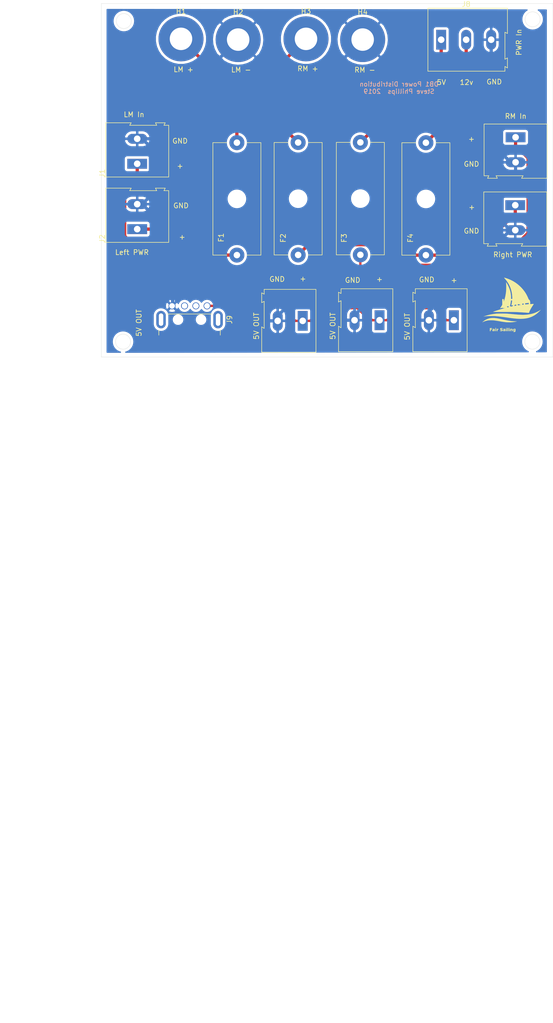
<source format=kicad_pcb>
(kicad_pcb (version 20171130) (host pcbnew "(5.1.2)-2")

  (general
    (thickness 1.6)
    (drawings 30)
    (tracks 98)
    (zones 0)
    (modules 18)
    (nets 13)
  )

  (page A4)
  (layers
    (0 F.Cu signal)
    (31 B.Cu signal)
    (32 B.Adhes user)
    (33 F.Adhes user)
    (34 B.Paste user hide)
    (35 F.Paste user)
    (36 B.SilkS user)
    (37 F.SilkS user)
    (38 B.Mask user)
    (39 F.Mask user)
    (40 Dwgs.User user)
    (41 Cmts.User user)
    (42 Eco1.User user)
    (43 Eco2.User user)
    (44 Edge.Cuts user)
    (45 Margin user)
    (46 B.CrtYd user)
    (47 F.CrtYd user)
    (48 B.Fab user)
    (49 F.Fab user)
  )

  (setup
    (last_trace_width 0.25)
    (trace_clearance 0.2)
    (zone_clearance 0.508)
    (zone_45_only no)
    (trace_min 0.2)
    (via_size 0.8)
    (via_drill 0.4)
    (via_min_size 0.4)
    (via_min_drill 0.3)
    (uvia_size 0.3)
    (uvia_drill 0.1)
    (uvias_allowed no)
    (uvia_min_size 0.2)
    (uvia_min_drill 0.1)
    (edge_width 0.05)
    (segment_width 0.2)
    (pcb_text_width 0.3)
    (pcb_text_size 1.5 1.5)
    (mod_edge_width 0.12)
    (mod_text_size 1 1)
    (mod_text_width 0.15)
    (pad_size 3.5 1.9)
    (pad_drill 2.5)
    (pad_to_mask_clearance 0.051)
    (solder_mask_min_width 0.25)
    (aux_axis_origin 0 0)
    (visible_elements FFFFFF7F)
    (pcbplotparams
      (layerselection 0x010fc_ffffffff)
      (usegerberextensions false)
      (usegerberattributes false)
      (usegerberadvancedattributes false)
      (creategerberjobfile false)
      (excludeedgelayer true)
      (linewidth 0.100000)
      (plotframeref false)
      (viasonmask false)
      (mode 1)
      (useauxorigin false)
      (hpglpennumber 1)
      (hpglpenspeed 20)
      (hpglpendiameter 15.000000)
      (psnegative false)
      (psa4output false)
      (plotreference true)
      (plotvalue true)
      (plotinvisibletext false)
      (padsonsilk false)
      (subtractmaskfromsilk false)
      (outputformat 1)
      (mirror false)
      (drillshape 0)
      (scaleselection 1)
      (outputdirectory "plot/"))
  )

  (net 0 "")
  (net 1 "Net-(F1-Pad1)")
  (net 2 "Net-(F1-Pad2)")
  (net 3 "Net-(F2-Pad2)")
  (net 4 "Net-(F2-Pad1)")
  (net 5 /5v)
  (net 6 "Net-(F3-Pad1)")
  (net 7 "Net-(F4-Pad1)")
  (net 8 /12v)
  (net 9 GND)
  (net 10 "Net-(J9-Pad2)")
  (net 11 "Net-(J9-Pad5)")
  (net 12 "Net-(J9-Pad3)")

  (net_class Default "This is the default net class."
    (clearance 0.2)
    (trace_width 0.25)
    (via_dia 0.8)
    (via_drill 0.4)
    (uvia_dia 0.3)
    (uvia_drill 0.1)
  )

  (net_class 12v ""
    (clearance 0.2)
    (trace_width 0.65)
    (via_dia 0.8)
    (via_drill 0.4)
    (uvia_dia 0.3)
    (uvia_drill 0.1)
    (add_net /12v)
    (add_net GND)
    (add_net "Net-(F1-Pad1)")
    (add_net "Net-(F1-Pad2)")
    (add_net "Net-(F2-Pad1)")
    (add_net "Net-(F2-Pad2)")
    (add_net "Net-(F3-Pad1)")
    (add_net "Net-(F4-Pad1)")
  )

  (net_class Power ""
    (clearance 0.2)
    (trace_width 0.45)
    (via_dia 0.8)
    (via_drill 0.4)
    (uvia_dia 0.3)
    (uvia_drill 0.1)
    (add_net /5v)
    (add_net "Net-(J9-Pad2)")
    (add_net "Net-(J9-Pad3)")
    (add_net "Net-(J9-Pad5)")
  )

  (module "Pictures:fair sailing" (layer F.Cu) (tedit 0) (tstamp 5D3B9D93)
    (at -978.154 -942.9496)
    (fp_text reference G*** (at 0 0) (layer F.SilkS) hide
      (effects (font (size 1.524 1.524) (thickness 0.3)))
    )
    (fp_text value LOGO (at 0.75 0) (layer F.SilkS)
      (effects (font (size 1.524 1.524) (thickness 0.3)))
    )
    (fp_poly (pts (xy -1.546099 -5.225377) (xy -1.450253 -5.199073) (xy -1.316931 -5.160407) (xy -1.280584 -5.149887)
      (xy -0.989393 -5.055877) (xy -0.679562 -4.937761) (xy -0.363 -4.800744) (xy -0.051614 -4.650027)
      (xy 0.242688 -4.490815) (xy 0.288449 -4.464283) (xy 0.694254 -4.204378) (xy 1.089455 -3.907698)
      (xy 1.468685 -3.579478) (xy 1.826577 -3.224951) (xy 2.157763 -2.849351) (xy 2.456876 -2.457913)
      (xy 2.660734 -2.150981) (xy 2.856178 -1.811731) (xy 3.040733 -1.443393) (xy 3.208803 -1.058881)
      (xy 3.354787 -0.671106) (xy 3.473087 -0.292984) (xy 3.484721 -0.250486) (xy 3.483315 -0.230902)
      (xy 3.461072 -0.217637) (xy 3.410123 -0.207797) (xy 3.350487 -0.201136) (xy 2.990957 -0.163641)
      (xy 2.614515 -0.120186) (xy 2.228354 -0.07181) (xy 1.839663 -0.019552) (xy 1.455633 0.035548)
      (xy 1.083457 0.092452) (xy 0.730323 0.150119) (xy 0.403424 0.207511) (xy 0.10995 0.263589)
      (xy 0.048529 0.276069) (xy -0.040854 0.293925) (xy -0.115855 0.307917) (xy -0.165955 0.316134)
      (xy -0.179336 0.3175) (xy -0.190695 0.307042) (xy -0.19047 0.271639) (xy -0.178173 0.205251)
      (xy -0.166116 0.153458) (xy -0.10734 -0.127194) (xy -0.06066 -0.428518) (xy -0.027437 -0.736902)
      (xy -0.009033 -1.038735) (xy -0.006811 -1.320405) (xy -0.009907 -1.407583) (xy -0.054109 -1.914779)
      (xy -0.137188 -2.405227) (xy -0.259182 -2.879018) (xy -0.420127 -3.336242) (xy -0.620059 -3.776989)
      (xy -0.859017 -4.201349) (xy -1.137036 -4.609414) (xy -1.454153 -5.001272) (xy -1.493302 -5.045493)
      (xy -1.56264 -5.12265) (xy -1.611551 -5.179077) (xy -1.637194 -5.216168) (xy -1.636728 -5.235319)
      (xy -1.60731 -5.237924) (xy -1.546099 -5.225377)) (layer F.SilkS) (width 0.01))
    (fp_poly (pts (xy -1.221517 -4.304125) (xy -1.189147 -4.261403) (xy -1.143833 -4.192844) (xy -1.089023 -4.104224)
      (xy -1.028169 -4.001322) (xy -0.96472 -3.889916) (xy -0.902125 -3.775785) (xy -0.843834 -3.664705)
      (xy -0.815801 -3.608917) (xy -0.641218 -3.22345) (xy -0.500992 -2.841666) (xy -0.392722 -2.454581)
      (xy -0.314005 -2.05321) (xy -0.262439 -1.628568) (xy -0.252328 -1.501317) (xy -0.24187 -1.150086)
      (xy -0.257448 -0.778887) (xy -0.297859 -0.400158) (xy -0.361898 -0.026335) (xy -0.419234 0.22225)
      (xy -0.457355 0.370417) (xy -0.773719 0.450406) (xy -0.886637 0.479413) (xy -1.029212 0.516746)
      (xy -1.193678 0.560307) (xy -1.372268 0.608003) (xy -1.557218 0.657736) (xy -1.740761 0.707412)
      (xy -1.91513 0.754935) (xy -2.07256 0.798208) (xy -2.205285 0.835136) (xy -2.305539 0.863624)
      (xy -2.312855 0.865747) (xy -2.390878 0.885891) (xy -2.433884 0.891014) (xy -2.440645 0.882327)
      (xy -2.42293 0.855259) (xy -2.38707 0.801578) (xy -2.338703 0.729695) (xy -2.296157 0.66675)
      (xy -2.051969 0.271297) (xy -1.839327 -0.147746) (xy -1.657793 -0.591666) (xy -1.506927 -1.061756)
      (xy -1.386291 -1.559302) (xy -1.295445 -2.085597) (xy -1.258723 -2.38125) (xy -1.242759 -2.560881)
      (xy -1.229819 -2.771032) (xy -1.220147 -3.000578) (xy -1.213986 -3.238394) (xy -1.211578 -3.473352)
      (xy -1.213167 -3.694328) (xy -1.218996 -3.890196) (xy -1.22384 -3.97932) (xy -1.230738 -4.092381)
      (xy -1.235701 -4.189622) (xy -1.238431 -4.263641) (xy -1.238625 -4.307039) (xy -1.237493 -4.31523)
      (xy -1.221517 -4.304125)) (layer F.SilkS) (width 0.01))
    (fp_poly (pts (xy 4.262519 0.026873) (xy 4.292978 0.031848) (xy 4.294145 0.034211) (xy 4.280405 0.056965)
      (xy 4.246972 0.109175) (xy 4.197613 0.185058) (xy 4.13609 0.278829) (xy 4.066167 0.384704)
      (xy 4.061609 0.391583) (xy 3.904447 0.636434) (xy 3.7609 0.875456) (xy 3.633623 1.103633)
      (xy 3.525269 1.315947) (xy 3.438493 1.507382) (xy 3.375949 1.672921) (xy 3.364549 1.709208)
      (xy 3.337632 1.799167) (xy 3.229857 1.796438) (xy 3.168163 1.793463) (xy 3.075971 1.787266)
      (xy 2.964919 1.778701) (xy 2.846645 1.768624) (xy 2.82575 1.766739) (xy 2.663315 1.753005)
      (xy 2.465269 1.738007) (xy 2.2383 1.722168) (xy 1.989094 1.705912) (xy 1.724342 1.689663)
      (xy 1.450729 1.673845) (xy 1.174945 1.658881) (xy 0.92075 1.646024) (xy 0.774059 1.640261)
      (xy 0.585223 1.635192) (xy 0.354425 1.630818) (xy 0.081845 1.627142) (xy -0.232333 1.624163)
      (xy -0.587927 1.621886) (xy -0.984755 1.620311) (xy -1.422634 1.61944) (xy -1.769714 1.61925)
      (xy -2.126303 1.619166) (xy -2.442612 1.618898) (xy -2.720696 1.618419) (xy -2.962608 1.617703)
      (xy -3.170403 1.616724) (xy -3.346132 1.615455) (xy -3.491852 1.61387) (xy -3.609614 1.611943)
      (xy -3.701474 1.609648) (xy -3.769485 1.606958) (xy -3.8157 1.603847) (xy -3.842173 1.600289)
      (xy -3.850958 1.596258) (xy -3.846702 1.592705) (xy -3.809262 1.57836) (xy -3.73827 1.55243)
      (xy -3.640164 1.517217) (xy -3.521382 1.475024) (xy -3.388364 1.428154) (xy -3.300693 1.39745)
      (xy -2.34451 1.085575) (xy -1.372908 0.812442) (xy -0.388843 0.578657) (xy 0.604728 0.384823)
      (xy 1.604847 0.231548) (xy 2.608556 0.119435) (xy 3.155833 0.075893) (xy 3.388028 0.060699)
      (xy 3.600674 0.048046) (xy 3.790682 0.038049) (xy 3.954961 0.030819) (xy 4.09042 0.026471)
      (xy 4.19397 0.025118) (xy 4.262519 0.026873)) (layer F.SilkS) (width 0.01))
    (fp_poly (pts (xy -5.736167 2.529417) (xy -5.74675 2.54) (xy -5.757334 2.529417) (xy -5.74675 2.518833)
      (xy -5.736167 2.529417)) (layer F.SilkS) (width 0.01))
    (fp_poly (pts (xy 5.64763 1.239966) (xy 5.610901 1.284785) (xy 5.556421 1.345885) (xy 5.488276 1.418739)
      (xy 5.410552 1.498819) (xy 5.327334 1.581598) (xy 5.291113 1.616669) (xy 4.969296 1.904367)
      (xy 4.64391 2.152391) (xy 4.311058 2.363399) (xy 3.966846 2.540049) (xy 3.884083 2.576778)
      (xy 3.590228 2.693767) (xy 3.299755 2.788629) (xy 3.003605 2.863376) (xy 2.692719 2.92002)
      (xy 2.358037 2.960572) (xy 2.051232 2.983709) (xy 1.917042 2.991318) (xy 1.808225 2.99675)
      (xy 1.715171 2.999998) (xy 1.62827 3.001048) (xy 1.537912 2.999893) (xy 1.434488 2.99652)
      (xy 1.308386 2.99092) (xy 1.149997 2.983082) (xy 1.143 2.982729) (xy 0.900114 2.967848)
      (xy 0.639118 2.946626) (xy 0.356127 2.918622) (xy 0.047259 2.883392) (xy -0.291369 2.840496)
      (xy -0.66364 2.789489) (xy -1.068917 2.730601) (xy -1.544888 2.661861) (xy -1.984419 2.602792)
      (xy -2.392153 2.552855) (xy -2.772736 2.51151) (xy -3.13081 2.478217) (xy -3.450167 2.45384)
      (xy -3.56902 2.447794) (xy -3.716944 2.44346) (xy -3.887275 2.440763) (xy -4.073352 2.439626)
      (xy -4.26851 2.439974) (xy -4.466087 2.441731) (xy -4.659419 2.444821) (xy -4.841843 2.449168)
      (xy -5.006695 2.454697) (xy -5.147314 2.46133) (xy -5.257035 2.468993) (xy -5.312834 2.475059)
      (xy -5.414862 2.488211) (xy -5.526884 2.501171) (xy -5.588 2.507522) (xy -5.725584 2.520887)
      (xy -5.511773 2.447315) (xy -4.95566 2.27615) (xy -4.376161 2.136802) (xy -3.779181 2.030525)
      (xy -3.236518 1.96463) (xy -3.123241 1.956509) (xy -2.974405 1.949887) (xy -2.796754 1.944764)
      (xy -2.597034 1.941137) (xy -2.381992 1.939007) (xy -2.158374 1.938373) (xy -1.932926 1.939232)
      (xy -1.712394 1.941585) (xy -1.503525 1.94543) (xy -1.313064 1.950766) (xy -1.147757 1.957592)
      (xy -1.026584 1.964969) (xy -0.895622 1.975292) (xy -0.734916 1.988806) (xy -0.556836 2.004421)
      (xy -0.373753 2.021045) (xy -0.19804 2.037589) (xy -0.148167 2.042417) (xy 0.234386 2.079075)
      (xy 0.578609 2.110576) (xy 0.888169 2.137098) (xy 1.166733 2.158814) (xy 1.417966 2.175899)
      (xy 1.645535 2.188527) (xy 1.853108 2.196875) (xy 2.044349 2.201116) (xy 2.222927 2.201426)
      (xy 2.392508 2.197979) (xy 2.556757 2.190951) (xy 2.719343 2.180515) (xy 2.7305 2.179681)
      (xy 3.049392 2.147893) (xy 3.373007 2.101127) (xy 3.690951 2.041445) (xy 3.992828 1.970911)
      (xy 4.268244 1.891589) (xy 4.390293 1.850172) (xy 4.561788 1.784262) (xy 4.747414 1.705549)
      (xy 4.937408 1.618736) (xy 5.122006 1.528524) (xy 5.291444 1.439615) (xy 5.435959 1.356711)
      (xy 5.502574 1.31452) (xy 5.567896 1.271379) (xy 5.622298 1.23588) (xy 5.6515 1.217279)
      (xy 5.662525 1.215955) (xy 5.64763 1.239966)) (layer F.SilkS) (width 0.01))
    (fp_poly (pts (xy -3.535893 2.837332) (xy -3.321434 2.857201) (xy -3.087611 2.887901) (xy -2.830094 2.929985)
      (xy -2.544556 2.984004) (xy -2.226666 3.050512) (xy -1.947334 3.112812) (xy -1.703715 3.167988)
      (xy -1.491897 3.214961) (xy -1.302562 3.255594) (xy -1.126394 3.291752) (xy -0.954075 3.325299)
      (xy -0.776286 3.3581) (xy -0.583711 3.392019) (xy -0.370417 3.428351) (xy -0.1005 3.464395)
      (xy 0.205422 3.488002) (xy 0.542786 3.498829) (xy 0.5764 3.499181) (xy 0.693387 3.501068)
      (xy 0.790639 3.504332) (xy 0.862444 3.508637) (xy 0.903089 3.513644) (xy 0.907549 3.518777)
      (xy 0.872139 3.528178) (xy 0.803367 3.543414) (xy 0.709519 3.562756) (xy 0.598885 3.584474)
      (xy 0.532098 3.59714) (xy 0.064598 3.665393) (xy -0.418714 3.697788) (xy -0.920782 3.694471)
      (xy -1.160887 3.680847) (xy -1.238576 3.673883) (xy -1.343218 3.662532) (xy -1.467733 3.647753)
      (xy -1.605038 3.630508) (xy -1.748051 3.611755) (xy -1.88969 3.592455) (xy -2.022874 3.573569)
      (xy -2.140519 3.556056) (xy -2.235545 3.540878) (xy -2.30087 3.528994) (xy -2.325968 3.52287)
      (xy -2.367025 3.512799) (xy -2.443564 3.497841) (xy -2.549149 3.479003) (xy -2.677341 3.457291)
      (xy -2.821702 3.433714) (xy -2.975795 3.409277) (xy -3.133182 3.384989) (xy -3.287424 3.361856)
      (xy -3.432084 3.340886) (xy -3.560724 3.323085) (xy -3.666906 3.309462) (xy -3.74374 3.301064)
      (xy -3.897067 3.290886) (xy -4.071475 3.285617) (xy -4.256944 3.285015) (xy -4.443456 3.288837)
      (xy -4.620995 3.29684) (xy -4.779541 3.308781) (xy -4.909077 3.324419) (xy -4.942417 3.330098)
      (xy -5.068042 3.356419) (xy -5.204319 3.389665) (xy -5.339755 3.42661) (xy -5.462858 3.464028)
      (xy -5.562136 3.498692) (xy -5.602304 3.515361) (xy -5.658433 3.539623) (xy -5.697594 3.554155)
      (xy -5.705929 3.556) (xy -5.730811 3.564934) (xy -5.782047 3.588335) (xy -5.847226 3.620475)
      (xy -5.912084 3.651858) (xy -5.96039 3.672272) (xy -5.981734 3.677322) (xy -5.981756 3.6773)
      (xy -5.970669 3.660759) (xy -5.932114 3.624345) (xy -5.872647 3.573374) (xy -5.798823 3.513161)
      (xy -5.717198 3.449025) (xy -5.634328 3.38628) (xy -5.556767 3.330242) (xy -5.5364 3.31614)
      (xy -5.351555 3.202953) (xy -5.14217 3.096963) (xy -4.926023 3.00646) (xy -4.741334 2.945364)
      (xy -4.627927 2.913932) (xy -4.537514 2.8909) (xy -4.458021 2.874211) (xy -4.377373 2.861808)
      (xy -4.283495 2.851633) (xy -4.164314 2.84163) (xy -4.106374 2.83718) (xy -3.924034 2.827874)
      (xy -3.735317 2.82774) (xy -3.535893 2.837332)) (layer F.SilkS) (width 0.01))
    (fp_poly (pts (xy -0.559285 4.828888) (xy -0.535039 4.842512) (xy -0.529197 4.874308) (xy -0.529167 4.878917)
      (xy -0.533788 4.91301) (xy -0.555586 4.928163) (xy -0.606461 4.931814) (xy -0.613834 4.931833)
      (xy -0.668383 4.928945) (xy -0.692628 4.915321) (xy -0.69847 4.883525) (xy -0.6985 4.878917)
      (xy -0.693879 4.844823) (xy -0.672082 4.82967) (xy -0.621207 4.826019) (xy -0.613834 4.826)
      (xy -0.559285 4.828888)) (layer F.SilkS) (width 0.01))
    (fp_poly (pts (xy -1.130785 4.828888) (xy -1.106539 4.842512) (xy -1.100697 4.874308) (xy -1.100667 4.878917)
      (xy -1.105288 4.91301) (xy -1.127086 4.928163) (xy -1.177961 4.931814) (xy -1.185334 4.931833)
      (xy -1.239883 4.928945) (xy -1.264128 4.915321) (xy -1.26997 4.883525) (xy -1.27 4.878917)
      (xy -1.265379 4.844823) (xy -1.243582 4.82967) (xy -1.192707 4.826019) (xy -1.185334 4.826)
      (xy -1.130785 4.828888)) (layer F.SilkS) (width 0.01))
    (fp_poly (pts (xy -3.268618 4.828888) (xy -3.244373 4.842512) (xy -3.238531 4.874308) (xy -3.2385 4.878917)
      (xy -3.243122 4.91301) (xy -3.264919 4.928163) (xy -3.315794 4.931814) (xy -3.323167 4.931833)
      (xy -3.377716 4.928945) (xy -3.401962 4.915321) (xy -3.407804 4.883525) (xy -3.407834 4.878917)
      (xy -3.403213 4.844823) (xy -3.381415 4.82967) (xy -3.33054 4.826019) (xy -3.323167 4.826)
      (xy -3.268618 4.828888)) (layer F.SilkS) (width 0.01))
    (fp_poly (pts (xy -0.27847 5.002314) (xy -0.249021 5.019364) (xy -0.247827 5.021792) (xy -0.233693 5.037635)
      (xy -0.21008 5.021792) (xy -0.160232 4.999329) (xy -0.091984 4.996044) (xy -0.023997 5.010655)
      (xy 0.021166 5.037667) (xy 0.041948 5.064488) (xy 0.0547 5.100842) (xy 0.06125 5.15678)
      (xy 0.063425 5.242354) (xy 0.0635 5.2705) (xy 0.0635 5.461) (xy -0.084667 5.461)
      (xy -0.084667 5.304842) (xy -0.08886 5.205891) (xy -0.103453 5.143563) (xy -0.131466 5.112798)
      (xy -0.175919 5.108533) (xy -0.199059 5.113133) (xy -0.22649 5.122129) (xy -0.242831 5.138378)
      (xy -0.25095 5.17132) (xy -0.253715 5.230397) (xy -0.254 5.293961) (xy -0.254 5.461)
      (xy -0.402167 5.461) (xy -0.402167 4.995333) (xy -0.329848 4.995333) (xy -0.27847 5.002314)) (layer F.SilkS) (width 0.01))
    (fp_poly (pts (xy -0.53975 5.005917) (xy -0.533743 5.233458) (xy -0.527735 5.461) (xy -0.677334 5.461)
      (xy -0.677334 4.992651) (xy -0.53975 5.005917)) (layer F.SilkS) (width 0.01))
    (fp_poly (pts (xy -0.8255 5.461) (xy -0.973667 5.461) (xy -0.973667 4.826) (xy -0.8255 4.826)
      (xy -0.8255 5.461)) (layer F.SilkS) (width 0.01))
    (fp_poly (pts (xy -1.105243 5.233458) (xy -1.099235 5.461) (xy -1.174699 5.461) (xy -1.229485 5.453677)
      (xy -1.259861 5.435177) (xy -1.260925 5.432954) (xy -1.26501 5.400471) (xy -1.267005 5.336721)
      (xy -1.266686 5.252731) (xy -1.265552 5.205412) (xy -1.259417 5.005917) (xy -1.11125 5.005917)
      (xy -1.105243 5.233458)) (layer F.SilkS) (width 0.01))
    (fp_poly (pts (xy -2.058482 4.850226) (xy -1.997014 4.860242) (xy -1.963001 4.880958) (xy -1.94909 4.915827)
      (xy -1.947334 4.944885) (xy -1.948586 4.995334) (xy -1.959602 5.012457) (xy -1.99127 5.001912)
      (xy -2.024289 4.98488) (xy -2.097395 4.960228) (xy -2.174323 4.954644) (xy -2.236029 4.969227)
      (xy -2.24146 4.972354) (xy -2.263494 5.001495) (xy -2.247436 5.032602) (xy -2.197099 5.061658)
      (xy -2.139703 5.079551) (xy -2.034483 5.113856) (xy -1.966814 5.159091) (xy -1.932532 5.21897)
      (xy -1.926167 5.270155) (xy -1.934619 5.334815) (xy -1.967016 5.384011) (xy -1.991291 5.406202)
      (xy -2.033559 5.436683) (xy -2.078089 5.453081) (xy -2.139866 5.459276) (xy -2.197666 5.459658)
      (xy -2.278272 5.456137) (xy -2.347656 5.4483) (xy -2.386542 5.439174) (xy -2.421418 5.413116)
      (xy -2.433745 5.364563) (xy -2.434167 5.347547) (xy -2.434167 5.275063) (xy -2.355608 5.315115)
      (xy -2.276271 5.34396) (xy -2.19672 5.353978) (xy -2.130264 5.344792) (xy -2.094756 5.322519)
      (xy -2.079875 5.295203) (xy -2.090064 5.272579) (xy -2.130435 5.2507) (xy -2.206098 5.225616)
      (xy -2.228626 5.219093) (xy -2.335793 5.178519) (xy -2.403157 5.128573) (xy -2.432507 5.067754)
      (xy -2.434167 5.046858) (xy -2.415965 4.962605) (xy -2.362825 4.900241) (xy -2.276951 4.861337)
      (xy -2.160545 4.847466) (xy -2.15476 4.847456) (xy -2.058482 4.850226)) (layer F.SilkS) (width 0.01))
    (fp_poly (pts (xy -2.981845 5.002627) (xy -2.963346 5.025285) (xy -2.963334 5.026099) (xy -2.957789 5.044062)
      (xy -2.934375 5.03908) (xy -2.903399 5.022466) (xy -2.839553 4.999131) (xy -2.795354 5.011404)
      (xy -2.774189 5.05781) (xy -2.772834 5.079336) (xy -2.775539 5.118787) (xy -2.791317 5.137472)
      (xy -2.83166 5.143133) (xy -2.868084 5.1435) (xy -2.963334 5.1435) (xy -2.963334 5.461)
      (xy -3.1115 5.461) (xy -3.1115 4.995333) (xy -3.037417 4.995333) (xy -2.981845 5.002627)) (layer F.SilkS) (width 0.01))
    (fp_poly (pts (xy -3.259667 5.461) (xy -3.407834 5.461) (xy -3.407834 4.995333) (xy -3.259667 4.995333)
      (xy -3.259667 5.461)) (layer F.SilkS) (width 0.01))
    (fp_poly (pts (xy -3.613735 5.01058) (xy -3.56996 5.040345) (xy -3.546121 5.094777) (xy -3.536387 5.180201)
      (xy -3.534834 5.2705) (xy -3.534834 5.461) (xy -3.608917 5.461) (xy -3.657881 5.455497)
      (xy -3.68236 5.441966) (xy -3.683 5.439088) (xy -3.695958 5.427988) (xy -3.723942 5.439088)
      (xy -3.785595 5.457105) (xy -3.858773 5.459085) (xy -3.922553 5.445464) (xy -3.94238 5.434542)
      (xy -3.98442 5.379257) (xy -3.9888 5.326077) (xy -3.838533 5.326077) (xy -3.829306 5.346826)
      (xy -3.785683 5.374202) (xy -3.724921 5.366564) (xy -3.716482 5.363485) (xy -3.690448 5.334603)
      (xy -3.683 5.299985) (xy -3.692655 5.26089) (xy -3.729265 5.2494) (xy -3.734405 5.249333)
      (xy -3.788685 5.261169) (xy -3.826616 5.290059) (xy -3.838533 5.326077) (xy -3.9888 5.326077)
      (xy -3.989918 5.312507) (xy -3.958272 5.245195) (xy -3.953177 5.23901) (xy -3.908808 5.199684)
      (xy -3.851658 5.17828) (xy -3.79288 5.169838) (xy -3.731215 5.160617) (xy -3.691348 5.148328)
      (xy -3.683 5.140283) (xy -3.70114 5.118622) (xy -3.743893 5.098854) (xy -3.793767 5.087215)
      (xy -3.828671 5.088365) (xy -3.876628 5.101845) (xy -3.912135 5.112002) (xy -3.94653 5.117322)
      (xy -3.956672 5.097998) (xy -3.954468 5.066057) (xy -3.949366 5.03574) (xy -3.936534 5.017434)
      (xy -3.906802 5.007562) (xy -3.851001 5.002551) (xy -3.784417 4.99975) (xy -3.683277 4.999157)
      (xy -3.613735 5.01058)) (layer F.SilkS) (width 0.01))
    (fp_poly (pts (xy -4.064 4.974167) (xy -4.201584 4.974167) (xy -4.275543 4.975094) (xy -4.316737 4.98033)
      (xy -4.334731 4.993553) (xy -4.339088 5.018441) (xy -4.339167 5.027083) (xy -4.336478 5.05641)
      (xy -4.321784 5.072244) (xy -4.285144 5.078726) (xy -4.216619 5.079999) (xy -4.212167 5.08)
      (xy -4.085167 5.08) (xy -4.085167 5.207) (xy -4.339167 5.207) (xy -4.339167 5.461)
      (xy -4.487334 5.461) (xy -4.487334 4.847167) (xy -4.064 4.847167) (xy -4.064 4.974167)) (layer F.SilkS) (width 0.01))
    (fp_poly (pts (xy -1.541294 4.998539) (xy -1.473017 5.012587) (xy -1.430357 5.044123) (xy -1.407419 5.099791)
      (xy -1.398308 5.186238) (xy -1.397 5.2705) (xy -1.397 5.461) (xy -1.471084 5.461)
      (xy -1.52004 5.455035) (xy -1.544524 5.440368) (xy -1.545167 5.437241) (xy -1.555614 5.424914)
      (xy -1.571625 5.434401) (xy -1.622738 5.457604) (xy -1.688433 5.468889) (xy -1.736466 5.465027)
      (xy -1.797395 5.427671) (xy -1.83343 5.368822) (xy -1.840098 5.31157) (xy -1.693334 5.31157)
      (xy -1.679174 5.359898) (xy -1.637892 5.376497) (xy -1.578648 5.363485) (xy -1.551057 5.336346)
      (xy -1.544734 5.296444) (xy -1.558567 5.261619) (xy -1.585769 5.249333) (xy -1.652986 5.260258)
      (xy -1.68888 5.290864) (xy -1.693334 5.31157) (xy -1.840098 5.31157) (xy -1.841284 5.30139)
      (xy -1.817673 5.238287) (xy -1.799382 5.217777) (xy -1.751615 5.192134) (xy -1.681064 5.173499)
      (xy -1.651215 5.16947) (xy -1.590788 5.160255) (xy -1.552384 5.147847) (xy -1.545167 5.140283)
      (xy -1.563849 5.114843) (xy -1.61058 5.097659) (xy -1.67139 5.091844) (xy -1.728591 5.099434)
      (xy -1.780856 5.109579) (xy -1.806677 5.100662) (xy -1.813208 5.089206) (xy -1.821649 5.045745)
      (xy -1.803953 5.017398) (xy -1.75533 5.001549) (xy -1.670986 4.995587) (xy -1.641081 4.995333)
      (xy -1.541294 4.998539)) (layer F.SilkS) (width 0.01))
    (fp_poly (pts (xy 0.635 4.99811) (xy 0.634326 5.256013) (xy 0.632786 5.375913) (xy 0.627442 5.461247)
      (xy 0.616117 5.51975) (xy 0.596631 5.559159) (xy 0.566806 5.587209) (xy 0.535849 5.605709)
      (xy 0.488666 5.618764) (xy 0.416958 5.626548) (xy 0.338274 5.628435) (xy 0.270169 5.6238)
      (xy 0.238125 5.616315) (xy 0.217772 5.589279) (xy 0.211666 5.553757) (xy 0.214268 5.523483)
      (xy 0.229226 5.510127) (xy 0.26727 5.509845) (xy 0.317359 5.515896) (xy 0.406691 5.518153)
      (xy 0.4638 5.497715) (xy 0.486518 5.455448) (xy 0.486833 5.448349) (xy 0.477942 5.430753)
      (xy 0.444805 5.435985) (xy 0.430239 5.441231) (xy 0.343685 5.455389) (xy 0.268575 5.432444)
      (xy 0.21084 5.377269) (xy 0.17641 5.294732) (xy 0.16998 5.233125) (xy 0.3175 5.233125)
      (xy 0.333614 5.294671) (xy 0.37849 5.326908) (xy 0.423184 5.329618) (xy 0.454547 5.321798)
      (xy 0.471503 5.30035) (xy 0.47971 5.254109) (xy 0.482647 5.212292) (xy 0.485323 5.147718)
      (xy 0.480017 5.114766) (xy 0.461229 5.102795) (xy 0.425184 5.101167) (xy 0.363411 5.118349)
      (xy 0.327081 5.168472) (xy 0.3175 5.233125) (xy 0.16998 5.233125) (xy 0.169333 5.226936)
      (xy 0.176915 5.147119) (xy 0.20431 5.086319) (xy 0.223521 5.061182) (xy 0.252029 5.029788)
      (xy 0.280009 5.010763) (xy 0.318567 5.001068) (xy 0.378805 4.997662) (xy 0.456354 4.997447)
      (xy 0.635 4.99811)) (layer F.SilkS) (width 0.01))
  )

  (module Fuse:Fuseholder_Cylinder-5x20mm_Schurter_0031_8201_Horizontal_Open (layer F.Cu) (tedit 5C39E22F) (tstamp 5D3B9860)
    (at -1033.2212 -975.2076 270)
    (descr "Fuseholder horizontal open 5x20 Schurter 0031.8201, https://www.schurter.com/en/datasheet/typ_OGN.pdf")
    (tags "Fuseholder horizontal open 5x20 Schurter 0031.8201")
    (path /5D377510)
    (fp_text reference F1 (at 18.9992 3.1496 90) (layer F.SilkS)
      (effects (font (size 1 1) (thickness 0.15)))
    )
    (fp_text value Fuse (at 11.2776 -3.556 90) (layer F.Fab)
      (effects (font (size 1 1) (thickness 0.15)))
    )
    (fp_arc (start 0 0) (end -0.25 1.95) (angle 165.3) (layer F.CrtYd) (width 0.05))
    (fp_arc (start 22.5 0) (end 22.75 -1.95) (angle 165.3) (layer F.CrtYd) (width 0.05))
    (fp_line (start 0 4.8) (end 0 2) (layer F.SilkS) (width 0.12))
    (fp_line (start 22.75 1.95) (end 22.75 5.05) (layer F.CrtYd) (width 0.05))
    (fp_line (start 22.75 -1.95) (end 22.75 -5.05) (layer F.CrtYd) (width 0.05))
    (fp_line (start -0.25 -1.95) (end -0.25 -5.05) (layer F.CrtYd) (width 0.05))
    (fp_line (start 0 4.8) (end 22.5 4.8) (layer F.SilkS) (width 0.12))
    (fp_line (start -0.25 -5.05) (end 22.75 -5.05) (layer F.CrtYd) (width 0.05))
    (fp_line (start 22.75 5.05) (end -0.25 5.05) (layer F.CrtYd) (width 0.05))
    (fp_line (start 0 -4.8) (end 22.5 -4.8) (layer F.SilkS) (width 0.12))
    (fp_line (start 0 -2) (end 0 -4.8) (layer F.SilkS) (width 0.12))
    (fp_line (start 22.5 -2) (end 22.5 -4.8) (layer F.SilkS) (width 0.12))
    (fp_line (start 22.5 4.8) (end 22.5 2) (layer F.SilkS) (width 0.12))
    (fp_line (start -0.25 5.05) (end -0.25 1.95) (layer F.CrtYd) (width 0.05))
    (fp_line (start 22.4 -4.7) (end 0.1 -4.7) (layer F.Fab) (width 0.1))
    (fp_line (start 22.4 4.7) (end 22.4 -4.7) (layer F.Fab) (width 0.1))
    (fp_line (start 0.1 4.7) (end 22.4 4.7) (layer F.Fab) (width 0.1))
    (fp_line (start 0.1 -4.7) (end 0.1 4.7) (layer F.Fab) (width 0.1))
    (pad "" np_thru_hole circle (at 11.25 0 270) (size 2.7 2.7) (drill 2.7) (layers *.Cu *.Mask))
    (pad 2 thru_hole circle (at 22.5 0 270) (size 3 3) (drill 1.3) (layers *.Cu *.Mask)
      (net 2 "Net-(F1-Pad2)"))
    (pad 1 thru_hole circle (at 0 0 270) (size 3 3) (drill 1.3) (layers *.Cu *.Mask)
      (net 1 "Net-(F1-Pad1)"))
    (model ${KISYS3DMOD}/Fuse.3dshapes/Fuseholder_Cylinder-5x20mm_Schurter_0031_8201_Horizontal_Open.wrl
      (at (xyz 0 0 0))
      (scale (xyz 1 1 1))
      (rotate (xyz 0 0 0))
    )
  )

  (module Fuse:Fuseholder_Cylinder-5x20mm_Schurter_0031_8201_Horizontal_Open (layer F.Cu) (tedit 5C39E22F) (tstamp 5D3B9875)
    (at -1020.97586 -975.23808 270)
    (descr "Fuseholder horizontal open 5x20 Schurter 0031.8201, https://www.schurter.com/en/datasheet/typ_OGN.pdf")
    (tags "Fuseholder horizontal open 5x20 Schurter 0031.8201")
    (path /5D378172)
    (fp_text reference F2 (at 19.13128 2.99974 90) (layer F.SilkS)
      (effects (font (size 1 1) (thickness 0.15)))
    )
    (fp_text value Fuse (at 11.46048 -3.35026 90) (layer F.Fab)
      (effects (font (size 1 1) (thickness 0.15)))
    )
    (fp_arc (start 0 0) (end -0.25 1.95) (angle 165.3) (layer F.CrtYd) (width 0.05))
    (fp_arc (start 22.5 0) (end 22.75 -1.95) (angle 165.3) (layer F.CrtYd) (width 0.05))
    (fp_line (start 0 4.8) (end 0 2) (layer F.SilkS) (width 0.12))
    (fp_line (start 22.75 1.95) (end 22.75 5.05) (layer F.CrtYd) (width 0.05))
    (fp_line (start 22.75 -1.95) (end 22.75 -5.05) (layer F.CrtYd) (width 0.05))
    (fp_line (start -0.25 -1.95) (end -0.25 -5.05) (layer F.CrtYd) (width 0.05))
    (fp_line (start 0 4.8) (end 22.5 4.8) (layer F.SilkS) (width 0.12))
    (fp_line (start -0.25 -5.05) (end 22.75 -5.05) (layer F.CrtYd) (width 0.05))
    (fp_line (start 22.75 5.05) (end -0.25 5.05) (layer F.CrtYd) (width 0.05))
    (fp_line (start 0 -4.8) (end 22.5 -4.8) (layer F.SilkS) (width 0.12))
    (fp_line (start 0 -2) (end 0 -4.8) (layer F.SilkS) (width 0.12))
    (fp_line (start 22.5 -2) (end 22.5 -4.8) (layer F.SilkS) (width 0.12))
    (fp_line (start 22.5 4.8) (end 22.5 2) (layer F.SilkS) (width 0.12))
    (fp_line (start -0.25 5.05) (end -0.25 1.95) (layer F.CrtYd) (width 0.05))
    (fp_line (start 22.4 -4.7) (end 0.1 -4.7) (layer F.Fab) (width 0.1))
    (fp_line (start 22.4 4.7) (end 22.4 -4.7) (layer F.Fab) (width 0.1))
    (fp_line (start 0.1 4.7) (end 22.4 4.7) (layer F.Fab) (width 0.1))
    (fp_line (start 0.1 -4.7) (end 0.1 4.7) (layer F.Fab) (width 0.1))
    (pad "" np_thru_hole circle (at 11.25 0 270) (size 2.7 2.7) (drill 2.7) (layers *.Cu *.Mask))
    (pad 2 thru_hole circle (at 22.5 0 270) (size 3 3) (drill 1.3) (layers *.Cu *.Mask)
      (net 3 "Net-(F2-Pad2)"))
    (pad 1 thru_hole circle (at 0 0 270) (size 3 3) (drill 1.3) (layers *.Cu *.Mask)
      (net 4 "Net-(F2-Pad1)"))
    (model ${KISYS3DMOD}/Fuse.3dshapes/Fuseholder_Cylinder-5x20mm_Schurter_0031_8201_Horizontal_Open.wrl
      (at (xyz 0 0 0))
      (scale (xyz 1 1 1))
      (rotate (xyz 0 0 0))
    )
  )

  (module Fuse:Fuseholder_Cylinder-5x20mm_Schurter_0031_8201_Horizontal_Open (layer F.Cu) (tedit 5C39E22F) (tstamp 5D3B988A)
    (at -1008.53494 -975.26094 270)
    (descr "Fuseholder horizontal open 5x20 Schurter 0031.8201, https://www.schurter.com/en/datasheet/typ_OGN.pdf")
    (tags "Fuseholder horizontal open 5x20 Schurter 0031.8201")
    (path /5D378771)
    (fp_text reference F3 (at 19.15414 3.24866 90) (layer F.SilkS)
      (effects (font (size 1 1) (thickness 0.15)))
    )
    (fp_text value Fuse (at 11.33094 -3.40614 90) (layer F.Fab)
      (effects (font (size 1 1) (thickness 0.15)))
    )
    (fp_arc (start 0 0) (end -0.25 1.95) (angle 165.3) (layer F.CrtYd) (width 0.05))
    (fp_arc (start 22.5 0) (end 22.75 -1.95) (angle 165.3) (layer F.CrtYd) (width 0.05))
    (fp_line (start 0 4.8) (end 0 2) (layer F.SilkS) (width 0.12))
    (fp_line (start 22.75 1.95) (end 22.75 5.05) (layer F.CrtYd) (width 0.05))
    (fp_line (start 22.75 -1.95) (end 22.75 -5.05) (layer F.CrtYd) (width 0.05))
    (fp_line (start -0.25 -1.95) (end -0.25 -5.05) (layer F.CrtYd) (width 0.05))
    (fp_line (start 0 4.8) (end 22.5 4.8) (layer F.SilkS) (width 0.12))
    (fp_line (start -0.25 -5.05) (end 22.75 -5.05) (layer F.CrtYd) (width 0.05))
    (fp_line (start 22.75 5.05) (end -0.25 5.05) (layer F.CrtYd) (width 0.05))
    (fp_line (start 0 -4.8) (end 22.5 -4.8) (layer F.SilkS) (width 0.12))
    (fp_line (start 0 -2) (end 0 -4.8) (layer F.SilkS) (width 0.12))
    (fp_line (start 22.5 -2) (end 22.5 -4.8) (layer F.SilkS) (width 0.12))
    (fp_line (start 22.5 4.8) (end 22.5 2) (layer F.SilkS) (width 0.12))
    (fp_line (start -0.25 5.05) (end -0.25 1.95) (layer F.CrtYd) (width 0.05))
    (fp_line (start 22.4 -4.7) (end 0.1 -4.7) (layer F.Fab) (width 0.1))
    (fp_line (start 22.4 4.7) (end 22.4 -4.7) (layer F.Fab) (width 0.1))
    (fp_line (start 0.1 4.7) (end 22.4 4.7) (layer F.Fab) (width 0.1))
    (fp_line (start 0.1 -4.7) (end 0.1 4.7) (layer F.Fab) (width 0.1))
    (pad "" np_thru_hole circle (at 11.25 0 270) (size 2.7 2.7) (drill 2.7) (layers *.Cu *.Mask))
    (pad 2 thru_hole circle (at 22.5 0 270) (size 3 3) (drill 1.3) (layers *.Cu *.Mask)
      (net 5 /5v))
    (pad 1 thru_hole circle (at 0 0 270) (size 3 3) (drill 1.3) (layers *.Cu *.Mask)
      (net 6 "Net-(F3-Pad1)"))
    (model ${KISYS3DMOD}/Fuse.3dshapes/Fuseholder_Cylinder-5x20mm_Schurter_0031_8201_Horizontal_Open.wrl
      (at (xyz 0 0 0))
      (scale (xyz 1 1 1))
      (rotate (xyz 0 0 0))
    )
  )

  (module Fuse:Fuseholder_Cylinder-5x20mm_Schurter_0031_8201_Horizontal_Open (layer F.Cu) (tedit 5C39E22F) (tstamp 5D3B989F)
    (at -995.43362 -975.19236 270)
    (descr "Fuseholder horizontal open 5x20 Schurter 0031.8201, https://www.schurter.com/en/datasheet/typ_OGN.pdf")
    (tags "Fuseholder horizontal open 5x20 Schurter 0031.8201")
    (path /5D378B41)
    (fp_text reference F4 (at 19.08556 3.09118 90) (layer F.SilkS)
      (effects (font (size 1 1) (thickness 0.15)))
    )
    (fp_text value Fuse (at 11.16076 -3.36042 90) (layer F.Fab)
      (effects (font (size 1 1) (thickness 0.15)))
    )
    (fp_arc (start 0 0) (end -0.25 1.95) (angle 165.3) (layer F.CrtYd) (width 0.05))
    (fp_arc (start 22.5 0) (end 22.75 -1.95) (angle 165.3) (layer F.CrtYd) (width 0.05))
    (fp_line (start 0 4.8) (end 0 2) (layer F.SilkS) (width 0.12))
    (fp_line (start 22.75 1.95) (end 22.75 5.05) (layer F.CrtYd) (width 0.05))
    (fp_line (start 22.75 -1.95) (end 22.75 -5.05) (layer F.CrtYd) (width 0.05))
    (fp_line (start -0.25 -1.95) (end -0.25 -5.05) (layer F.CrtYd) (width 0.05))
    (fp_line (start 0 4.8) (end 22.5 4.8) (layer F.SilkS) (width 0.12))
    (fp_line (start -0.25 -5.05) (end 22.75 -5.05) (layer F.CrtYd) (width 0.05))
    (fp_line (start 22.75 5.05) (end -0.25 5.05) (layer F.CrtYd) (width 0.05))
    (fp_line (start 0 -4.8) (end 22.5 -4.8) (layer F.SilkS) (width 0.12))
    (fp_line (start 0 -2) (end 0 -4.8) (layer F.SilkS) (width 0.12))
    (fp_line (start 22.5 -2) (end 22.5 -4.8) (layer F.SilkS) (width 0.12))
    (fp_line (start 22.5 4.8) (end 22.5 2) (layer F.SilkS) (width 0.12))
    (fp_line (start -0.25 5.05) (end -0.25 1.95) (layer F.CrtYd) (width 0.05))
    (fp_line (start 22.4 -4.7) (end 0.1 -4.7) (layer F.Fab) (width 0.1))
    (fp_line (start 22.4 4.7) (end 22.4 -4.7) (layer F.Fab) (width 0.1))
    (fp_line (start 0.1 4.7) (end 22.4 4.7) (layer F.Fab) (width 0.1))
    (fp_line (start 0.1 -4.7) (end 0.1 4.7) (layer F.Fab) (width 0.1))
    (pad "" np_thru_hole circle (at 11.25 0 270) (size 2.7 2.7) (drill 2.7) (layers *.Cu *.Mask))
    (pad 2 thru_hole circle (at 22.5 0 270) (size 3 3) (drill 1.3) (layers *.Cu *.Mask)
      (net 8 /12v))
    (pad 1 thru_hole circle (at 0 0 270) (size 3 3) (drill 1.3) (layers *.Cu *.Mask)
      (net 7 "Net-(F4-Pad1)"))
    (model ${KISYS3DMOD}/Fuse.3dshapes/Fuseholder_Cylinder-5x20mm_Schurter_0031_8201_Horizontal_Open.wrl
      (at (xyz 0 0 0))
      (scale (xyz 1 1 1))
      (rotate (xyz 0 0 0))
    )
  )

  (module Connector_USB:USB_A_CNCTech_1001-011-01101_Horizontal (layer F.Cu) (tedit 5D3B9505) (tstamp 5D37F264)
    (at -1042.686 -932.89374 270)
    (descr http://cnctech.us/pdfs/1001-011-01101.pdf)
    (tags USB-A)
    (path /5D37912C)
    (attr smd)
    (fp_text reference J9 (at -6.9 -8 270) (layer F.SilkS)
      (effects (font (size 1 1) (thickness 0.15)))
    )
    (fp_text value USB_A (at 0 8 90) (layer F.Fab)
      (effects (font (size 1 1) (thickness 0.15)))
    )
    (fp_line (start -7.9 6.025) (end -7.9 -6.025) (layer F.Fab) (width 0.1))
    (fp_line (start -7.9 -6.025) (end 10.9 -6.025) (layer F.Fab) (width 0.1))
    (fp_line (start -7.9 6.025) (end 10.9 6.025) (layer F.Fab) (width 0.1))
    (fp_line (start 10.9 6.025) (end 10.9 -6.025) (layer F.Fab) (width 0.1))
    (fp_line (start -10.4 3.75) (end -10.4 3.25) (layer F.Fab) (width 0.1))
    (fp_line (start -10.4 3.25) (end -7.9 3.25) (layer F.Fab) (width 0.1))
    (fp_line (start -10.4 3.75) (end -7.9 3.75) (layer F.Fab) (width 0.1))
    (fp_line (start -10.4 0.75) (end -7.9 0.75) (layer F.Fab) (width 0.1))
    (fp_line (start -10.4 1.25) (end -10.4 0.75) (layer F.Fab) (width 0.1))
    (fp_line (start -10.4 1.25) (end -7.9 1.25) (layer F.Fab) (width 0.1))
    (fp_line (start -10.4 -0.75) (end -10.4 -1.25) (layer F.Fab) (width 0.1))
    (fp_line (start -10.4 -0.75) (end -7.9 -0.75) (layer F.Fab) (width 0.1))
    (fp_line (start -10.4 -1.25) (end -7.9 -1.25) (layer F.Fab) (width 0.1))
    (fp_line (start -10.4 -3.75) (end -7.9 -3.75) (layer F.Fab) (width 0.1))
    (fp_line (start -10.4 -3.25) (end -10.4 -3.75) (layer F.Fab) (width 0.1))
    (fp_line (start -10.4 -3.25) (end -7.9 -3.25) (layer F.Fab) (width 0.1))
    (fp_circle (center -6.9 -2.3) (end -6.9 -2.8) (layer F.Fab) (width 0.1))
    (fp_circle (center -6.9 2.3) (end -6.9 2.8) (layer F.Fab) (width 0.1))
    (fp_line (start -8.02 -4.4) (end -8.02 4.4) (layer F.SilkS) (width 0.12))
    (fp_line (start -3.8 6.025) (end -3.8 -6.025) (layer Dwgs.User) (width 0.1))
    (fp_text user "PCB Edge" (at -4.55 -0.05) (layer Dwgs.User)
      (effects (font (size 0.6 0.6) (thickness 0.09)))
    )
    (fp_line (start -4.85 -6.145) (end -3.8 -6.145) (layer F.SilkS) (width 0.12))
    (fp_line (start -4.85 6.145) (end -3.8 6.145) (layer F.SilkS) (width 0.12))
    (fp_line (start -11.4 4.55) (end -11.4 -4.55) (layer F.CrtYd) (width 0.05))
    (fp_line (start -11.4 -4.55) (end -9.15 -4.55) (layer F.CrtYd) (width 0.05))
    (fp_line (start -9.15 -7.15) (end -9.15 -4.55) (layer F.CrtYd) (width 0.05))
    (fp_line (start -9.15 -7.15) (end -4.65 -7.15) (layer F.CrtYd) (width 0.05))
    (fp_line (start -4.65 -6.52) (end -4.65 -7.15) (layer F.CrtYd) (width 0.05))
    (fp_line (start -4.65 -6.52) (end 11.4 -6.52) (layer F.CrtYd) (width 0.05))
    (fp_line (start 11.4 6.52) (end 11.4 -6.52) (layer F.CrtYd) (width 0.05))
    (fp_text user %R (at -6 0) (layer F.Fab)
      (effects (font (size 1 1) (thickness 0.15)))
    )
    (fp_line (start -4.65 6.52) (end 11.4 6.52) (layer F.CrtYd) (width 0.05))
    (fp_line (start -4.65 7.15) (end -4.65 6.52) (layer F.CrtYd) (width 0.05))
    (fp_line (start -9.15 7.15) (end -4.65 7.15) (layer F.CrtYd) (width 0.05))
    (fp_line (start -9.15 4.55) (end -9.15 7.15) (layer F.CrtYd) (width 0.05))
    (fp_line (start -11.4 4.55) (end -9.15 4.55) (layer F.CrtYd) (width 0.05))
    (pad 2 thru_hole circle (at -9.65 -1.27 270) (size 1.4 1.4) (drill 1.1) (layers *.Cu *.Mask)
      (net 10 "Net-(J9-Pad2)"))
    (pad 3 thru_hole circle (at -9.65 1 270) (size 1.4 1.4) (drill 1.1) (layers *.Cu *.Mask)
      (net 12 "Net-(J9-Pad3)"))
    (pad 1 thru_hole circle (at -9.65 -3.5 270) (size 1.4 1.4) (drill 1.1) (layers *.Cu *.Mask)
      (net 5 /5v))
    (pad 4 thru_hole circle (at -9.65 3.5 270) (size 1.4 1.4) (drill 1.1) (layers *.Cu *.Mask)
      (net 9 GND))
    (pad 5 thru_hole oval (at -6.9 -5.7 270) (size 3.5 1.9) (drill oval 2.5 0.9) (layers *.Cu *.Mask)
      (net 11 "Net-(J9-Pad5)"))
    (pad 5 thru_hole oval (at -6.9 5.7 270) (size 3.5 1.9) (drill oval 2.5 0.9) (layers *.Cu *.Mask)
      (net 11 "Net-(J9-Pad5)"))
    (pad "" np_thru_hole circle (at -6.9 -2.3 270) (size 1.1 1.1) (drill 1.1) (layers *.Cu *.Mask))
    (pad "" np_thru_hole circle (at -6.9 2.3 270) (size 1.1 1.1) (drill 1.1) (layers *.Cu *.Mask))
    (model ${KISYS3DMOD}/Connector_USB.3dshapes/USB_A_CNCTech_1001-011-01101_Horizontal.wrl
      (at (xyz 0 0 0))
      (scale (xyz 1 1 1))
      (rotate (xyz 0 0 0))
    )
  )

  (module TerminalBlock:TerminalBlock_Altech_AK300-2_P5.00mm (layer F.Cu) (tedit 59FF0306) (tstamp 5D37B4F6)
    (at -1053.15004 -970.98358 90)
    (descr "Altech AK300 terminal block, pitch 5.0mm, 45 degree angled, see http://www.mouser.com/ds/2/16/PCBMETRC-24178.pdf")
    (tags "Altech AK300 terminal block pitch 5.0mm")
    (path /5D37B38A)
    (fp_text reference J1 (at -1.92 -6.99 90) (layer F.SilkS)
      (effects (font (size 1 1) (thickness 0.15)))
    )
    (fp_text value "LM In" (at 9.84758 -0.64008 180) (layer F.SilkS)
      (effects (font (size 1 1) (thickness 0.15)))
    )
    (fp_arc (start -1.13 -4.65) (end -1.42 -4.13) (angle 104.2) (layer F.Fab) (width 0.1))
    (fp_arc (start -0.01 -3.71) (end -1.62 -5) (angle 100) (layer F.Fab) (width 0.1))
    (fp_arc (start 0.06 -6.07) (end 1.53 -4.12) (angle 75.5) (layer F.Fab) (width 0.1))
    (fp_arc (start 1.03 -4.59) (end 1.53 -5.05) (angle 90.5) (layer F.Fab) (width 0.1))
    (fp_arc (start 3.87 -4.65) (end 3.58 -4.13) (angle 104.2) (layer F.Fab) (width 0.1))
    (fp_arc (start 4.99 -3.71) (end 3.39 -5) (angle 100) (layer F.Fab) (width 0.1))
    (fp_arc (start 5.07 -6.07) (end 6.53 -4.12) (angle 75.5) (layer F.Fab) (width 0.1))
    (fp_arc (start 6.03 -4.59) (end 6.54 -5.05) (angle 90.5) (layer F.Fab) (width 0.1))
    (fp_line (start 8.36 6.47) (end -2.83 6.47) (layer F.CrtYd) (width 0.05))
    (fp_line (start 8.36 6.47) (end 8.36 -6.47) (layer F.CrtYd) (width 0.05))
    (fp_line (start -2.83 -6.47) (end -2.83 6.47) (layer F.CrtYd) (width 0.05))
    (fp_line (start -2.83 -6.47) (end 8.36 -6.47) (layer F.CrtYd) (width 0.05))
    (fp_line (start 3.36 -0.25) (end 6.67 -0.25) (layer F.Fab) (width 0.1))
    (fp_line (start 2.98 -0.25) (end 3.36 -0.25) (layer F.Fab) (width 0.1))
    (fp_line (start 7.05 -0.25) (end 6.67 -0.25) (layer F.Fab) (width 0.1))
    (fp_line (start 6.67 -0.64) (end 3.36 -0.64) (layer F.Fab) (width 0.1))
    (fp_line (start 7.61 -0.64) (end 6.67 -0.64) (layer F.Fab) (width 0.1))
    (fp_line (start 1.66 -0.64) (end 3.36 -0.64) (layer F.Fab) (width 0.1))
    (fp_line (start -1.64 -0.64) (end 1.66 -0.64) (layer F.Fab) (width 0.1))
    (fp_line (start -2.58 -0.64) (end -1.64 -0.64) (layer F.Fab) (width 0.1))
    (fp_line (start 1.66 -0.25) (end -1.64 -0.25) (layer F.Fab) (width 0.1))
    (fp_line (start 2.04 -0.25) (end 1.66 -0.25) (layer F.Fab) (width 0.1))
    (fp_line (start -2.02 -0.25) (end -1.64 -0.25) (layer F.Fab) (width 0.1))
    (fp_line (start -1.49 -4.32) (end 1.56 -4.95) (layer F.Fab) (width 0.1))
    (fp_line (start -1.62 -4.45) (end 1.44 -5.08) (layer F.Fab) (width 0.1))
    (fp_line (start 3.52 -4.32) (end 6.56 -4.95) (layer F.Fab) (width 0.1))
    (fp_line (start 3.39 -4.45) (end 6.44 -5.08) (layer F.Fab) (width 0.1))
    (fp_line (start 2.04 -5.97) (end -2.02 -5.97) (layer F.Fab) (width 0.1))
    (fp_line (start -2.02 -3.43) (end -2.02 -5.97) (layer F.Fab) (width 0.1))
    (fp_line (start 2.04 -3.43) (end -2.02 -3.43) (layer F.Fab) (width 0.1))
    (fp_line (start 2.04 -3.43) (end 2.04 -5.97) (layer F.Fab) (width 0.1))
    (fp_line (start 7.05 -3.43) (end 2.98 -3.43) (layer F.Fab) (width 0.1))
    (fp_line (start 7.05 -5.97) (end 7.05 -3.43) (layer F.Fab) (width 0.1))
    (fp_line (start 2.98 -5.97) (end 7.05 -5.97) (layer F.Fab) (width 0.1))
    (fp_line (start 2.98 -3.43) (end 2.98 -5.97) (layer F.Fab) (width 0.1))
    (fp_line (start 7.61 -3.17) (end 7.61 -1.65) (layer F.Fab) (width 0.1))
    (fp_line (start -2.58 -3.17) (end -2.58 -6.22) (layer F.Fab) (width 0.1))
    (fp_line (start -2.58 -3.17) (end 7.61 -3.17) (layer F.Fab) (width 0.1))
    (fp_line (start 7.61 -0.64) (end 7.61 4.06) (layer F.Fab) (width 0.1))
    (fp_line (start 7.61 -1.65) (end 7.61 -0.64) (layer F.Fab) (width 0.1))
    (fp_line (start -2.58 -0.64) (end -2.58 -3.17) (layer F.Fab) (width 0.1))
    (fp_line (start -2.58 6.22) (end -2.58 -0.64) (layer F.Fab) (width 0.1))
    (fp_line (start 6.67 0.51) (end 6.28 0.51) (layer F.Fab) (width 0.1))
    (fp_line (start 3.36 0.51) (end 3.74 0.51) (layer F.Fab) (width 0.1))
    (fp_line (start 1.66 0.51) (end 1.28 0.51) (layer F.Fab) (width 0.1))
    (fp_line (start -1.64 0.51) (end -1.26 0.51) (layer F.Fab) (width 0.1))
    (fp_line (start -1.64 3.68) (end -1.64 0.51) (layer F.Fab) (width 0.1))
    (fp_line (start 1.66 3.68) (end -1.64 3.68) (layer F.Fab) (width 0.1))
    (fp_line (start 1.66 3.68) (end 1.66 0.51) (layer F.Fab) (width 0.1))
    (fp_line (start 3.36 3.68) (end 3.36 0.51) (layer F.Fab) (width 0.1))
    (fp_line (start 6.67 3.68) (end 3.36 3.68) (layer F.Fab) (width 0.1))
    (fp_line (start 6.67 3.68) (end 6.67 0.51) (layer F.Fab) (width 0.1))
    (fp_line (start -2.02 4.32) (end -2.02 6.22) (layer F.Fab) (width 0.1))
    (fp_line (start 2.04 4.32) (end 2.04 -0.25) (layer F.Fab) (width 0.1))
    (fp_line (start 2.04 4.32) (end -2.02 4.32) (layer F.Fab) (width 0.1))
    (fp_line (start 7.05 4.32) (end 7.05 6.22) (layer F.Fab) (width 0.1))
    (fp_line (start 2.98 4.32) (end 2.98 -0.25) (layer F.Fab) (width 0.1))
    (fp_line (start 2.98 4.32) (end 7.05 4.32) (layer F.Fab) (width 0.1))
    (fp_line (start -2.02 6.22) (end 2.04 6.22) (layer F.Fab) (width 0.1))
    (fp_line (start -2.58 6.22) (end -2.02 6.22) (layer F.Fab) (width 0.1))
    (fp_line (start -2.02 -0.25) (end -2.02 4.32) (layer F.Fab) (width 0.1))
    (fp_line (start 2.04 6.22) (end 2.98 6.22) (layer F.Fab) (width 0.1))
    (fp_line (start 2.04 6.22) (end 2.04 4.32) (layer F.Fab) (width 0.1))
    (fp_line (start 7.05 6.22) (end 7.61 6.22) (layer F.Fab) (width 0.1))
    (fp_line (start 2.98 6.22) (end 7.05 6.22) (layer F.Fab) (width 0.1))
    (fp_line (start 7.05 -0.25) (end 7.05 4.32) (layer F.Fab) (width 0.1))
    (fp_line (start 2.98 6.22) (end 2.98 4.32) (layer F.Fab) (width 0.1))
    (fp_line (start 8.11 3.81) (end 8.11 5.46) (layer F.Fab) (width 0.1))
    (fp_line (start 7.61 4.06) (end 7.61 5.21) (layer F.Fab) (width 0.1))
    (fp_line (start 8.11 3.81) (end 7.61 4.06) (layer F.Fab) (width 0.1))
    (fp_line (start 7.61 5.21) (end 7.61 6.22) (layer F.Fab) (width 0.1))
    (fp_line (start 8.11 5.46) (end 7.61 5.21) (layer F.Fab) (width 0.1))
    (fp_line (start 8.11 -1.4) (end 7.61 -1.65) (layer F.Fab) (width 0.1))
    (fp_line (start 8.11 -6.22) (end 8.11 -1.4) (layer F.Fab) (width 0.1))
    (fp_line (start 7.61 -6.22) (end 8.11 -6.22) (layer F.Fab) (width 0.1))
    (fp_line (start 7.61 -6.22) (end -2.58 -6.22) (layer F.Fab) (width 0.1))
    (fp_line (start 7.61 -6.22) (end 7.61 -3.17) (layer F.Fab) (width 0.1))
    (fp_line (start 3.74 2.54) (end 3.74 -0.25) (layer F.Fab) (width 0.1))
    (fp_line (start 3.74 -0.25) (end 6.28 -0.25) (layer F.Fab) (width 0.1))
    (fp_line (start 6.28 2.54) (end 6.28 -0.25) (layer F.Fab) (width 0.1))
    (fp_line (start 3.74 2.54) (end 6.28 2.54) (layer F.Fab) (width 0.1))
    (fp_line (start -1.26 2.54) (end -1.26 -0.25) (layer F.Fab) (width 0.1))
    (fp_line (start -1.26 -0.25) (end 1.28 -0.25) (layer F.Fab) (width 0.1))
    (fp_line (start 1.28 2.54) (end 1.28 -0.25) (layer F.Fab) (width 0.1))
    (fp_line (start -1.26 2.54) (end 1.28 2.54) (layer F.Fab) (width 0.1))
    (fp_line (start 8.2 -6.3) (end -2.65 -6.3) (layer F.SilkS) (width 0.12))
    (fp_line (start 8.2 -1.2) (end 8.2 -6.3) (layer F.SilkS) (width 0.12))
    (fp_line (start 7.7 -1.5) (end 8.2 -1.2) (layer F.SilkS) (width 0.12))
    (fp_line (start 7.7 3.9) (end 7.7 -1.5) (layer F.SilkS) (width 0.12))
    (fp_line (start 8.2 3.65) (end 7.7 3.9) (layer F.SilkS) (width 0.12))
    (fp_line (start 8.2 3.7) (end 8.2 3.65) (layer F.SilkS) (width 0.12))
    (fp_line (start 8.2 5.6) (end 8.2 3.7) (layer F.SilkS) (width 0.12))
    (fp_line (start 7.7 5.35) (end 8.2 5.6) (layer F.SilkS) (width 0.12))
    (fp_line (start 7.7 6.3) (end 7.7 5.35) (layer F.SilkS) (width 0.12))
    (fp_line (start -2.65 6.3) (end 7.7 6.3) (layer F.SilkS) (width 0.12))
    (fp_line (start -2.65 -6.3) (end -2.65 6.3) (layer F.SilkS) (width 0.12))
    (fp_text user %R (at -170.9547 -26.58618 90) (layer F.Fab)
      (effects (font (size 1 1) (thickness 0.15)))
    )
    (pad 2 thru_hole oval (at 5 0 90) (size 1.98 3.96) (drill 1.32) (layers *.Cu *.Mask)
      (net 9 GND))
    (pad 1 thru_hole rect (at 0 0 90) (size 1.98 3.96) (drill 1.32) (layers *.Cu *.Mask)
      (net 2 "Net-(F1-Pad2)"))
    (model ${KISYS3DMOD}/TerminalBlock.3dshapes/TerminalBlock_Altech_AK300-2_P5.00mm.wrl
      (at (xyz 0 0 0))
      (scale (xyz 1 1 1))
      (rotate (xyz 0 0 0))
    )
  )

  (module MountingHole:MountingHole_4.5mm_Pad (layer F.Cu) (tedit 56D1B4CB) (tstamp 5D37B48F)
    (at -1008.0752 -995.83494)
    (descr "Mounting Hole 4.5mm")
    (tags "mounting hole 4.5mm")
    (path /5D37F0CA)
    (attr virtual)
    (fp_text reference H4 (at 0 -5.5) (layer F.SilkS)
      (effects (font (size 1 1) (thickness 0.15)))
    )
    (fp_text value "RM -" (at 0.43688 6.07314) (layer F.SilkS)
      (effects (font (size 1 1) (thickness 0.15)))
    )
    (fp_text user %R (at 0.3 0) (layer F.Fab)
      (effects (font (size 1 1) (thickness 0.15)))
    )
    (fp_circle (center 0 0) (end 4.5 0) (layer Cmts.User) (width 0.15))
    (fp_circle (center 0 0) (end 4.75 0) (layer F.CrtYd) (width 0.05))
    (pad 1 thru_hole circle (at 0 0) (size 9 9) (drill 4.5) (layers *.Cu *.Mask)
      (net 9 GND))
  )

  (module TerminalBlock:TerminalBlock_Altech_AK300-2_P5.00mm (layer F.Cu) (tedit 59FF0306) (tstamp 5D37B681)
    (at -1004.697 -939.673 180)
    (descr "Altech AK300 terminal block, pitch 5.0mm, 45 degree angled, see http://www.mouser.com/ds/2/16/PCBMETRC-24178.pdf")
    (tags "Altech AK300 terminal block pitch 5.0mm")
    (path /5D37C407)
    (fp_text reference J6 (at -1.92 -6.99) (layer F.SilkS) hide
      (effects (font (size 1 1) (thickness 0.15)))
    )
    (fp_text value "5V Out" (at 2.78 7.75) (layer F.Fab) hide
      (effects (font (size 1 1) (thickness 0.15)))
    )
    (fp_arc (start -1.13 -4.65) (end -1.42 -4.13) (angle 104.2) (layer F.Fab) (width 0.1))
    (fp_arc (start -0.01 -3.71) (end -1.62 -5) (angle 100) (layer F.Fab) (width 0.1))
    (fp_arc (start 0.06 -6.07) (end 1.53 -4.12) (angle 75.5) (layer F.Fab) (width 0.1))
    (fp_arc (start 1.03 -4.59) (end 1.53 -5.05) (angle 90.5) (layer F.Fab) (width 0.1))
    (fp_arc (start 3.87 -4.65) (end 3.58 -4.13) (angle 104.2) (layer F.Fab) (width 0.1))
    (fp_arc (start 4.99 -3.71) (end 3.39 -5) (angle 100) (layer F.Fab) (width 0.1))
    (fp_arc (start 5.07 -6.07) (end 6.53 -4.12) (angle 75.5) (layer F.Fab) (width 0.1))
    (fp_arc (start 6.03 -4.59) (end 6.54 -5.05) (angle 90.5) (layer F.Fab) (width 0.1))
    (fp_line (start 8.36 6.47) (end -2.83 6.47) (layer F.CrtYd) (width 0.05))
    (fp_line (start 8.36 6.47) (end 8.36 -6.47) (layer F.CrtYd) (width 0.05))
    (fp_line (start -2.83 -6.47) (end -2.83 6.47) (layer F.CrtYd) (width 0.05))
    (fp_line (start -2.83 -6.47) (end 8.36 -6.47) (layer F.CrtYd) (width 0.05))
    (fp_line (start 3.36 -0.25) (end 6.67 -0.25) (layer F.Fab) (width 0.1))
    (fp_line (start 2.98 -0.25) (end 3.36 -0.25) (layer F.Fab) (width 0.1))
    (fp_line (start 7.05 -0.25) (end 6.67 -0.25) (layer F.Fab) (width 0.1))
    (fp_line (start 6.67 -0.64) (end 3.36 -0.64) (layer F.Fab) (width 0.1))
    (fp_line (start 7.61 -0.64) (end 6.67 -0.64) (layer F.Fab) (width 0.1))
    (fp_line (start 1.66 -0.64) (end 3.36 -0.64) (layer F.Fab) (width 0.1))
    (fp_line (start -1.64 -0.64) (end 1.66 -0.64) (layer F.Fab) (width 0.1))
    (fp_line (start -2.58 -0.64) (end -1.64 -0.64) (layer F.Fab) (width 0.1))
    (fp_line (start 1.66 -0.25) (end -1.64 -0.25) (layer F.Fab) (width 0.1))
    (fp_line (start 2.04 -0.25) (end 1.66 -0.25) (layer F.Fab) (width 0.1))
    (fp_line (start -2.02 -0.25) (end -1.64 -0.25) (layer F.Fab) (width 0.1))
    (fp_line (start -1.49 -4.32) (end 1.56 -4.95) (layer F.Fab) (width 0.1))
    (fp_line (start -1.62 -4.45) (end 1.44 -5.08) (layer F.Fab) (width 0.1))
    (fp_line (start 3.52 -4.32) (end 6.56 -4.95) (layer F.Fab) (width 0.1))
    (fp_line (start 3.39 -4.45) (end 6.44 -5.08) (layer F.Fab) (width 0.1))
    (fp_line (start 2.04 -5.97) (end -2.02 -5.97) (layer F.Fab) (width 0.1))
    (fp_line (start -2.02 -3.43) (end -2.02 -5.97) (layer F.Fab) (width 0.1))
    (fp_line (start 2.04 -3.43) (end -2.02 -3.43) (layer F.Fab) (width 0.1))
    (fp_line (start 2.04 -3.43) (end 2.04 -5.97) (layer F.Fab) (width 0.1))
    (fp_line (start 7.05 -3.43) (end 2.98 -3.43) (layer F.Fab) (width 0.1))
    (fp_line (start 7.05 -5.97) (end 7.05 -3.43) (layer F.Fab) (width 0.1))
    (fp_line (start 2.98 -5.97) (end 7.05 -5.97) (layer F.Fab) (width 0.1))
    (fp_line (start 2.98 -3.43) (end 2.98 -5.97) (layer F.Fab) (width 0.1))
    (fp_line (start 7.61 -3.17) (end 7.61 -1.65) (layer F.Fab) (width 0.1))
    (fp_line (start -2.58 -3.17) (end -2.58 -6.22) (layer F.Fab) (width 0.1))
    (fp_line (start -2.58 -3.17) (end 7.61 -3.17) (layer F.Fab) (width 0.1))
    (fp_line (start 7.61 -0.64) (end 7.61 4.06) (layer F.Fab) (width 0.1))
    (fp_line (start 7.61 -1.65) (end 7.61 -0.64) (layer F.Fab) (width 0.1))
    (fp_line (start -2.58 -0.64) (end -2.58 -3.17) (layer F.Fab) (width 0.1))
    (fp_line (start -2.58 6.22) (end -2.58 -0.64) (layer F.Fab) (width 0.1))
    (fp_line (start 6.67 0.51) (end 6.28 0.51) (layer F.Fab) (width 0.1))
    (fp_line (start 3.36 0.51) (end 3.74 0.51) (layer F.Fab) (width 0.1))
    (fp_line (start 1.66 0.51) (end 1.28 0.51) (layer F.Fab) (width 0.1))
    (fp_line (start -1.64 0.51) (end -1.26 0.51) (layer F.Fab) (width 0.1))
    (fp_line (start -1.64 3.68) (end -1.64 0.51) (layer F.Fab) (width 0.1))
    (fp_line (start 1.66 3.68) (end -1.64 3.68) (layer F.Fab) (width 0.1))
    (fp_line (start 1.66 3.68) (end 1.66 0.51) (layer F.Fab) (width 0.1))
    (fp_line (start 3.36 3.68) (end 3.36 0.51) (layer F.Fab) (width 0.1))
    (fp_line (start 6.67 3.68) (end 3.36 3.68) (layer F.Fab) (width 0.1))
    (fp_line (start 6.67 3.68) (end 6.67 0.51) (layer F.Fab) (width 0.1))
    (fp_line (start -2.02 4.32) (end -2.02 6.22) (layer F.Fab) (width 0.1))
    (fp_line (start 2.04 4.32) (end 2.04 -0.25) (layer F.Fab) (width 0.1))
    (fp_line (start 2.04 4.32) (end -2.02 4.32) (layer F.Fab) (width 0.1))
    (fp_line (start 7.05 4.32) (end 7.05 6.22) (layer F.Fab) (width 0.1))
    (fp_line (start 2.98 4.32) (end 2.98 -0.25) (layer F.Fab) (width 0.1))
    (fp_line (start 2.98 4.32) (end 7.05 4.32) (layer F.Fab) (width 0.1))
    (fp_line (start -2.02 6.22) (end 2.04 6.22) (layer F.Fab) (width 0.1))
    (fp_line (start -2.58 6.22) (end -2.02 6.22) (layer F.Fab) (width 0.1))
    (fp_line (start -2.02 -0.25) (end -2.02 4.32) (layer F.Fab) (width 0.1))
    (fp_line (start 2.04 6.22) (end 2.98 6.22) (layer F.Fab) (width 0.1))
    (fp_line (start 2.04 6.22) (end 2.04 4.32) (layer F.Fab) (width 0.1))
    (fp_line (start 7.05 6.22) (end 7.61 6.22) (layer F.Fab) (width 0.1))
    (fp_line (start 2.98 6.22) (end 7.05 6.22) (layer F.Fab) (width 0.1))
    (fp_line (start 7.05 -0.25) (end 7.05 4.32) (layer F.Fab) (width 0.1))
    (fp_line (start 2.98 6.22) (end 2.98 4.32) (layer F.Fab) (width 0.1))
    (fp_line (start 8.11 3.81) (end 8.11 5.46) (layer F.Fab) (width 0.1))
    (fp_line (start 7.61 4.06) (end 7.61 5.21) (layer F.Fab) (width 0.1))
    (fp_line (start 8.11 3.81) (end 7.61 4.06) (layer F.Fab) (width 0.1))
    (fp_line (start 7.61 5.21) (end 7.61 6.22) (layer F.Fab) (width 0.1))
    (fp_line (start 8.11 5.46) (end 7.61 5.21) (layer F.Fab) (width 0.1))
    (fp_line (start 8.11 -1.4) (end 7.61 -1.65) (layer F.Fab) (width 0.1))
    (fp_line (start 8.11 -6.22) (end 8.11 -1.4) (layer F.Fab) (width 0.1))
    (fp_line (start 7.61 -6.22) (end 8.11 -6.22) (layer F.Fab) (width 0.1))
    (fp_line (start 7.61 -6.22) (end -2.58 -6.22) (layer F.Fab) (width 0.1))
    (fp_line (start 7.61 -6.22) (end 7.61 -3.17) (layer F.Fab) (width 0.1))
    (fp_line (start 3.74 2.54) (end 3.74 -0.25) (layer F.Fab) (width 0.1))
    (fp_line (start 3.74 -0.25) (end 6.28 -0.25) (layer F.Fab) (width 0.1))
    (fp_line (start 6.28 2.54) (end 6.28 -0.25) (layer F.Fab) (width 0.1))
    (fp_line (start 3.74 2.54) (end 6.28 2.54) (layer F.Fab) (width 0.1))
    (fp_line (start -1.26 2.54) (end -1.26 -0.25) (layer F.Fab) (width 0.1))
    (fp_line (start -1.26 -0.25) (end 1.28 -0.25) (layer F.Fab) (width 0.1))
    (fp_line (start 1.28 2.54) (end 1.28 -0.25) (layer F.Fab) (width 0.1))
    (fp_line (start -1.26 2.54) (end 1.28 2.54) (layer F.Fab) (width 0.1))
    (fp_line (start 8.2 -6.3) (end -2.65 -6.3) (layer F.SilkS) (width 0.12))
    (fp_line (start 8.2 -1.2) (end 8.2 -6.3) (layer F.SilkS) (width 0.12))
    (fp_line (start 7.7 -1.5) (end 8.2 -1.2) (layer F.SilkS) (width 0.12))
    (fp_line (start 7.7 3.9) (end 7.7 -1.5) (layer F.SilkS) (width 0.12))
    (fp_line (start 8.2 3.65) (end 7.7 3.9) (layer F.SilkS) (width 0.12))
    (fp_line (start 8.2 3.7) (end 8.2 3.65) (layer F.SilkS) (width 0.12))
    (fp_line (start 8.2 5.6) (end 8.2 3.7) (layer F.SilkS) (width 0.12))
    (fp_line (start 7.7 5.35) (end 8.2 5.6) (layer F.SilkS) (width 0.12))
    (fp_line (start 7.7 6.3) (end 7.7 5.35) (layer F.SilkS) (width 0.12))
    (fp_line (start -2.65 6.3) (end 7.7 6.3) (layer F.SilkS) (width 0.12))
    (fp_line (start -2.65 -6.3) (end -2.65 6.3) (layer F.SilkS) (width 0.12))
    (fp_text user %R (at 21.6154 -1.21666) (layer F.Fab)
      (effects (font (size 1 1) (thickness 0.15)))
    )
    (pad 2 thru_hole oval (at 5 0 180) (size 1.98 3.96) (drill 1.32) (layers *.Cu *.Mask)
      (net 9 GND))
    (pad 1 thru_hole rect (at 0 0 180) (size 1.98 3.96) (drill 1.32) (layers *.Cu *.Mask)
      (net 5 /5v))
    (model ${KISYS3DMOD}/TerminalBlock.3dshapes/TerminalBlock_Altech_AK300-2_P5.00mm.wrl
      (at (xyz 0 0 0))
      (scale (xyz 1 1 1))
      (rotate (xyz 0 0 0))
    )
  )

  (module TerminalBlock:TerminalBlock_Altech_AK300-2_P5.00mm (layer F.Cu) (tedit 59FF0306) (tstamp 5D37DA8B)
    (at -977.56218 -962.69302 270)
    (descr "Altech AK300 terminal block, pitch 5.0mm, 45 degree angled, see http://www.mouser.com/ds/2/16/PCBMETRC-24178.pdf")
    (tags "Altech AK300 terminal block pitch 5.0mm")
    (path /5D37BAC9)
    (fp_text reference J4 (at -1.92 -6.99 90) (layer F.SilkS) hide
      (effects (font (size 1 1) (thickness 0.15)))
    )
    (fp_text value "Right PWR" (at 9.90092 0.50546 180) (layer F.SilkS)
      (effects (font (size 1 1) (thickness 0.15)))
    )
    (fp_arc (start -1.13 -4.65) (end -1.42 -4.13) (angle 104.2) (layer F.Fab) (width 0.1))
    (fp_arc (start -0.01 -3.71) (end -1.62 -5) (angle 100) (layer F.Fab) (width 0.1))
    (fp_arc (start 0.06 -6.07) (end 1.53 -4.12) (angle 75.5) (layer F.Fab) (width 0.1))
    (fp_arc (start 1.03 -4.59) (end 1.53 -5.05) (angle 90.5) (layer F.Fab) (width 0.1))
    (fp_arc (start 3.87 -4.65) (end 3.58 -4.13) (angle 104.2) (layer F.Fab) (width 0.1))
    (fp_arc (start 4.99 -3.71) (end 3.39 -5) (angle 100) (layer F.Fab) (width 0.1))
    (fp_arc (start 5.07 -6.07) (end 6.53 -4.12) (angle 75.5) (layer F.Fab) (width 0.1))
    (fp_arc (start 6.03 -4.59) (end 6.54 -5.05) (angle 90.5) (layer F.Fab) (width 0.1))
    (fp_line (start 8.36 6.47) (end -2.83 6.47) (layer F.CrtYd) (width 0.05))
    (fp_line (start 8.36 6.47) (end 8.36 -6.47) (layer F.CrtYd) (width 0.05))
    (fp_line (start -2.83 -6.47) (end -2.83 6.47) (layer F.CrtYd) (width 0.05))
    (fp_line (start -2.83 -6.47) (end 8.36 -6.47) (layer F.CrtYd) (width 0.05))
    (fp_line (start 3.36 -0.25) (end 6.67 -0.25) (layer F.Fab) (width 0.1))
    (fp_line (start 2.98 -0.25) (end 3.36 -0.25) (layer F.Fab) (width 0.1))
    (fp_line (start 7.05 -0.25) (end 6.67 -0.25) (layer F.Fab) (width 0.1))
    (fp_line (start 6.67 -0.64) (end 3.36 -0.64) (layer F.Fab) (width 0.1))
    (fp_line (start 7.61 -0.64) (end 6.67 -0.64) (layer F.Fab) (width 0.1))
    (fp_line (start 1.66 -0.64) (end 3.36 -0.64) (layer F.Fab) (width 0.1))
    (fp_line (start -1.64 -0.64) (end 1.66 -0.64) (layer F.Fab) (width 0.1))
    (fp_line (start -2.58 -0.64) (end -1.64 -0.64) (layer F.Fab) (width 0.1))
    (fp_line (start 1.66 -0.25) (end -1.64 -0.25) (layer F.Fab) (width 0.1))
    (fp_line (start 2.04 -0.25) (end 1.66 -0.25) (layer F.Fab) (width 0.1))
    (fp_line (start -2.02 -0.25) (end -1.64 -0.25) (layer F.Fab) (width 0.1))
    (fp_line (start -1.49 -4.32) (end 1.56 -4.95) (layer F.Fab) (width 0.1))
    (fp_line (start -1.62 -4.45) (end 1.44 -5.08) (layer F.Fab) (width 0.1))
    (fp_line (start 3.52 -4.32) (end 6.56 -4.95) (layer F.Fab) (width 0.1))
    (fp_line (start 3.39 -4.45) (end 6.44 -5.08) (layer F.Fab) (width 0.1))
    (fp_line (start 2.04 -5.97) (end -2.02 -5.97) (layer F.Fab) (width 0.1))
    (fp_line (start -2.02 -3.43) (end -2.02 -5.97) (layer F.Fab) (width 0.1))
    (fp_line (start 2.04 -3.43) (end -2.02 -3.43) (layer F.Fab) (width 0.1))
    (fp_line (start 2.04 -3.43) (end 2.04 -5.97) (layer F.Fab) (width 0.1))
    (fp_line (start 7.05 -3.43) (end 2.98 -3.43) (layer F.Fab) (width 0.1))
    (fp_line (start 7.05 -5.97) (end 7.05 -3.43) (layer F.Fab) (width 0.1))
    (fp_line (start 2.98 -5.97) (end 7.05 -5.97) (layer F.Fab) (width 0.1))
    (fp_line (start 2.98 -3.43) (end 2.98 -5.97) (layer F.Fab) (width 0.1))
    (fp_line (start 7.61 -3.17) (end 7.61 -1.65) (layer F.Fab) (width 0.1))
    (fp_line (start -2.58 -3.17) (end -2.58 -6.22) (layer F.Fab) (width 0.1))
    (fp_line (start -2.58 -3.17) (end 7.61 -3.17) (layer F.Fab) (width 0.1))
    (fp_line (start 7.61 -0.64) (end 7.61 4.06) (layer F.Fab) (width 0.1))
    (fp_line (start 7.61 -1.65) (end 7.61 -0.64) (layer F.Fab) (width 0.1))
    (fp_line (start -2.58 -0.64) (end -2.58 -3.17) (layer F.Fab) (width 0.1))
    (fp_line (start -2.58 6.22) (end -2.58 -0.64) (layer F.Fab) (width 0.1))
    (fp_line (start 6.67 0.51) (end 6.28 0.51) (layer F.Fab) (width 0.1))
    (fp_line (start 3.36 0.51) (end 3.74 0.51) (layer F.Fab) (width 0.1))
    (fp_line (start 1.66 0.51) (end 1.28 0.51) (layer F.Fab) (width 0.1))
    (fp_line (start -1.64 0.51) (end -1.26 0.51) (layer F.Fab) (width 0.1))
    (fp_line (start -1.64 3.68) (end -1.64 0.51) (layer F.Fab) (width 0.1))
    (fp_line (start 1.66 3.68) (end -1.64 3.68) (layer F.Fab) (width 0.1))
    (fp_line (start 1.66 3.68) (end 1.66 0.51) (layer F.Fab) (width 0.1))
    (fp_line (start 3.36 3.68) (end 3.36 0.51) (layer F.Fab) (width 0.1))
    (fp_line (start 6.67 3.68) (end 3.36 3.68) (layer F.Fab) (width 0.1))
    (fp_line (start 6.67 3.68) (end 6.67 0.51) (layer F.Fab) (width 0.1))
    (fp_line (start -2.02 4.32) (end -2.02 6.22) (layer F.Fab) (width 0.1))
    (fp_line (start 2.04 4.32) (end 2.04 -0.25) (layer F.Fab) (width 0.1))
    (fp_line (start 2.04 4.32) (end -2.02 4.32) (layer F.Fab) (width 0.1))
    (fp_line (start 7.05 4.32) (end 7.05 6.22) (layer F.Fab) (width 0.1))
    (fp_line (start 2.98 4.32) (end 2.98 -0.25) (layer F.Fab) (width 0.1))
    (fp_line (start 2.98 4.32) (end 7.05 4.32) (layer F.Fab) (width 0.1))
    (fp_line (start -2.02 6.22) (end 2.04 6.22) (layer F.Fab) (width 0.1))
    (fp_line (start -2.58 6.22) (end -2.02 6.22) (layer F.Fab) (width 0.1))
    (fp_line (start -2.02 -0.25) (end -2.02 4.32) (layer F.Fab) (width 0.1))
    (fp_line (start 2.04 6.22) (end 2.98 6.22) (layer F.Fab) (width 0.1))
    (fp_line (start 2.04 6.22) (end 2.04 4.32) (layer F.Fab) (width 0.1))
    (fp_line (start 7.05 6.22) (end 7.61 6.22) (layer F.Fab) (width 0.1))
    (fp_line (start 2.98 6.22) (end 7.05 6.22) (layer F.Fab) (width 0.1))
    (fp_line (start 7.05 -0.25) (end 7.05 4.32) (layer F.Fab) (width 0.1))
    (fp_line (start 2.98 6.22) (end 2.98 4.32) (layer F.Fab) (width 0.1))
    (fp_line (start 8.11 3.81) (end 8.11 5.46) (layer F.Fab) (width 0.1))
    (fp_line (start 7.61 4.06) (end 7.61 5.21) (layer F.Fab) (width 0.1))
    (fp_line (start 8.11 3.81) (end 7.61 4.06) (layer F.Fab) (width 0.1))
    (fp_line (start 7.61 5.21) (end 7.61 6.22) (layer F.Fab) (width 0.1))
    (fp_line (start 8.11 5.46) (end 7.61 5.21) (layer F.Fab) (width 0.1))
    (fp_line (start 8.11 -1.4) (end 7.61 -1.65) (layer F.Fab) (width 0.1))
    (fp_line (start 8.11 -6.22) (end 8.11 -1.4) (layer F.Fab) (width 0.1))
    (fp_line (start 7.61 -6.22) (end 8.11 -6.22) (layer F.Fab) (width 0.1))
    (fp_line (start 7.61 -6.22) (end -2.58 -6.22) (layer F.Fab) (width 0.1))
    (fp_line (start 7.61 -6.22) (end 7.61 -3.17) (layer F.Fab) (width 0.1))
    (fp_line (start 3.74 2.54) (end 3.74 -0.25) (layer F.Fab) (width 0.1))
    (fp_line (start 3.74 -0.25) (end 6.28 -0.25) (layer F.Fab) (width 0.1))
    (fp_line (start 6.28 2.54) (end 6.28 -0.25) (layer F.Fab) (width 0.1))
    (fp_line (start 3.74 2.54) (end 6.28 2.54) (layer F.Fab) (width 0.1))
    (fp_line (start -1.26 2.54) (end -1.26 -0.25) (layer F.Fab) (width 0.1))
    (fp_line (start -1.26 -0.25) (end 1.28 -0.25) (layer F.Fab) (width 0.1))
    (fp_line (start 1.28 2.54) (end 1.28 -0.25) (layer F.Fab) (width 0.1))
    (fp_line (start -1.26 2.54) (end 1.28 2.54) (layer F.Fab) (width 0.1))
    (fp_line (start 8.2 -6.3) (end -2.65 -6.3) (layer F.SilkS) (width 0.12))
    (fp_line (start 8.2 -1.2) (end 8.2 -6.3) (layer F.SilkS) (width 0.12))
    (fp_line (start 7.7 -1.5) (end 8.2 -1.2) (layer F.SilkS) (width 0.12))
    (fp_line (start 7.7 3.9) (end 7.7 -1.5) (layer F.SilkS) (width 0.12))
    (fp_line (start 8.2 3.65) (end 7.7 3.9) (layer F.SilkS) (width 0.12))
    (fp_line (start 8.2 3.7) (end 8.2 3.65) (layer F.SilkS) (width 0.12))
    (fp_line (start 8.2 5.6) (end 8.2 3.7) (layer F.SilkS) (width 0.12))
    (fp_line (start 7.7 5.35) (end 8.2 5.6) (layer F.SilkS) (width 0.12))
    (fp_line (start 7.7 6.3) (end 7.7 5.35) (layer F.SilkS) (width 0.12))
    (fp_line (start -2.65 6.3) (end 7.7 6.3) (layer F.SilkS) (width 0.12))
    (fp_line (start -2.65 -6.3) (end -2.65 6.3) (layer F.SilkS) (width 0.12))
    (fp_text user %R (at 2.5 -2 90) (layer F.Fab)
      (effects (font (size 1 1) (thickness 0.15)))
    )
    (pad 2 thru_hole oval (at 5 0 270) (size 1.98 3.96) (drill 1.32) (layers *.Cu *.Mask)
      (net 9 GND))
    (pad 1 thru_hole rect (at 0 0 270) (size 1.98 3.96) (drill 1.32) (layers *.Cu *.Mask)
      (net 8 /12v))
    (model ${KISYS3DMOD}/TerminalBlock.3dshapes/TerminalBlock_Altech_AK300-2_P5.00mm.wrl
      (at (xyz 0 0 0))
      (scale (xyz 1 1 1))
      (rotate (xyz 0 0 0))
    )
  )

  (module MountingHole:MountingHole_4.5mm_Pad (layer F.Cu) (tedit 56D1B4CB) (tstamp 5D37B477)
    (at -1044.3972 -995.97972)
    (descr "Mounting Hole 4.5mm")
    (tags "mounting hole 4.5mm")
    (path /5D37E5AC)
    (attr virtual)
    (fp_text reference H1 (at 0 -5.5) (layer F.SilkS)
      (effects (font (size 1 1) (thickness 0.15)))
    )
    (fp_text value "LM +" (at 0.508 6.1341) (layer F.SilkS)
      (effects (font (size 1 1) (thickness 0.15)))
    )
    (fp_circle (center 0 0) (end 4.75 0) (layer F.CrtYd) (width 0.05))
    (fp_circle (center 0 0) (end 4.5 0) (layer Cmts.User) (width 0.15))
    (fp_text user %R (at 0.3 0) (layer F.Fab)
      (effects (font (size 1 1) (thickness 0.15)))
    )
    (pad 1 thru_hole circle (at 0 0) (size 9 9) (drill 4.5) (layers *.Cu *.Mask)
      (net 1 "Net-(F1-Pad1)"))
  )

  (module MountingHole:MountingHole_4.5mm_Pad (layer F.Cu) (tedit 56D1B4CB) (tstamp 5D37B47F)
    (at -1032.9672 -995.8324)
    (descr "Mounting Hole 4.5mm")
    (tags "mounting hole 4.5mm")
    (path /5D37EA18)
    (attr virtual)
    (fp_text reference H2 (at 0 -5.5) (layer F.SilkS)
      (effects (font (size 1 1) (thickness 0.15)))
    )
    (fp_text value "LM -" (at 0.59182 6.04012) (layer F.SilkS)
      (effects (font (size 1 1) (thickness 0.15)))
    )
    (fp_text user %R (at 0.3 0) (layer F.Fab)
      (effects (font (size 1 1) (thickness 0.15)))
    )
    (fp_circle (center 0 0) (end 4.5 0) (layer Cmts.User) (width 0.15))
    (fp_circle (center 0 0) (end 4.75 0) (layer F.CrtYd) (width 0.05))
    (pad 1 thru_hole circle (at 0 0) (size 9 9) (drill 4.5) (layers *.Cu *.Mask)
      (net 9 GND))
  )

  (module MountingHole:MountingHole_4.5mm_Pad (layer F.Cu) (tedit 56D1B4CB) (tstamp 5D37B487)
    (at -1019.4036 -995.97972)
    (descr "Mounting Hole 4.5mm")
    (tags "mounting hole 4.5mm")
    (path /5D37EC51)
    (attr virtual)
    (fp_text reference H3 (at 0 -5.5) (layer F.SilkS)
      (effects (font (size 1 1) (thickness 0.15)))
    )
    (fp_text value "RM +" (at 0.3683 5.96392) (layer F.SilkS)
      (effects (font (size 1 1) (thickness 0.15)))
    )
    (fp_circle (center 0 0) (end 4.75 0) (layer F.CrtYd) (width 0.05))
    (fp_circle (center 0 0) (end 4.5 0) (layer Cmts.User) (width 0.15))
    (fp_text user %R (at 0.3 0) (layer F.Fab)
      (effects (font (size 1 1) (thickness 0.15)))
    )
    (pad 1 thru_hole circle (at 0 0) (size 9 9) (drill 4.5) (layers *.Cu *.Mask)
      (net 4 "Net-(F2-Pad1)"))
  )

  (module TerminalBlock:TerminalBlock_Altech_AK300-2_P5.00mm (layer F.Cu) (tedit 59FF0306) (tstamp 5D37B55D)
    (at -1053.15004 -957.90258 90)
    (descr "Altech AK300 terminal block, pitch 5.0mm, 45 degree angled, see http://www.mouser.com/ds/2/16/PCBMETRC-24178.pdf")
    (tags "Altech AK300 terminal block pitch 5.0mm")
    (path /5D37B697)
    (fp_text reference J2 (at -1.92 -6.99 90) (layer F.SilkS)
      (effects (font (size 1 1) (thickness 0.15)))
    )
    (fp_text value "Left PWR" (at -4.65074 -1.04902 180) (layer F.SilkS)
      (effects (font (size 1 1) (thickness 0.15)))
    )
    (fp_text user %R (at 2.5 -2 90) (layer F.Fab)
      (effects (font (size 1 1) (thickness 0.15)))
    )
    (fp_line (start -2.65 -6.3) (end -2.65 6.3) (layer F.SilkS) (width 0.12))
    (fp_line (start -2.65 6.3) (end 7.7 6.3) (layer F.SilkS) (width 0.12))
    (fp_line (start 7.7 6.3) (end 7.7 5.35) (layer F.SilkS) (width 0.12))
    (fp_line (start 7.7 5.35) (end 8.2 5.6) (layer F.SilkS) (width 0.12))
    (fp_line (start 8.2 5.6) (end 8.2 3.7) (layer F.SilkS) (width 0.12))
    (fp_line (start 8.2 3.7) (end 8.2 3.65) (layer F.SilkS) (width 0.12))
    (fp_line (start 8.2 3.65) (end 7.7 3.9) (layer F.SilkS) (width 0.12))
    (fp_line (start 7.7 3.9) (end 7.7 -1.5) (layer F.SilkS) (width 0.12))
    (fp_line (start 7.7 -1.5) (end 8.2 -1.2) (layer F.SilkS) (width 0.12))
    (fp_line (start 8.2 -1.2) (end 8.2 -6.3) (layer F.SilkS) (width 0.12))
    (fp_line (start 8.2 -6.3) (end -2.65 -6.3) (layer F.SilkS) (width 0.12))
    (fp_line (start -1.26 2.54) (end 1.28 2.54) (layer F.Fab) (width 0.1))
    (fp_line (start 1.28 2.54) (end 1.28 -0.25) (layer F.Fab) (width 0.1))
    (fp_line (start -1.26 -0.25) (end 1.28 -0.25) (layer F.Fab) (width 0.1))
    (fp_line (start -1.26 2.54) (end -1.26 -0.25) (layer F.Fab) (width 0.1))
    (fp_line (start 3.74 2.54) (end 6.28 2.54) (layer F.Fab) (width 0.1))
    (fp_line (start 6.28 2.54) (end 6.28 -0.25) (layer F.Fab) (width 0.1))
    (fp_line (start 3.74 -0.25) (end 6.28 -0.25) (layer F.Fab) (width 0.1))
    (fp_line (start 3.74 2.54) (end 3.74 -0.25) (layer F.Fab) (width 0.1))
    (fp_line (start 7.61 -6.22) (end 7.61 -3.17) (layer F.Fab) (width 0.1))
    (fp_line (start 7.61 -6.22) (end -2.58 -6.22) (layer F.Fab) (width 0.1))
    (fp_line (start 7.61 -6.22) (end 8.11 -6.22) (layer F.Fab) (width 0.1))
    (fp_line (start 8.11 -6.22) (end 8.11 -1.4) (layer F.Fab) (width 0.1))
    (fp_line (start 8.11 -1.4) (end 7.61 -1.65) (layer F.Fab) (width 0.1))
    (fp_line (start 8.11 5.46) (end 7.61 5.21) (layer F.Fab) (width 0.1))
    (fp_line (start 7.61 5.21) (end 7.61 6.22) (layer F.Fab) (width 0.1))
    (fp_line (start 8.11 3.81) (end 7.61 4.06) (layer F.Fab) (width 0.1))
    (fp_line (start 7.61 4.06) (end 7.61 5.21) (layer F.Fab) (width 0.1))
    (fp_line (start 8.11 3.81) (end 8.11 5.46) (layer F.Fab) (width 0.1))
    (fp_line (start 2.98 6.22) (end 2.98 4.32) (layer F.Fab) (width 0.1))
    (fp_line (start 7.05 -0.25) (end 7.05 4.32) (layer F.Fab) (width 0.1))
    (fp_line (start 2.98 6.22) (end 7.05 6.22) (layer F.Fab) (width 0.1))
    (fp_line (start 7.05 6.22) (end 7.61 6.22) (layer F.Fab) (width 0.1))
    (fp_line (start 2.04 6.22) (end 2.04 4.32) (layer F.Fab) (width 0.1))
    (fp_line (start 2.04 6.22) (end 2.98 6.22) (layer F.Fab) (width 0.1))
    (fp_line (start -2.02 -0.25) (end -2.02 4.32) (layer F.Fab) (width 0.1))
    (fp_line (start -2.58 6.22) (end -2.02 6.22) (layer F.Fab) (width 0.1))
    (fp_line (start -2.02 6.22) (end 2.04 6.22) (layer F.Fab) (width 0.1))
    (fp_line (start 2.98 4.32) (end 7.05 4.32) (layer F.Fab) (width 0.1))
    (fp_line (start 2.98 4.32) (end 2.98 -0.25) (layer F.Fab) (width 0.1))
    (fp_line (start 7.05 4.32) (end 7.05 6.22) (layer F.Fab) (width 0.1))
    (fp_line (start 2.04 4.32) (end -2.02 4.32) (layer F.Fab) (width 0.1))
    (fp_line (start 2.04 4.32) (end 2.04 -0.25) (layer F.Fab) (width 0.1))
    (fp_line (start -2.02 4.32) (end -2.02 6.22) (layer F.Fab) (width 0.1))
    (fp_line (start 6.67 3.68) (end 6.67 0.51) (layer F.Fab) (width 0.1))
    (fp_line (start 6.67 3.68) (end 3.36 3.68) (layer F.Fab) (width 0.1))
    (fp_line (start 3.36 3.68) (end 3.36 0.51) (layer F.Fab) (width 0.1))
    (fp_line (start 1.66 3.68) (end 1.66 0.51) (layer F.Fab) (width 0.1))
    (fp_line (start 1.66 3.68) (end -1.64 3.68) (layer F.Fab) (width 0.1))
    (fp_line (start -1.64 3.68) (end -1.64 0.51) (layer F.Fab) (width 0.1))
    (fp_line (start -1.64 0.51) (end -1.26 0.51) (layer F.Fab) (width 0.1))
    (fp_line (start 1.66 0.51) (end 1.28 0.51) (layer F.Fab) (width 0.1))
    (fp_line (start 3.36 0.51) (end 3.74 0.51) (layer F.Fab) (width 0.1))
    (fp_line (start 6.67 0.51) (end 6.28 0.51) (layer F.Fab) (width 0.1))
    (fp_line (start -2.58 6.22) (end -2.58 -0.64) (layer F.Fab) (width 0.1))
    (fp_line (start -2.58 -0.64) (end -2.58 -3.17) (layer F.Fab) (width 0.1))
    (fp_line (start 7.61 -1.65) (end 7.61 -0.64) (layer F.Fab) (width 0.1))
    (fp_line (start 7.61 -0.64) (end 7.61 4.06) (layer F.Fab) (width 0.1))
    (fp_line (start -2.58 -3.17) (end 7.61 -3.17) (layer F.Fab) (width 0.1))
    (fp_line (start -2.58 -3.17) (end -2.58 -6.22) (layer F.Fab) (width 0.1))
    (fp_line (start 7.61 -3.17) (end 7.61 -1.65) (layer F.Fab) (width 0.1))
    (fp_line (start 2.98 -3.43) (end 2.98 -5.97) (layer F.Fab) (width 0.1))
    (fp_line (start 2.98 -5.97) (end 7.05 -5.97) (layer F.Fab) (width 0.1))
    (fp_line (start 7.05 -5.97) (end 7.05 -3.43) (layer F.Fab) (width 0.1))
    (fp_line (start 7.05 -3.43) (end 2.98 -3.43) (layer F.Fab) (width 0.1))
    (fp_line (start 2.04 -3.43) (end 2.04 -5.97) (layer F.Fab) (width 0.1))
    (fp_line (start 2.04 -3.43) (end -2.02 -3.43) (layer F.Fab) (width 0.1))
    (fp_line (start -2.02 -3.43) (end -2.02 -5.97) (layer F.Fab) (width 0.1))
    (fp_line (start 2.04 -5.97) (end -2.02 -5.97) (layer F.Fab) (width 0.1))
    (fp_line (start 3.39 -4.45) (end 6.44 -5.08) (layer F.Fab) (width 0.1))
    (fp_line (start 3.52 -4.32) (end 6.56 -4.95) (layer F.Fab) (width 0.1))
    (fp_line (start -1.62 -4.45) (end 1.44 -5.08) (layer F.Fab) (width 0.1))
    (fp_line (start -1.49 -4.32) (end 1.56 -4.95) (layer F.Fab) (width 0.1))
    (fp_line (start -2.02 -0.25) (end -1.64 -0.25) (layer F.Fab) (width 0.1))
    (fp_line (start 2.04 -0.25) (end 1.66 -0.25) (layer F.Fab) (width 0.1))
    (fp_line (start 1.66 -0.25) (end -1.64 -0.25) (layer F.Fab) (width 0.1))
    (fp_line (start -2.58 -0.64) (end -1.64 -0.64) (layer F.Fab) (width 0.1))
    (fp_line (start -1.64 -0.64) (end 1.66 -0.64) (layer F.Fab) (width 0.1))
    (fp_line (start 1.66 -0.64) (end 3.36 -0.64) (layer F.Fab) (width 0.1))
    (fp_line (start 7.61 -0.64) (end 6.67 -0.64) (layer F.Fab) (width 0.1))
    (fp_line (start 6.67 -0.64) (end 3.36 -0.64) (layer F.Fab) (width 0.1))
    (fp_line (start 7.05 -0.25) (end 6.67 -0.25) (layer F.Fab) (width 0.1))
    (fp_line (start 2.98 -0.25) (end 3.36 -0.25) (layer F.Fab) (width 0.1))
    (fp_line (start 3.36 -0.25) (end 6.67 -0.25) (layer F.Fab) (width 0.1))
    (fp_line (start -2.83 -6.47) (end 8.36 -6.47) (layer F.CrtYd) (width 0.05))
    (fp_line (start -2.83 -6.47) (end -2.83 6.47) (layer F.CrtYd) (width 0.05))
    (fp_line (start 8.36 6.47) (end 8.36 -6.47) (layer F.CrtYd) (width 0.05))
    (fp_line (start 8.36 6.47) (end -2.83 6.47) (layer F.CrtYd) (width 0.05))
    (fp_arc (start 6.03 -4.59) (end 6.54 -5.05) (angle 90.5) (layer F.Fab) (width 0.1))
    (fp_arc (start 5.07 -6.07) (end 6.53 -4.12) (angle 75.5) (layer F.Fab) (width 0.1))
    (fp_arc (start 4.99 -3.71) (end 3.39 -5) (angle 100) (layer F.Fab) (width 0.1))
    (fp_arc (start 3.87 -4.65) (end 3.58 -4.13) (angle 104.2) (layer F.Fab) (width 0.1))
    (fp_arc (start 1.03 -4.59) (end 1.53 -5.05) (angle 90.5) (layer F.Fab) (width 0.1))
    (fp_arc (start 0.06 -6.07) (end 1.53 -4.12) (angle 75.5) (layer F.Fab) (width 0.1))
    (fp_arc (start -0.01 -3.71) (end -1.62 -5) (angle 100) (layer F.Fab) (width 0.1))
    (fp_arc (start -1.13 -4.65) (end -1.42 -4.13) (angle 104.2) (layer F.Fab) (width 0.1))
    (pad 1 thru_hole rect (at 0 0 90) (size 1.98 3.96) (drill 1.32) (layers *.Cu *.Mask)
      (net 8 /12v))
    (pad 2 thru_hole oval (at 5 0 90) (size 1.98 3.96) (drill 1.32) (layers *.Cu *.Mask)
      (net 9 GND))
    (model ${KISYS3DMOD}/TerminalBlock.3dshapes/TerminalBlock_Altech_AK300-2_P5.00mm.wrl
      (at (xyz 0 0 0))
      (scale (xyz 1 1 1))
      (rotate (xyz 0 0 0))
    )
  )

  (module TerminalBlock:TerminalBlock_Altech_AK300-2_P5.00mm (layer F.Cu) (tedit 59FF0306) (tstamp 5D37B61A)
    (at -1020.064 -939.546 180)
    (descr "Altech AK300 terminal block, pitch 5.0mm, 45 degree angled, see http://www.mouser.com/ds/2/16/PCBMETRC-24178.pdf")
    (tags "Altech AK300 terminal block pitch 5.0mm")
    (path /5D37BEFC)
    (fp_text reference J5 (at -1.92 -6.99) (layer F.SilkS) hide
      (effects (font (size 1 1) (thickness 0.15)))
    )
    (fp_text value "5V Out" (at 2.78 7.75) (layer F.Fab) hide
      (effects (font (size 1 1) (thickness 0.15)))
    )
    (fp_text user %R (at 2.5 -2) (layer F.Fab)
      (effects (font (size 1 1) (thickness 0.15)))
    )
    (fp_line (start -2.65 -6.3) (end -2.65 6.3) (layer F.SilkS) (width 0.12))
    (fp_line (start -2.65 6.3) (end 7.7 6.3) (layer F.SilkS) (width 0.12))
    (fp_line (start 7.7 6.3) (end 7.7 5.35) (layer F.SilkS) (width 0.12))
    (fp_line (start 7.7 5.35) (end 8.2 5.6) (layer F.SilkS) (width 0.12))
    (fp_line (start 8.2 5.6) (end 8.2 3.7) (layer F.SilkS) (width 0.12))
    (fp_line (start 8.2 3.7) (end 8.2 3.65) (layer F.SilkS) (width 0.12))
    (fp_line (start 8.2 3.65) (end 7.7 3.9) (layer F.SilkS) (width 0.12))
    (fp_line (start 7.7 3.9) (end 7.7 -1.5) (layer F.SilkS) (width 0.12))
    (fp_line (start 7.7 -1.5) (end 8.2 -1.2) (layer F.SilkS) (width 0.12))
    (fp_line (start 8.2 -1.2) (end 8.2 -6.3) (layer F.SilkS) (width 0.12))
    (fp_line (start 8.2 -6.3) (end -2.65 -6.3) (layer F.SilkS) (width 0.12))
    (fp_line (start -1.26 2.54) (end 1.28 2.54) (layer F.Fab) (width 0.1))
    (fp_line (start 1.28 2.54) (end 1.28 -0.25) (layer F.Fab) (width 0.1))
    (fp_line (start -1.26 -0.25) (end 1.28 -0.25) (layer F.Fab) (width 0.1))
    (fp_line (start -1.26 2.54) (end -1.26 -0.25) (layer F.Fab) (width 0.1))
    (fp_line (start 3.74 2.54) (end 6.28 2.54) (layer F.Fab) (width 0.1))
    (fp_line (start 6.28 2.54) (end 6.28 -0.25) (layer F.Fab) (width 0.1))
    (fp_line (start 3.74 -0.25) (end 6.28 -0.25) (layer F.Fab) (width 0.1))
    (fp_line (start 3.74 2.54) (end 3.74 -0.25) (layer F.Fab) (width 0.1))
    (fp_line (start 7.61 -6.22) (end 7.61 -3.17) (layer F.Fab) (width 0.1))
    (fp_line (start 7.61 -6.22) (end -2.58 -6.22) (layer F.Fab) (width 0.1))
    (fp_line (start 7.61 -6.22) (end 8.11 -6.22) (layer F.Fab) (width 0.1))
    (fp_line (start 8.11 -6.22) (end 8.11 -1.4) (layer F.Fab) (width 0.1))
    (fp_line (start 8.11 -1.4) (end 7.61 -1.65) (layer F.Fab) (width 0.1))
    (fp_line (start 8.11 5.46) (end 7.61 5.21) (layer F.Fab) (width 0.1))
    (fp_line (start 7.61 5.21) (end 7.61 6.22) (layer F.Fab) (width 0.1))
    (fp_line (start 8.11 3.81) (end 7.61 4.06) (layer F.Fab) (width 0.1))
    (fp_line (start 7.61 4.06) (end 7.61 5.21) (layer F.Fab) (width 0.1))
    (fp_line (start 8.11 3.81) (end 8.11 5.46) (layer F.Fab) (width 0.1))
    (fp_line (start 2.98 6.22) (end 2.98 4.32) (layer F.Fab) (width 0.1))
    (fp_line (start 7.05 -0.25) (end 7.05 4.32) (layer F.Fab) (width 0.1))
    (fp_line (start 2.98 6.22) (end 7.05 6.22) (layer F.Fab) (width 0.1))
    (fp_line (start 7.05 6.22) (end 7.61 6.22) (layer F.Fab) (width 0.1))
    (fp_line (start 2.04 6.22) (end 2.04 4.32) (layer F.Fab) (width 0.1))
    (fp_line (start 2.04 6.22) (end 2.98 6.22) (layer F.Fab) (width 0.1))
    (fp_line (start -2.02 -0.25) (end -2.02 4.32) (layer F.Fab) (width 0.1))
    (fp_line (start -2.58 6.22) (end -2.02 6.22) (layer F.Fab) (width 0.1))
    (fp_line (start -2.02 6.22) (end 2.04 6.22) (layer F.Fab) (width 0.1))
    (fp_line (start 2.98 4.32) (end 7.05 4.32) (layer F.Fab) (width 0.1))
    (fp_line (start 2.98 4.32) (end 2.98 -0.25) (layer F.Fab) (width 0.1))
    (fp_line (start 7.05 4.32) (end 7.05 6.22) (layer F.Fab) (width 0.1))
    (fp_line (start 2.04 4.32) (end -2.02 4.32) (layer F.Fab) (width 0.1))
    (fp_line (start 2.04 4.32) (end 2.04 -0.25) (layer F.Fab) (width 0.1))
    (fp_line (start -2.02 4.32) (end -2.02 6.22) (layer F.Fab) (width 0.1))
    (fp_line (start 6.67 3.68) (end 6.67 0.51) (layer F.Fab) (width 0.1))
    (fp_line (start 6.67 3.68) (end 3.36 3.68) (layer F.Fab) (width 0.1))
    (fp_line (start 3.36 3.68) (end 3.36 0.51) (layer F.Fab) (width 0.1))
    (fp_line (start 1.66 3.68) (end 1.66 0.51) (layer F.Fab) (width 0.1))
    (fp_line (start 1.66 3.68) (end -1.64 3.68) (layer F.Fab) (width 0.1))
    (fp_line (start -1.64 3.68) (end -1.64 0.51) (layer F.Fab) (width 0.1))
    (fp_line (start -1.64 0.51) (end -1.26 0.51) (layer F.Fab) (width 0.1))
    (fp_line (start 1.66 0.51) (end 1.28 0.51) (layer F.Fab) (width 0.1))
    (fp_line (start 3.36 0.51) (end 3.74 0.51) (layer F.Fab) (width 0.1))
    (fp_line (start 6.67 0.51) (end 6.28 0.51) (layer F.Fab) (width 0.1))
    (fp_line (start -2.58 6.22) (end -2.58 -0.64) (layer F.Fab) (width 0.1))
    (fp_line (start -2.58 -0.64) (end -2.58 -3.17) (layer F.Fab) (width 0.1))
    (fp_line (start 7.61 -1.65) (end 7.61 -0.64) (layer F.Fab) (width 0.1))
    (fp_line (start 7.61 -0.64) (end 7.61 4.06) (layer F.Fab) (width 0.1))
    (fp_line (start -2.58 -3.17) (end 7.61 -3.17) (layer F.Fab) (width 0.1))
    (fp_line (start -2.58 -3.17) (end -2.58 -6.22) (layer F.Fab) (width 0.1))
    (fp_line (start 7.61 -3.17) (end 7.61 -1.65) (layer F.Fab) (width 0.1))
    (fp_line (start 2.98 -3.43) (end 2.98 -5.97) (layer F.Fab) (width 0.1))
    (fp_line (start 2.98 -5.97) (end 7.05 -5.97) (layer F.Fab) (width 0.1))
    (fp_line (start 7.05 -5.97) (end 7.05 -3.43) (layer F.Fab) (width 0.1))
    (fp_line (start 7.05 -3.43) (end 2.98 -3.43) (layer F.Fab) (width 0.1))
    (fp_line (start 2.04 -3.43) (end 2.04 -5.97) (layer F.Fab) (width 0.1))
    (fp_line (start 2.04 -3.43) (end -2.02 -3.43) (layer F.Fab) (width 0.1))
    (fp_line (start -2.02 -3.43) (end -2.02 -5.97) (layer F.Fab) (width 0.1))
    (fp_line (start 2.04 -5.97) (end -2.02 -5.97) (layer F.Fab) (width 0.1))
    (fp_line (start 3.39 -4.45) (end 6.44 -5.08) (layer F.Fab) (width 0.1))
    (fp_line (start 3.52 -4.32) (end 6.56 -4.95) (layer F.Fab) (width 0.1))
    (fp_line (start -1.62 -4.45) (end 1.44 -5.08) (layer F.Fab) (width 0.1))
    (fp_line (start -1.49 -4.32) (end 1.56 -4.95) (layer F.Fab) (width 0.1))
    (fp_line (start -2.02 -0.25) (end -1.64 -0.25) (layer F.Fab) (width 0.1))
    (fp_line (start 2.04 -0.25) (end 1.66 -0.25) (layer F.Fab) (width 0.1))
    (fp_line (start 1.66 -0.25) (end -1.64 -0.25) (layer F.Fab) (width 0.1))
    (fp_line (start -2.58 -0.64) (end -1.64 -0.64) (layer F.Fab) (width 0.1))
    (fp_line (start -1.64 -0.64) (end 1.66 -0.64) (layer F.Fab) (width 0.1))
    (fp_line (start 1.66 -0.64) (end 3.36 -0.64) (layer F.Fab) (width 0.1))
    (fp_line (start 7.61 -0.64) (end 6.67 -0.64) (layer F.Fab) (width 0.1))
    (fp_line (start 6.67 -0.64) (end 3.36 -0.64) (layer F.Fab) (width 0.1))
    (fp_line (start 7.05 -0.25) (end 6.67 -0.25) (layer F.Fab) (width 0.1))
    (fp_line (start 2.98 -0.25) (end 3.36 -0.25) (layer F.Fab) (width 0.1))
    (fp_line (start 3.36 -0.25) (end 6.67 -0.25) (layer F.Fab) (width 0.1))
    (fp_line (start -2.83 -6.47) (end 8.36 -6.47) (layer F.CrtYd) (width 0.05))
    (fp_line (start -2.83 -6.47) (end -2.83 6.47) (layer F.CrtYd) (width 0.05))
    (fp_line (start 8.36 6.47) (end 8.36 -6.47) (layer F.CrtYd) (width 0.05))
    (fp_line (start 8.36 6.47) (end -2.83 6.47) (layer F.CrtYd) (width 0.05))
    (fp_arc (start 6.03 -4.59) (end 6.54 -5.05) (angle 90.5) (layer F.Fab) (width 0.1))
    (fp_arc (start 5.07 -6.07) (end 6.53 -4.12) (angle 75.5) (layer F.Fab) (width 0.1))
    (fp_arc (start 4.99 -3.71) (end 3.39 -5) (angle 100) (layer F.Fab) (width 0.1))
    (fp_arc (start 3.87 -4.65) (end 3.58 -4.13) (angle 104.2) (layer F.Fab) (width 0.1))
    (fp_arc (start 1.03 -4.59) (end 1.53 -5.05) (angle 90.5) (layer F.Fab) (width 0.1))
    (fp_arc (start 0.06 -6.07) (end 1.53 -4.12) (angle 75.5) (layer F.Fab) (width 0.1))
    (fp_arc (start -0.01 -3.71) (end -1.62 -5) (angle 100) (layer F.Fab) (width 0.1))
    (fp_arc (start -1.13 -4.65) (end -1.42 -4.13) (angle 104.2) (layer F.Fab) (width 0.1))
    (pad 1 thru_hole rect (at 0 0 180) (size 1.98 3.96) (drill 1.32) (layers *.Cu *.Mask)
      (net 5 /5v))
    (pad 2 thru_hole oval (at 5 0 180) (size 1.98 3.96) (drill 1.32) (layers *.Cu *.Mask)
      (net 9 GND))
    (model ${KISYS3DMOD}/TerminalBlock.3dshapes/TerminalBlock_Altech_AK300-2_P5.00mm.wrl
      (at (xyz 0 0 0))
      (scale (xyz 1 1 1))
      (rotate (xyz 0 0 0))
    )
  )

  (module TerminalBlock:TerminalBlock_Altech_AK300-2_P5.00mm (layer F.Cu) (tedit 59FF0306) (tstamp 5D37DA25)
    (at -977.49868 -976.28202 270)
    (descr "Altech AK300 terminal block, pitch 5.0mm, 45 degree angled, see http://www.mouser.com/ds/2/16/PCBMETRC-24178.pdf")
    (tags "Altech AK300 terminal block pitch 5.0mm")
    (path /5D37ABF7)
    (fp_text reference J3 (at -1.92 -6.99 90) (layer F.SilkS) hide
      (effects (font (size 1 1) (thickness 0.15)))
    )
    (fp_text value "RM In" (at -4.2164 -0.0254 180) (layer F.SilkS)
      (effects (font (size 1 1) (thickness 0.15)))
    )
    (fp_text user %R (at 2.5 -2 90) (layer F.Fab)
      (effects (font (size 1 1) (thickness 0.15)))
    )
    (fp_line (start -2.65 -6.3) (end -2.65 6.3) (layer F.SilkS) (width 0.12))
    (fp_line (start -2.65 6.3) (end 7.7 6.3) (layer F.SilkS) (width 0.12))
    (fp_line (start 7.7 6.3) (end 7.7 5.35) (layer F.SilkS) (width 0.12))
    (fp_line (start 7.7 5.35) (end 8.2 5.6) (layer F.SilkS) (width 0.12))
    (fp_line (start 8.2 5.6) (end 8.2 3.7) (layer F.SilkS) (width 0.12))
    (fp_line (start 8.2 3.7) (end 8.2 3.65) (layer F.SilkS) (width 0.12))
    (fp_line (start 8.2 3.65) (end 7.7 3.9) (layer F.SilkS) (width 0.12))
    (fp_line (start 7.7 3.9) (end 7.7 -1.5) (layer F.SilkS) (width 0.12))
    (fp_line (start 7.7 -1.5) (end 8.2 -1.2) (layer F.SilkS) (width 0.12))
    (fp_line (start 8.2 -1.2) (end 8.2 -6.3) (layer F.SilkS) (width 0.12))
    (fp_line (start 8.2 -6.3) (end -2.65 -6.3) (layer F.SilkS) (width 0.12))
    (fp_line (start -1.26 2.54) (end 1.28 2.54) (layer F.Fab) (width 0.1))
    (fp_line (start 1.28 2.54) (end 1.28 -0.25) (layer F.Fab) (width 0.1))
    (fp_line (start -1.26 -0.25) (end 1.28 -0.25) (layer F.Fab) (width 0.1))
    (fp_line (start -1.26 2.54) (end -1.26 -0.25) (layer F.Fab) (width 0.1))
    (fp_line (start 3.74 2.54) (end 6.28 2.54) (layer F.Fab) (width 0.1))
    (fp_line (start 6.28 2.54) (end 6.28 -0.25) (layer F.Fab) (width 0.1))
    (fp_line (start 3.74 -0.25) (end 6.28 -0.25) (layer F.Fab) (width 0.1))
    (fp_line (start 3.74 2.54) (end 3.74 -0.25) (layer F.Fab) (width 0.1))
    (fp_line (start 7.61 -6.22) (end 7.61 -3.17) (layer F.Fab) (width 0.1))
    (fp_line (start 7.61 -6.22) (end -2.58 -6.22) (layer F.Fab) (width 0.1))
    (fp_line (start 7.61 -6.22) (end 8.11 -6.22) (layer F.Fab) (width 0.1))
    (fp_line (start 8.11 -6.22) (end 8.11 -1.4) (layer F.Fab) (width 0.1))
    (fp_line (start 8.11 -1.4) (end 7.61 -1.65) (layer F.Fab) (width 0.1))
    (fp_line (start 8.11 5.46) (end 7.61 5.21) (layer F.Fab) (width 0.1))
    (fp_line (start 7.61 5.21) (end 7.61 6.22) (layer F.Fab) (width 0.1))
    (fp_line (start 8.11 3.81) (end 7.61 4.06) (layer F.Fab) (width 0.1))
    (fp_line (start 7.61 4.06) (end 7.61 5.21) (layer F.Fab) (width 0.1))
    (fp_line (start 8.11 3.81) (end 8.11 5.46) (layer F.Fab) (width 0.1))
    (fp_line (start 2.98 6.22) (end 2.98 4.32) (layer F.Fab) (width 0.1))
    (fp_line (start 7.05 -0.25) (end 7.05 4.32) (layer F.Fab) (width 0.1))
    (fp_line (start 2.98 6.22) (end 7.05 6.22) (layer F.Fab) (width 0.1))
    (fp_line (start 7.05 6.22) (end 7.61 6.22) (layer F.Fab) (width 0.1))
    (fp_line (start 2.04 6.22) (end 2.04 4.32) (layer F.Fab) (width 0.1))
    (fp_line (start 2.04 6.22) (end 2.98 6.22) (layer F.Fab) (width 0.1))
    (fp_line (start -2.02 -0.25) (end -2.02 4.32) (layer F.Fab) (width 0.1))
    (fp_line (start -2.58 6.22) (end -2.02 6.22) (layer F.Fab) (width 0.1))
    (fp_line (start -2.02 6.22) (end 2.04 6.22) (layer F.Fab) (width 0.1))
    (fp_line (start 2.98 4.32) (end 7.05 4.32) (layer F.Fab) (width 0.1))
    (fp_line (start 2.98 4.32) (end 2.98 -0.25) (layer F.Fab) (width 0.1))
    (fp_line (start 7.05 4.32) (end 7.05 6.22) (layer F.Fab) (width 0.1))
    (fp_line (start 2.04 4.32) (end -2.02 4.32) (layer F.Fab) (width 0.1))
    (fp_line (start 2.04 4.32) (end 2.04 -0.25) (layer F.Fab) (width 0.1))
    (fp_line (start -2.02 4.32) (end -2.02 6.22) (layer F.Fab) (width 0.1))
    (fp_line (start 6.67 3.68) (end 6.67 0.51) (layer F.Fab) (width 0.1))
    (fp_line (start 6.67 3.68) (end 3.36 3.68) (layer F.Fab) (width 0.1))
    (fp_line (start 3.36 3.68) (end 3.36 0.51) (layer F.Fab) (width 0.1))
    (fp_line (start 1.66 3.68) (end 1.66 0.51) (layer F.Fab) (width 0.1))
    (fp_line (start 1.66 3.68) (end -1.64 3.68) (layer F.Fab) (width 0.1))
    (fp_line (start -1.64 3.68) (end -1.64 0.51) (layer F.Fab) (width 0.1))
    (fp_line (start -1.64 0.51) (end -1.26 0.51) (layer F.Fab) (width 0.1))
    (fp_line (start 1.66 0.51) (end 1.28 0.51) (layer F.Fab) (width 0.1))
    (fp_line (start 3.36 0.51) (end 3.74 0.51) (layer F.Fab) (width 0.1))
    (fp_line (start 6.67 0.51) (end 6.28 0.51) (layer F.Fab) (width 0.1))
    (fp_line (start -2.58 6.22) (end -2.58 -0.64) (layer F.Fab) (width 0.1))
    (fp_line (start -2.58 -0.64) (end -2.58 -3.17) (layer F.Fab) (width 0.1))
    (fp_line (start 7.61 -1.65) (end 7.61 -0.64) (layer F.Fab) (width 0.1))
    (fp_line (start 7.61 -0.64) (end 7.61 4.06) (layer F.Fab) (width 0.1))
    (fp_line (start -2.58 -3.17) (end 7.61 -3.17) (layer F.Fab) (width 0.1))
    (fp_line (start -2.58 -3.17) (end -2.58 -6.22) (layer F.Fab) (width 0.1))
    (fp_line (start 7.61 -3.17) (end 7.61 -1.65) (layer F.Fab) (width 0.1))
    (fp_line (start 2.98 -3.43) (end 2.98 -5.97) (layer F.Fab) (width 0.1))
    (fp_line (start 2.98 -5.97) (end 7.05 -5.97) (layer F.Fab) (width 0.1))
    (fp_line (start 7.05 -5.97) (end 7.05 -3.43) (layer F.Fab) (width 0.1))
    (fp_line (start 7.05 -3.43) (end 2.98 -3.43) (layer F.Fab) (width 0.1))
    (fp_line (start 2.04 -3.43) (end 2.04 -5.97) (layer F.Fab) (width 0.1))
    (fp_line (start 2.04 -3.43) (end -2.02 -3.43) (layer F.Fab) (width 0.1))
    (fp_line (start -2.02 -3.43) (end -2.02 -5.97) (layer F.Fab) (width 0.1))
    (fp_line (start 2.04 -5.97) (end -2.02 -5.97) (layer F.Fab) (width 0.1))
    (fp_line (start 3.39 -4.45) (end 6.44 -5.08) (layer F.Fab) (width 0.1))
    (fp_line (start 3.52 -4.32) (end 6.56 -4.95) (layer F.Fab) (width 0.1))
    (fp_line (start -1.62 -4.45) (end 1.44 -5.08) (layer F.Fab) (width 0.1))
    (fp_line (start -1.49 -4.32) (end 1.56 -4.95) (layer F.Fab) (width 0.1))
    (fp_line (start -2.02 -0.25) (end -1.64 -0.25) (layer F.Fab) (width 0.1))
    (fp_line (start 2.04 -0.25) (end 1.66 -0.25) (layer F.Fab) (width 0.1))
    (fp_line (start 1.66 -0.25) (end -1.64 -0.25) (layer F.Fab) (width 0.1))
    (fp_line (start -2.58 -0.64) (end -1.64 -0.64) (layer F.Fab) (width 0.1))
    (fp_line (start -1.64 -0.64) (end 1.66 -0.64) (layer F.Fab) (width 0.1))
    (fp_line (start 1.66 -0.64) (end 3.36 -0.64) (layer F.Fab) (width 0.1))
    (fp_line (start 7.61 -0.64) (end 6.67 -0.64) (layer F.Fab) (width 0.1))
    (fp_line (start 6.67 -0.64) (end 3.36 -0.64) (layer F.Fab) (width 0.1))
    (fp_line (start 7.05 -0.25) (end 6.67 -0.25) (layer F.Fab) (width 0.1))
    (fp_line (start 2.98 -0.25) (end 3.36 -0.25) (layer F.Fab) (width 0.1))
    (fp_line (start 3.36 -0.25) (end 6.67 -0.25) (layer F.Fab) (width 0.1))
    (fp_line (start -2.83 -6.47) (end 8.36 -6.47) (layer F.CrtYd) (width 0.05))
    (fp_line (start -2.83 -6.47) (end -2.83 6.47) (layer F.CrtYd) (width 0.05))
    (fp_line (start 8.36 6.47) (end 8.36 -6.47) (layer F.CrtYd) (width 0.05))
    (fp_line (start 8.36 6.47) (end -2.83 6.47) (layer F.CrtYd) (width 0.05))
    (fp_arc (start 6.03 -4.59) (end 6.54 -5.05) (angle 90.5) (layer F.Fab) (width 0.1))
    (fp_arc (start 5.07 -6.07) (end 6.53 -4.12) (angle 75.5) (layer F.Fab) (width 0.1))
    (fp_arc (start 4.99 -3.71) (end 3.39 -5) (angle 100) (layer F.Fab) (width 0.1))
    (fp_arc (start 3.87 -4.65) (end 3.58 -4.13) (angle 104.2) (layer F.Fab) (width 0.1))
    (fp_arc (start 1.03 -4.59) (end 1.53 -5.05) (angle 90.5) (layer F.Fab) (width 0.1))
    (fp_arc (start 0.06 -6.07) (end 1.53 -4.12) (angle 75.5) (layer F.Fab) (width 0.1))
    (fp_arc (start -0.01 -3.71) (end -1.62 -5) (angle 100) (layer F.Fab) (width 0.1))
    (fp_arc (start -1.13 -4.65) (end -1.42 -4.13) (angle 104.2) (layer F.Fab) (width 0.1))
    (pad 1 thru_hole rect (at 0 0 270) (size 1.98 3.96) (drill 1.32) (layers *.Cu *.Mask)
      (net 3 "Net-(F2-Pad2)"))
    (pad 2 thru_hole oval (at 5 0 270) (size 1.98 3.96) (drill 1.32) (layers *.Cu *.Mask)
      (net 9 GND))
    (model ${KISYS3DMOD}/TerminalBlock.3dshapes/TerminalBlock_Altech_AK300-2_P5.00mm.wrl
      (at (xyz 0 0 0))
      (scale (xyz 1 1 1))
      (rotate (xyz 0 0 0))
    )
  )

  (module TerminalBlock:TerminalBlock_Altech_AK300-2_P5.00mm (layer F.Cu) (tedit 59FF0306) (tstamp 5D37DAF1)
    (at -989.838 -939.673 180)
    (descr "Altech AK300 terminal block, pitch 5.0mm, 45 degree angled, see http://www.mouser.com/ds/2/16/PCBMETRC-24178.pdf")
    (tags "Altech AK300 terminal block pitch 5.0mm")
    (path /5D37C733)
    (fp_text reference J7 (at -1.92 -6.99) (layer F.SilkS) hide
      (effects (font (size 1 1) (thickness 0.15)))
    )
    (fp_text value "5V Out" (at 2.78 7.75) (layer F.Fab) hide
      (effects (font (size 1 1) (thickness 0.15)))
    )
    (fp_text user %R (at 3.14706 0.52324) (layer F.Fab)
      (effects (font (size 1 1) (thickness 0.15)))
    )
    (fp_line (start -2.65 -6.3) (end -2.65 6.3) (layer F.SilkS) (width 0.12))
    (fp_line (start -2.65 6.3) (end 7.7 6.3) (layer F.SilkS) (width 0.12))
    (fp_line (start 7.7 6.3) (end 7.7 5.35) (layer F.SilkS) (width 0.12))
    (fp_line (start 7.7 5.35) (end 8.2 5.6) (layer F.SilkS) (width 0.12))
    (fp_line (start 8.2 5.6) (end 8.2 3.7) (layer F.SilkS) (width 0.12))
    (fp_line (start 8.2 3.7) (end 8.2 3.65) (layer F.SilkS) (width 0.12))
    (fp_line (start 8.2 3.65) (end 7.7 3.9) (layer F.SilkS) (width 0.12))
    (fp_line (start 7.7 3.9) (end 7.7 -1.5) (layer F.SilkS) (width 0.12))
    (fp_line (start 7.7 -1.5) (end 8.2 -1.2) (layer F.SilkS) (width 0.12))
    (fp_line (start 8.2 -1.2) (end 8.2 -6.3) (layer F.SilkS) (width 0.12))
    (fp_line (start 8.2 -6.3) (end -2.65 -6.3) (layer F.SilkS) (width 0.12))
    (fp_line (start -1.26 2.54) (end 1.28 2.54) (layer F.Fab) (width 0.1))
    (fp_line (start 1.28 2.54) (end 1.28 -0.25) (layer F.Fab) (width 0.1))
    (fp_line (start -1.26 -0.25) (end 1.28 -0.25) (layer F.Fab) (width 0.1))
    (fp_line (start -1.26 2.54) (end -1.26 -0.25) (layer F.Fab) (width 0.1))
    (fp_line (start 3.74 2.54) (end 6.28 2.54) (layer F.Fab) (width 0.1))
    (fp_line (start 6.28 2.54) (end 6.28 -0.25) (layer F.Fab) (width 0.1))
    (fp_line (start 3.74 -0.25) (end 6.28 -0.25) (layer F.Fab) (width 0.1))
    (fp_line (start 3.74 2.54) (end 3.74 -0.25) (layer F.Fab) (width 0.1))
    (fp_line (start 7.61 -6.22) (end 7.61 -3.17) (layer F.Fab) (width 0.1))
    (fp_line (start 7.61 -6.22) (end -2.58 -6.22) (layer F.Fab) (width 0.1))
    (fp_line (start 7.61 -6.22) (end 8.11 -6.22) (layer F.Fab) (width 0.1))
    (fp_line (start 8.11 -6.22) (end 8.11 -1.4) (layer F.Fab) (width 0.1))
    (fp_line (start 8.11 -1.4) (end 7.61 -1.65) (layer F.Fab) (width 0.1))
    (fp_line (start 8.11 5.46) (end 7.61 5.21) (layer F.Fab) (width 0.1))
    (fp_line (start 7.61 5.21) (end 7.61 6.22) (layer F.Fab) (width 0.1))
    (fp_line (start 8.11 3.81) (end 7.61 4.06) (layer F.Fab) (width 0.1))
    (fp_line (start 7.61 4.06) (end 7.61 5.21) (layer F.Fab) (width 0.1))
    (fp_line (start 8.11 3.81) (end 8.11 5.46) (layer F.Fab) (width 0.1))
    (fp_line (start 2.98 6.22) (end 2.98 4.32) (layer F.Fab) (width 0.1))
    (fp_line (start 7.05 -0.25) (end 7.05 4.32) (layer F.Fab) (width 0.1))
    (fp_line (start 2.98 6.22) (end 7.05 6.22) (layer F.Fab) (width 0.1))
    (fp_line (start 7.05 6.22) (end 7.61 6.22) (layer F.Fab) (width 0.1))
    (fp_line (start 2.04 6.22) (end 2.04 4.32) (layer F.Fab) (width 0.1))
    (fp_line (start 2.04 6.22) (end 2.98 6.22) (layer F.Fab) (width 0.1))
    (fp_line (start -2.02 -0.25) (end -2.02 4.32) (layer F.Fab) (width 0.1))
    (fp_line (start -2.58 6.22) (end -2.02 6.22) (layer F.Fab) (width 0.1))
    (fp_line (start -2.02 6.22) (end 2.04 6.22) (layer F.Fab) (width 0.1))
    (fp_line (start 2.98 4.32) (end 7.05 4.32) (layer F.Fab) (width 0.1))
    (fp_line (start 2.98 4.32) (end 2.98 -0.25) (layer F.Fab) (width 0.1))
    (fp_line (start 7.05 4.32) (end 7.05 6.22) (layer F.Fab) (width 0.1))
    (fp_line (start 2.04 4.32) (end -2.02 4.32) (layer F.Fab) (width 0.1))
    (fp_line (start 2.04 4.32) (end 2.04 -0.25) (layer F.Fab) (width 0.1))
    (fp_line (start -2.02 4.32) (end -2.02 6.22) (layer F.Fab) (width 0.1))
    (fp_line (start 6.67 3.68) (end 6.67 0.51) (layer F.Fab) (width 0.1))
    (fp_line (start 6.67 3.68) (end 3.36 3.68) (layer F.Fab) (width 0.1))
    (fp_line (start 3.36 3.68) (end 3.36 0.51) (layer F.Fab) (width 0.1))
    (fp_line (start 1.66 3.68) (end 1.66 0.51) (layer F.Fab) (width 0.1))
    (fp_line (start 1.66 3.68) (end -1.64 3.68) (layer F.Fab) (width 0.1))
    (fp_line (start -1.64 3.68) (end -1.64 0.51) (layer F.Fab) (width 0.1))
    (fp_line (start -1.64 0.51) (end -1.26 0.51) (layer F.Fab) (width 0.1))
    (fp_line (start 1.66 0.51) (end 1.28 0.51) (layer F.Fab) (width 0.1))
    (fp_line (start 3.36 0.51) (end 3.74 0.51) (layer F.Fab) (width 0.1))
    (fp_line (start 6.67 0.51) (end 6.28 0.51) (layer F.Fab) (width 0.1))
    (fp_line (start -2.58 6.22) (end -2.58 -0.64) (layer F.Fab) (width 0.1))
    (fp_line (start -2.58 -0.64) (end -2.58 -3.17) (layer F.Fab) (width 0.1))
    (fp_line (start 7.61 -1.65) (end 7.61 -0.64) (layer F.Fab) (width 0.1))
    (fp_line (start 7.61 -0.64) (end 7.61 4.06) (layer F.Fab) (width 0.1))
    (fp_line (start -2.58 -3.17) (end 7.61 -3.17) (layer F.Fab) (width 0.1))
    (fp_line (start -2.58 -3.17) (end -2.58 -6.22) (layer F.Fab) (width 0.1))
    (fp_line (start 7.61 -3.17) (end 7.61 -1.65) (layer F.Fab) (width 0.1))
    (fp_line (start 2.98 -3.43) (end 2.98 -5.97) (layer F.Fab) (width 0.1))
    (fp_line (start 2.98 -5.97) (end 7.05 -5.97) (layer F.Fab) (width 0.1))
    (fp_line (start 7.05 -5.97) (end 7.05 -3.43) (layer F.Fab) (width 0.1))
    (fp_line (start 7.05 -3.43) (end 2.98 -3.43) (layer F.Fab) (width 0.1))
    (fp_line (start 2.04 -3.43) (end 2.04 -5.97) (layer F.Fab) (width 0.1))
    (fp_line (start 2.04 -3.43) (end -2.02 -3.43) (layer F.Fab) (width 0.1))
    (fp_line (start -2.02 -3.43) (end -2.02 -5.97) (layer F.Fab) (width 0.1))
    (fp_line (start 2.04 -5.97) (end -2.02 -5.97) (layer F.Fab) (width 0.1))
    (fp_line (start 3.39 -4.45) (end 6.44 -5.08) (layer F.Fab) (width 0.1))
    (fp_line (start 3.52 -4.32) (end 6.56 -4.95) (layer F.Fab) (width 0.1))
    (fp_line (start -1.62 -4.45) (end 1.44 -5.08) (layer F.Fab) (width 0.1))
    (fp_line (start -1.49 -4.32) (end 1.56 -4.95) (layer F.Fab) (width 0.1))
    (fp_line (start -2.02 -0.25) (end -1.64 -0.25) (layer F.Fab) (width 0.1))
    (fp_line (start 2.04 -0.25) (end 1.66 -0.25) (layer F.Fab) (width 0.1))
    (fp_line (start 1.66 -0.25) (end -1.64 -0.25) (layer F.Fab) (width 0.1))
    (fp_line (start -2.58 -0.64) (end -1.64 -0.64) (layer F.Fab) (width 0.1))
    (fp_line (start -1.64 -0.64) (end 1.66 -0.64) (layer F.Fab) (width 0.1))
    (fp_line (start 1.66 -0.64) (end 3.36 -0.64) (layer F.Fab) (width 0.1))
    (fp_line (start 7.61 -0.64) (end 6.67 -0.64) (layer F.Fab) (width 0.1))
    (fp_line (start 6.67 -0.64) (end 3.36 -0.64) (layer F.Fab) (width 0.1))
    (fp_line (start 7.05 -0.25) (end 6.67 -0.25) (layer F.Fab) (width 0.1))
    (fp_line (start 2.98 -0.25) (end 3.36 -0.25) (layer F.Fab) (width 0.1))
    (fp_line (start 3.36 -0.25) (end 6.67 -0.25) (layer F.Fab) (width 0.1))
    (fp_line (start -2.83 -6.47) (end 8.36 -6.47) (layer F.CrtYd) (width 0.05))
    (fp_line (start -2.83 -6.47) (end -2.83 6.47) (layer F.CrtYd) (width 0.05))
    (fp_line (start 8.36 6.47) (end 8.36 -6.47) (layer F.CrtYd) (width 0.05))
    (fp_line (start 8.36 6.47) (end -2.83 6.47) (layer F.CrtYd) (width 0.05))
    (fp_arc (start 6.03 -4.59) (end 6.54 -5.05) (angle 90.5) (layer F.Fab) (width 0.1))
    (fp_arc (start 5.07 -6.07) (end 6.53 -4.12) (angle 75.5) (layer F.Fab) (width 0.1))
    (fp_arc (start 4.99 -3.71) (end 3.39 -5) (angle 100) (layer F.Fab) (width 0.1))
    (fp_arc (start 3.87 -4.65) (end 3.58 -4.13) (angle 104.2) (layer F.Fab) (width 0.1))
    (fp_arc (start 1.03 -4.59) (end 1.53 -5.05) (angle 90.5) (layer F.Fab) (width 0.1))
    (fp_arc (start 0.06 -6.07) (end 1.53 -4.12) (angle 75.5) (layer F.Fab) (width 0.1))
    (fp_arc (start -0.01 -3.71) (end -1.62 -5) (angle 100) (layer F.Fab) (width 0.1))
    (fp_arc (start -1.13 -4.65) (end -1.42 -4.13) (angle 104.2) (layer F.Fab) (width 0.1))
    (pad 1 thru_hole rect (at 0 0 180) (size 1.98 3.96) (drill 1.32) (layers *.Cu *.Mask)
      (net 5 /5v))
    (pad 2 thru_hole oval (at 5 0 180) (size 1.98 3.96) (drill 1.32) (layers *.Cu *.Mask)
      (net 9 GND))
    (model ${KISYS3DMOD}/TerminalBlock.3dshapes/TerminalBlock_Altech_AK300-2_P5.00mm.wrl
      (at (xyz 0 0 0))
      (scale (xyz 1 1 1))
      (rotate (xyz 0 0 0))
    )
  )

  (module TerminalBlock:TerminalBlock_Altech_AK300-3_P5.00mm (layer F.Cu) (tedit 59FF0306) (tstamp 5D37DB57)
    (at -992.378 -995.807)
    (descr "Altech AK300 terminal block, pitch 5.0mm, 45 degree angled, see http://www.mouser.com/ds/2/16/PCBMETRC-24178.pdf")
    (tags "Altech AK300 terminal block pitch 5.0mm")
    (path /5D37D40B)
    (fp_text reference J8 (at 5 -7.1) (layer F.SilkS)
      (effects (font (size 1 1) (thickness 0.15)))
    )
    (fp_text value "PWR In" (at 15.54988 0.51816 90) (layer F.SilkS)
      (effects (font (size 1 1) (thickness 0.15)))
    )
    (fp_text user %R (at 5 -2) (layer F.Fab)
      (effects (font (size 1 1) (thickness 0.15)))
    )
    (fp_line (start -2.65 -6.3) (end -2.65 6.3) (layer F.SilkS) (width 0.12))
    (fp_line (start -2.65 6.3) (end 12.75 6.3) (layer F.SilkS) (width 0.12))
    (fp_line (start 12.75 6.3) (end 12.75 5.35) (layer F.SilkS) (width 0.12))
    (fp_line (start 12.75 5.35) (end 13.25 5.65) (layer F.SilkS) (width 0.12))
    (fp_line (start 13.25 5.65) (end 13.25 3.65) (layer F.SilkS) (width 0.12))
    (fp_line (start 13.25 3.65) (end 12.75 3.9) (layer F.SilkS) (width 0.12))
    (fp_line (start 12.75 3.9) (end 12.75 -1.5) (layer F.SilkS) (width 0.12))
    (fp_line (start 12.75 -1.5) (end 13.25 -1.25) (layer F.SilkS) (width 0.12))
    (fp_line (start 13.25 -1.25) (end 13.25 -6.3) (layer F.SilkS) (width 0.12))
    (fp_line (start 13.25 -6.3) (end -2.65 -6.3) (layer F.SilkS) (width 0.12))
    (fp_line (start 12.66 -0.65) (end -2.52 -0.65) (layer F.Fab) (width 0.1))
    (fp_line (start 8.02 3.99) (end 8.02 -0.26) (layer F.Fab) (width 0.1))
    (fp_line (start 12.09 6.21) (end 7.58 6.21) (layer F.Fab) (width 0.1))
    (fp_line (start 7.58 -3.19) (end 12.6 -3.19) (layer F.Fab) (width 0.1))
    (fp_line (start -2.58 -6.23) (end 12.66 -6.23) (layer F.Fab) (width 0.1))
    (fp_line (start 8.42 -0.26) (end 11.72 -0.26) (layer F.Fab) (width 0.1))
    (fp_line (start 8.04 -0.26) (end 8.42 -0.26) (layer F.Fab) (width 0.1))
    (fp_line (start 12.1 -0.26) (end 11.72 -0.26) (layer F.Fab) (width 0.1))
    (fp_line (start 8.57 -4.33) (end 11.62 -4.96) (layer F.Fab) (width 0.1))
    (fp_line (start 8.44 -4.46) (end 11.49 -5.09) (layer F.Fab) (width 0.1))
    (fp_line (start 12.1 -3.44) (end 8.04 -3.44) (layer F.Fab) (width 0.1))
    (fp_line (start 12.1 -5.98) (end 12.1 -3.44) (layer F.Fab) (width 0.1))
    (fp_line (start 8.04 -5.98) (end 12.1 -5.98) (layer F.Fab) (width 0.1))
    (fp_line (start 8.04 -3.44) (end 8.04 -5.98) (layer F.Fab) (width 0.1))
    (fp_line (start 12.66 -3.19) (end 12.66 -1.66) (layer F.Fab) (width 0.1))
    (fp_line (start 12.66 -0.65) (end 12.66 4.05) (layer F.Fab) (width 0.1))
    (fp_line (start 12.66 -1.66) (end 12.66 -0.65) (layer F.Fab) (width 0.1))
    (fp_line (start 11.72 0.5) (end 11.34 0.5) (layer F.Fab) (width 0.1))
    (fp_line (start 8.42 0.5) (end 8.8 0.5) (layer F.Fab) (width 0.1))
    (fp_line (start 8.42 3.67) (end 8.42 0.5) (layer F.Fab) (width 0.1))
    (fp_line (start 11.72 3.67) (end 8.42 3.67) (layer F.Fab) (width 0.1))
    (fp_line (start 11.72 3.67) (end 11.72 0.5) (layer F.Fab) (width 0.1))
    (fp_line (start 12.1 4.31) (end 12.1 6.21) (layer F.Fab) (width 0.1))
    (fp_line (start 8.04 4.31) (end 12.1 4.31) (layer F.Fab) (width 0.1))
    (fp_line (start 12.1 6.21) (end 12.66 6.21) (layer F.Fab) (width 0.1))
    (fp_line (start 12.1 -0.26) (end 12.1 4.31) (layer F.Fab) (width 0.1))
    (fp_line (start 8.04 6.21) (end 8.04 4.31) (layer F.Fab) (width 0.1))
    (fp_line (start 13.17 3.8) (end 13.17 5.45) (layer F.Fab) (width 0.1))
    (fp_line (start 12.66 4.05) (end 12.66 5.2) (layer F.Fab) (width 0.1))
    (fp_line (start 13.17 3.8) (end 12.66 4.05) (layer F.Fab) (width 0.1))
    (fp_line (start 12.66 5.2) (end 12.66 6.21) (layer F.Fab) (width 0.1))
    (fp_line (start 13.17 5.45) (end 12.66 5.2) (layer F.Fab) (width 0.1))
    (fp_line (start 13.17 -1.41) (end 12.66 -1.66) (layer F.Fab) (width 0.1))
    (fp_line (start 13.17 -6.23) (end 13.17 -1.41) (layer F.Fab) (width 0.1))
    (fp_line (start 12.66 -6.23) (end 13.17 -6.23) (layer F.Fab) (width 0.1))
    (fp_line (start 12.66 -6.23) (end 12.66 -3.19) (layer F.Fab) (width 0.1))
    (fp_line (start 8.8 2.53) (end 8.8 -0.26) (layer F.Fab) (width 0.1))
    (fp_line (start 8.8 -0.26) (end 11.34 -0.26) (layer F.Fab) (width 0.1))
    (fp_line (start 11.34 2.53) (end 11.34 -0.26) (layer F.Fab) (width 0.1))
    (fp_line (start 8.8 2.53) (end 11.34 2.53) (layer F.Fab) (width 0.1))
    (fp_line (start -1.28 2.53) (end 1.26 2.53) (layer F.Fab) (width 0.1))
    (fp_line (start 1.26 2.53) (end 1.26 -0.26) (layer F.Fab) (width 0.1))
    (fp_line (start -1.28 -0.26) (end 1.26 -0.26) (layer F.Fab) (width 0.1))
    (fp_line (start -1.28 2.53) (end -1.28 -0.26) (layer F.Fab) (width 0.1))
    (fp_line (start 3.72 2.53) (end 6.26 2.53) (layer F.Fab) (width 0.1))
    (fp_line (start 6.26 2.53) (end 6.26 -0.26) (layer F.Fab) (width 0.1))
    (fp_line (start 3.72 -0.26) (end 6.26 -0.26) (layer F.Fab) (width 0.1))
    (fp_line (start 3.72 2.53) (end 3.72 -0.26) (layer F.Fab) (width 0.1))
    (fp_line (start 8.02 5.2) (end 8.02 6.21) (layer F.Fab) (width 0.1))
    (fp_line (start 8.02 4.05) (end 8.02 5.2) (layer F.Fab) (width 0.1))
    (fp_line (start 2.96 6.21) (end 2.96 4.31) (layer F.Fab) (width 0.1))
    (fp_line (start 7.02 -0.26) (end 7.02 4.31) (layer F.Fab) (width 0.1))
    (fp_line (start 2.96 6.21) (end 7.02 6.21) (layer F.Fab) (width 0.1))
    (fp_line (start 7.02 6.21) (end 7.58 6.21) (layer F.Fab) (width 0.1))
    (fp_line (start 2.02 6.21) (end 2.02 4.31) (layer F.Fab) (width 0.1))
    (fp_line (start 2.02 6.21) (end 2.96 6.21) (layer F.Fab) (width 0.1))
    (fp_line (start -2.05 -0.26) (end -2.05 4.31) (layer F.Fab) (width 0.1))
    (fp_line (start -2.58 6.21) (end -2.05 6.21) (layer F.Fab) (width 0.1))
    (fp_line (start -2.05 6.21) (end 2.02 6.21) (layer F.Fab) (width 0.1))
    (fp_line (start 2.96 4.31) (end 7.02 4.31) (layer F.Fab) (width 0.1))
    (fp_line (start 2.96 4.31) (end 2.96 -0.26) (layer F.Fab) (width 0.1))
    (fp_line (start 7.02 4.31) (end 7.02 6.21) (layer F.Fab) (width 0.1))
    (fp_line (start 2.02 4.31) (end -2.05 4.31) (layer F.Fab) (width 0.1))
    (fp_line (start 2.02 4.31) (end 2.02 -0.26) (layer F.Fab) (width 0.1))
    (fp_line (start -2.05 4.31) (end -2.05 6.21) (layer F.Fab) (width 0.1))
    (fp_line (start 6.64 3.67) (end 6.64 0.5) (layer F.Fab) (width 0.1))
    (fp_line (start 6.64 3.67) (end 3.34 3.67) (layer F.Fab) (width 0.1))
    (fp_line (start 3.34 3.67) (end 3.34 0.5) (layer F.Fab) (width 0.1))
    (fp_line (start 1.64 3.67) (end 1.64 0.5) (layer F.Fab) (width 0.1))
    (fp_line (start 1.64 3.67) (end -1.67 3.67) (layer F.Fab) (width 0.1))
    (fp_line (start -1.67 3.67) (end -1.67 0.5) (layer F.Fab) (width 0.1))
    (fp_line (start -1.67 0.5) (end -1.28 0.5) (layer F.Fab) (width 0.1))
    (fp_line (start 1.64 0.5) (end 1.26 0.5) (layer F.Fab) (width 0.1))
    (fp_line (start 3.34 0.5) (end 3.72 0.5) (layer F.Fab) (width 0.1))
    (fp_line (start 6.64 0.5) (end 6.26 0.5) (layer F.Fab) (width 0.1))
    (fp_line (start -2.58 6.21) (end -2.58 -0.65) (layer F.Fab) (width 0.1))
    (fp_line (start -2.58 -0.65) (end -2.58 -3.19) (layer F.Fab) (width 0.1))
    (fp_line (start -2.58 -3.19) (end 7.58 -3.19) (layer F.Fab) (width 0.1))
    (fp_line (start -2.58 -3.19) (end -2.58 -6.23) (layer F.Fab) (width 0.1))
    (fp_line (start 2.96 -3.44) (end 2.96 -5.98) (layer F.Fab) (width 0.1))
    (fp_line (start 2.96 -5.98) (end 7.02 -5.98) (layer F.Fab) (width 0.1))
    (fp_line (start 7.02 -5.98) (end 7.02 -3.44) (layer F.Fab) (width 0.1))
    (fp_line (start 7.02 -3.44) (end 2.96 -3.44) (layer F.Fab) (width 0.1))
    (fp_line (start 2.02 -3.44) (end 2.02 -5.98) (layer F.Fab) (width 0.1))
    (fp_line (start 2.02 -3.44) (end -2.05 -3.44) (layer F.Fab) (width 0.1))
    (fp_line (start -2.05 -3.44) (end -2.05 -5.98) (layer F.Fab) (width 0.1))
    (fp_line (start 2.02 -5.98) (end -2.05 -5.98) (layer F.Fab) (width 0.1))
    (fp_line (start 3.36 -4.46) (end 6.41 -5.09) (layer F.Fab) (width 0.1))
    (fp_line (start 3.49 -4.33) (end 6.54 -4.96) (layer F.Fab) (width 0.1))
    (fp_line (start -1.64 -4.46) (end 1.41 -5.09) (layer F.Fab) (width 0.1))
    (fp_line (start -1.51 -4.33) (end 1.53 -4.96) (layer F.Fab) (width 0.1))
    (fp_line (start -2.05 -0.26) (end -1.67 -0.26) (layer F.Fab) (width 0.1))
    (fp_line (start 2.02 -0.26) (end 1.64 -0.26) (layer F.Fab) (width 0.1))
    (fp_line (start 1.64 -0.26) (end -1.67 -0.26) (layer F.Fab) (width 0.1))
    (fp_line (start 7.02 -0.26) (end 6.64 -0.26) (layer F.Fab) (width 0.1))
    (fp_line (start 2.96 -0.26) (end 3.34 -0.26) (layer F.Fab) (width 0.1))
    (fp_line (start 3.34 -0.26) (end 6.64 -0.26) (layer F.Fab) (width 0.1))
    (fp_line (start -2.83 -6.48) (end 13.42 -6.48) (layer F.CrtYd) (width 0.05))
    (fp_line (start -2.83 -6.48) (end -2.83 6.46) (layer F.CrtYd) (width 0.05))
    (fp_line (start 13.42 6.46) (end 13.42 -6.48) (layer F.CrtYd) (width 0.05))
    (fp_line (start 13.42 6.46) (end -2.83 6.46) (layer F.CrtYd) (width 0.05))
    (fp_arc (start 8.93 -4.66) (end 8.64 -4.14) (angle 104.2) (layer F.Fab) (width 0.1))
    (fp_arc (start 10.04 -3.72) (end 8.44 -5.01) (angle 100) (layer F.Fab) (width 0.1))
    (fp_arc (start 10.12 -6.08) (end 11.58 -4.13) (angle 75.5) (layer F.Fab) (width 0.1))
    (fp_arc (start 11.09 -4.6) (end 11.59 -5.06) (angle 90.5) (layer F.Fab) (width 0.1))
    (fp_arc (start 6.01 -4.6) (end 6.51 -5.06) (angle 90.5) (layer F.Fab) (width 0.1))
    (fp_arc (start 5.04 -6.08) (end 6.5 -4.13) (angle 75.5) (layer F.Fab) (width 0.1))
    (fp_arc (start 4.96 -3.72) (end 3.36 -5.01) (angle 100) (layer F.Fab) (width 0.1))
    (fp_arc (start 3.85 -4.66) (end 3.56 -4.14) (angle 104.2) (layer F.Fab) (width 0.1))
    (fp_arc (start 1 -4.6) (end 1.51 -5.06) (angle 90.5) (layer F.Fab) (width 0.1))
    (fp_arc (start 0.04 -6.08) (end 1.5 -4.13) (angle 75.5) (layer F.Fab) (width 0.1))
    (fp_arc (start -0.04 -3.72) (end -1.64 -5.01) (angle 100) (layer F.Fab) (width 0.1))
    (fp_arc (start -1.16 -4.66) (end -1.44 -4.14) (angle 104.2) (layer F.Fab) (width 0.1))
    (pad 1 thru_hole rect (at 0 0) (size 1.98 3.96) (drill 1.32) (layers *.Cu *.Mask)
      (net 6 "Net-(F3-Pad1)"))
    (pad 2 thru_hole oval (at 5 0) (size 1.98 3.96) (drill 1.32) (layers *.Cu *.Mask)
      (net 7 "Net-(F4-Pad1)"))
    (pad 3 thru_hole oval (at 10 0) (size 1.98 3.96) (drill 1.32) (layers *.Cu *.Mask)
      (net 9 GND))
    (model ${KISYS3DMOD}/TerminalBlock.3dshapes/TerminalBlock_Altech_AK300-3_P5.00mm.wrl
      (at (xyz 0 0 0))
      (scale (xyz 1 1 1))
      (rotate (xyz 0 0 0))
    )
  )

  (gr_circle (center -1055.8272 -999.5408) (end -1055.116 -998.22) (layer Edge.Cuts) (width 0.05) (tstamp 5D3A8C5E))
  (gr_circle (center -974.09 -999.8964) (end -973.3788 -998.5756) (layer Edge.Cuts) (width 0.05) (tstamp 5D3A8C45))
  (gr_circle (center -974.1408 -935.3804) (end -973.4296 -934.0596) (layer Edge.Cuts) (width 0.05) (tstamp 5D3A8C30))
  (gr_circle (center -1055.9796 -935.3804) (end -1055.2684 -934.0596) (layer Edge.Cuts) (width 0.05))
  (gr_text "5V OUT" (at -999.16234 -938.39538 90) (layer F.SilkS)
    (effects (font (size 1 1) (thickness 0.15)))
  )
  (gr_text "5V OUT" (at -1014.0442 -938.50968 90) (layer F.SilkS)
    (effects (font (size 1 1) (thickness 0.15)))
  )
  (gr_text "DB1 Power Distribution\nSteve Phillips  2019" (at -1000.8108 -986.1804) (layer B.SilkS)
    (effects (font (size 0.9 0.9) (thickness 0.15)) (justify mirror))
  )
  (gr_text "5V OUT" (at -1052.80714 -939.1396 90) (layer F.SilkS)
    (effects (font (size 1 1) (thickness 0.15)))
  )
  (gr_text "5V OUT" (at -1029.32738 -938.50968 90) (layer F.SilkS)
    (effects (font (size 1 1) (thickness 0.15)))
  )
  (gr_text + (at -989.7999 -947.6867) (layer F.SilkS)
    (effects (font (size 1 1) (thickness 0.15)))
  )
  (gr_text + (at -1004.70716 -947.88482) (layer F.SilkS)
    (effects (font (size 1 1) (thickness 0.15)))
  )
  (gr_text + (at -1020.0132 -947.98388) (layer F.SilkS)
    (effects (font (size 1 1) (thickness 0.15)))
  )
  (gr_text GND (at -1010.07418 -947.6867) (layer F.SilkS)
    (effects (font (size 1 1) (thickness 0.15)))
  )
  (gr_text GND (at -995.26598 -947.78576) (layer F.SilkS)
    (effects (font (size 1 1) (thickness 0.15)))
  )
  (gr_text GND (at -1025.17956 -947.88482) (layer F.SilkS)
    (effects (font (size 1 1) (thickness 0.15)))
  )
  (gr_text 5V (at -992.33228 -987.27768) (layer F.SilkS)
    (effects (font (size 1 1) (thickness 0.15)))
  )
  (gr_text GND (at -981.77096 -987.37674) (layer F.SilkS)
    (effects (font (size 1 1) (thickness 0.15)))
  )
  (gr_text 12v (at -987.30562 -987.27768) (layer F.SilkS)
    (effects (font (size 1 1) (thickness 0.15)))
  )
  (gr_text + (at -986.25914 -962.29932) (layer F.SilkS)
    (effects (font (size 1 1) (thickness 0.15)))
  )
  (gr_text + (at -986.31756 -975.94928) (layer F.SilkS)
    (effects (font (size 1 1) (thickness 0.15)))
  )
  (gr_text GND (at -986.31756 -957.53174) (layer F.SilkS)
    (effects (font (size 1 1) (thickness 0.15)))
  )
  (gr_text GND (at -986.31756 -970.91754) (layer F.SilkS)
    (effects (font (size 1 1) (thickness 0.15)))
  )
  (gr_text + (at -1044.16098 -956.33286) (layer F.SilkS)
    (effects (font (size 1 1) (thickness 0.15)))
  )
  (gr_text GND (at -1044.3972 -962.59904) (layer F.SilkS)
    (effects (font (size 1 1) (thickness 0.15)))
  )
  (gr_text + (at -1044.59024 -970.53908) (layer F.SilkS)
    (effects (font (size 1 1) (thickness 0.15)))
  )
  (gr_text GND (at -1044.59024 -975.54288) (layer F.SilkS)
    (effects (font (size 1 1) (thickness 0.15)))
  )
  (gr_line (start -1060.323 -932.307) (end -1060.323 -1003.046) (layer Edge.Cuts) (width 0.05) (tstamp 5D38CDE4))
  (gr_line (start -970.026 -932.307) (end -1060.323 -932.307) (layer Edge.Cuts) (width 0.05))
  (gr_line (start -970.026 -1003.046) (end -970.026 -932.307) (layer Edge.Cuts) (width 0.05))
  (gr_line (start -1060.323 -1003.046) (end -970.026 -1003.046) (layer Edge.Cuts) (width 0.05) (tstamp 5D38CF1E))

  (segment (start -1033.2212 -984.80372) (end -1044.3972 -995.97972) (width 0.65) (layer F.Cu) (net 1))
  (segment (start -1033.2212 -975.2076) (end -1033.2212 -984.80372) (width 0.65) (layer F.Cu) (net 1))
  (segment (start -1053.15004 -969.74358) (end -1053.15004 -970.98358) (width 0.25) (layer F.Cu) (net 2))
  (segment (start -1053.15004 -969.34358) (end -1053.15004 -970.98358) (width 0.65) (layer F.Cu) (net 2))
  (segment (start -1055.655041 -966.838579) (end -1053.15004 -969.34358) (width 0.65) (layer F.Cu) (net 2))
  (segment (start -1055.655041 -956.492579) (end -1055.655041 -966.838579) (width 0.65) (layer F.Cu) (net 2))
  (segment (start -1051.870062 -952.7076) (end -1055.655041 -956.492579) (width 0.65) (layer F.Cu) (net 2))
  (segment (start -1033.2212 -952.7076) (end -1051.870062 -952.7076) (width 0.65) (layer F.Cu) (net 2))
  (segment (start -1006.137 -939.673) (end -1004.697 -939.673) (width 0.45) (layer F.Cu) (net 5))
  (segment (start -1008.53494 -942.07094) (end -1006.137 -939.673) (width 0.45) (layer F.Cu) (net 5))
  (segment (start -1008.53494 -952.76094) (end -1008.53494 -942.07094) (width 0.45) (layer F.Cu) (net 5))
  (segment (start -991.278 -939.673) (end -989.838 -939.673) (width 0.45) (layer F.Cu) (net 5))
  (segment (start -993.68301 -942.07801) (end -991.278 -939.673) (width 0.45) (layer F.Cu) (net 5))
  (segment (start -1000.85199 -942.07801) (end -993.68301 -942.07801) (width 0.45) (layer F.Cu) (net 5))
  (segment (start -1003.257 -939.673) (end -1000.85199 -942.07801) (width 0.45) (layer F.Cu) (net 5))
  (segment (start -1004.697 -939.673) (end -1003.257 -939.673) (width 0.45) (layer F.Cu) (net 5))
  (segment (start -1018.624 -939.546) (end -1020.064 -939.546) (width 0.45) (layer F.Cu) (net 5))
  (segment (start -1016.09199 -942.07801) (end -1018.624 -939.546) (width 0.45) (layer F.Cu) (net 5))
  (segment (start -1009.110884 -942.07801) (end -1016.09199 -942.07801) (width 0.45) (layer F.Cu) (net 5))
  (segment (start -1006.705874 -939.673) (end -1009.110884 -942.07801) (width 0.45) (layer F.Cu) (net 5))
  (segment (start -1004.697 -939.673) (end -1006.705874 -939.673) (width 0.45) (layer F.Cu) (net 5))
  (segment (start -1038.11158 -942.54374) (end -1039.11158 -942.54374) (width 0.45) (layer F.Cu) (net 5))
  (segment (start -1021.504 -939.546) (end -1024.50174 -942.54374) (width 0.45) (layer F.Cu) (net 5))
  (segment (start -1020.064 -939.546) (end -1021.504 -939.546) (width 0.45) (layer F.Cu) (net 5))
  (segment (start -992.378 -991.41788) (end -1008.53494 -975.26094) (width 0.65) (layer F.Cu) (net 6))
  (segment (start -992.378 -995.807) (end -992.378 -991.41788) (width 0.65) (layer F.Cu) (net 6))
  (segment (start -987.378 -983.24798) (end -995.43362 -975.19236) (width 0.65) (layer F.Cu) (net 7))
  (segment (start -987.378 -995.807) (end -987.378 -983.24798) (width 0.65) (layer F.Cu) (net 7))
  (segment (start -977.56218 -961.05302) (end -977.56218 -962.69302) (width 0.65) (layer F.Cu) (net 8))
  (segment (start -985.92284 -952.69236) (end -977.56218 -961.05302) (width 0.65) (layer F.Cu) (net 8))
  (segment (start -995.43362 -952.69236) (end -985.92284 -952.69236) (width 0.65) (layer F.Cu) (net 8))
  (segment (start -1050.52004 -957.90258) (end -1053.15004 -957.90258) (width 0.65) (layer F.Cu) (net 8))
  (segment (start -1002.76516 -957.90258) (end -1050.52004 -957.90258) (width 0.65) (layer F.Cu) (net 8))
  (segment (start -997.55494 -952.69236) (end -1002.76516 -957.90258) (width 0.65) (layer F.Cu) (net 8))
  (segment (start -995.43362 -952.69236) (end -997.55494 -952.69236) (width 0.65) (layer F.Cu) (net 8))
  (segment (start -977.5825 -976.3925) (end -978.5725 -976.3925) (width 0.65) (layer B.Cu) (net 3))
  (segment (start -977.49868 -974.64202) (end -977.49868 -976.28202) (width 0.65) (layer F.Cu) (net 3))
  (segment (start -981.455294 -950.667359) (end -974.99367 -957.128983) (width 0.65) (layer F.Cu) (net 3))
  (segment (start -974.99367 -957.128983) (end -974.99367 -972.13701) (width 0.65) (layer F.Cu) (net 3))
  (segment (start -996.732033 -950.667359) (end -981.455294 -950.667359) (width 0.65) (layer F.Cu) (net 3))
  (segment (start -1000.850615 -954.785941) (end -996.732033 -950.667359) (width 0.65) (layer F.Cu) (net 3))
  (segment (start -1018.927999 -954.785941) (end -1000.850615 -954.785941) (width 0.65) (layer F.Cu) (net 3))
  (segment (start -974.99367 -972.13701) (end -977.49868 -974.64202) (width 0.65) (layer F.Cu) (net 3))
  (segment (start -1020.97586 -952.73808) (end -1018.927999 -954.785941) (width 0.65) (layer F.Cu) (net 3))
  (segment (start -1020.97586 -994.40746) (end -1019.4036 -995.97972) (width 0.65) (layer F.Cu) (net 4))
  (segment (start -1022.475859 -976.738079) (end -1022.475859 -979.651459) (width 0.65) (layer F.Cu) (net 4))
  (segment (start -1020.97586 -975.23808) (end -1022.475859 -976.738079) (width 0.65) (layer F.Cu) (net 4))
  (segment (start -1022.475859 -979.651459) (end -1025.144 -982.3196) (width 0.65) (layer F.Cu) (net 4))
  (segment (start -1025.144 -990.23932) (end -1019.4036 -995.97972) (width 0.65) (layer F.Cu) (net 4))
  (segment (start -1025.144 -982.3196) (end -1025.144 -990.23932) (width 0.65) (layer F.Cu) (net 4))
  (segment (start -1024.50174 -942.54374) (end -1039.11158 -942.54374) (width 0.45) (layer F.Cu) (net 5))
  (segment (start -1039.11158 -942.54374) (end -1039.11158 -942.54374) (width 0.45) (layer F.Cu) (net 5) (tstamp 5D3B8FA3))
  (segment (start -1025.064 -940.536) (end -1025.064 -939.546) (width 0.65) (layer B.Cu) (net 9))
  (segment (start -1023.424 -942.176) (end -1025.064 -940.536) (width 0.65) (layer B.Cu) (net 9))
  (segment (start -1013.84 -942.176) (end -1023.424 -942.176) (width 0.65) (layer B.Cu) (net 9))
  (segment (start -1011.337 -939.673) (end -1013.84 -942.176) (width 0.65) (layer B.Cu) (net 9))
  (segment (start -1009.697 -939.673) (end -1011.337 -939.673) (width 0.65) (layer B.Cu) (net 9))
  (segment (start -1009.697 -940.663) (end -1009.697 -939.673) (width 0.65) (layer B.Cu) (net 9))
  (segment (start -1008.057 -942.303) (end -1009.697 -940.663) (width 0.65) (layer B.Cu) (net 9))
  (segment (start -1003.411998 -942.303) (end -1008.057 -942.303) (width 0.65) (layer B.Cu) (net 9))
  (segment (start -1000.781998 -939.673) (end -1003.411998 -942.303) (width 0.65) (layer B.Cu) (net 9))
  (segment (start -994.838 -939.673) (end -1000.781998 -939.673) (width 0.65) (layer B.Cu) (net 9))
  (segment (start -978.636 -962.8035) (end -977.646 -962.8035) (width 0.65) (layer B.Cu) (net 8))
  (segment (start -1052.16004 -975.98358) (end -1053.15004 -975.98358) (width 0.65) (layer B.Cu) (net 9))
  (segment (start -1050.52004 -974.34358) (end -1052.16004 -975.98358) (width 0.65) (layer B.Cu) (net 9))
  (segment (start -1050.52004 -964.54258) (end -1050.52004 -974.34358) (width 0.65) (layer B.Cu) (net 9))
  (segment (start -1052.16004 -962.90258) (end -1050.52004 -964.54258) (width 0.65) (layer B.Cu) (net 9))
  (segment (start -1050.52004 -975.98358) (end -1039.84062 -986.663) (width 0.65) (layer B.Cu) (net 9))
  (segment (start -1053.15004 -975.98358) (end -1050.52004 -975.98358) (width 0.65) (layer B.Cu) (net 9))
  (segment (start -1037.21916 -986.663) (end -1036.38096 -986.663) (width 0.65) (layer B.Cu) (net 9))
  (segment (start -1036.88388 -986.663) (end -1036.38096 -986.663) (width 0.65) (layer B.Cu) (net 9))
  (segment (start -1037.21916 -986.663) (end -1036.88388 -986.663) (width 0.65) (layer B.Cu) (net 9))
  (segment (start -1039.84062 -986.663) (end -1037.21916 -986.663) (width 0.65) (layer B.Cu) (net 9))
  (segment (start -1037.21916 -986.663) (end -1036.98802 -986.89414) (width 0.65) (layer B.Cu) (net 9))
  (segment (start -978.48868 -971.28202) (end -977.49868 -971.28202) (width 0.65) (layer B.Cu) (net 9))
  (segment (start -982.378 -975.17134) (end -978.48868 -971.28202) (width 0.65) (layer B.Cu) (net 9))
  (segment (start -982.378 -995.807) (end -982.378 -975.17134) (width 0.65) (layer B.Cu) (net 9))
  (segment (start -980.19218 -959.33302) (end -978.55218 -957.69302) (width 0.65) (layer B.Cu) (net 9))
  (segment (start -980.19218 -966.94852) (end -980.19218 -959.33302) (width 0.65) (layer B.Cu) (net 9))
  (segment (start -977.49868 -969.64202) (end -980.19218 -966.94852) (width 0.65) (layer B.Cu) (net 9))
  (segment (start -977.49868 -971.28202) (end -977.49868 -969.64202) (width 0.65) (layer B.Cu) (net 9))
  (segment (start -978.55218 -957.69302) (end -977.56218 -957.69302) (width 0.65) (layer B.Cu) (net 9))
  (segment (start -994.838 -941.4072) (end -978.55218 -957.69302) (width 0.65) (layer B.Cu) (net 9))
  (segment (start -994.838 -939.673) (end -994.838 -941.4072) (width 0.65) (layer B.Cu) (net 9))
  (segment (start -1017.24714 -986.663) (end -1008.0752 -995.83494) (width 0.65) (layer B.Cu) (net 9))
  (segment (start -1036.38096 -986.663) (end -1017.24714 -986.663) (width 0.65) (layer B.Cu) (net 9))
  (segment (start -1037.467199 -991.332401) (end -1032.9672 -995.8324) (width 0.65) (layer B.Cu) (net 9))
  (segment (start -1037.467199 -986.911039) (end -1037.467199 -991.332401) (width 0.65) (layer B.Cu) (net 9))
  (segment (start -1037.21916 -986.663) (end -1037.467199 -986.911039) (width 0.65) (layer B.Cu) (net 9))
  (segment (start -1026.704 -939.546) (end -1025.064 -939.546) (width 0.65) (layer B.Cu) (net 9))
  (segment (start -1053.15004 -962.90258) (end -1052.16004 -962.90258) (width 0.65) (layer B.Cu) (net 9))
  (segment (start -1052.16004 -962.90258) (end -1046.1244 -956.86694) (width 0.65) (layer B.Cu) (net 9))
  (segment (start -1046.1244 -956.86694) (end -1046.1244 -946.3532) (width 0.65) (layer B.Cu) (net 9))
  (segment (start -1046.1244 -946.3532) (end -1046.0228 -946.4548) (width 0.65) (layer B.Cu) (net 9))
  (segment (start -1046.0228 -946.4548) (end -1033.6128 -946.4548) (width 0.65) (layer B.Cu) (net 9))
  (segment (start -1033.6128 -946.4548) (end -1026.704 -939.546) (width 0.65) (layer B.Cu) (net 9))
  (segment (start -1046.0736 -946.404) (end -1046.0228 -946.4548) (width 0.65) (layer B.Cu) (net 9))
  (segment (start -1046.0736 -942.54374) (end -1046.0736 -946.404) (width 0.65) (layer B.Cu) (net 9))

  (zone (net 9) (net_name GND) (layer B.Cu) (tstamp 5D3B9E92) (hatch edge 0.508)
    (connect_pads (clearance 0.508))
    (min_thickness 0.254)
    (fill yes (arc_segments 32) (thermal_gap 0.508) (thermal_bridge_width 0.508))
    (polygon
      (pts
        (xy -1059.2816 -1001.9792) (xy -971.2452 -1001.8776) (xy -971.2452 -933.2468) (xy -1059.2816 -933.1452)
      )
    )
    (filled_polygon
      (pts
        (xy -975.211498 -1001.755177) (xy -975.334216 -1001.686592) (xy -975.658237 -1001.410829) (xy -975.922524 -1001.077381) (xy -976.117011 -1000.698951)
        (xy -976.23429 -1000.289951) (xy -976.269893 -999.865961) (xy -976.222465 -999.44313) (xy -976.093812 -999.037565) (xy -975.888835 -998.664712)
        (xy -975.61534 -998.338774) (xy -975.283746 -998.072165) (xy -974.906682 -997.875041) (xy -974.498511 -997.75491) (xy -974.07478 -997.716347)
        (xy -973.651629 -997.760822) (xy -973.245175 -997.886641) (xy -972.8709 -998.08901) (xy -972.543061 -998.360223) (xy -972.274143 -998.689948)
        (xy -972.074392 -999.065626) (xy -971.951414 -999.472949) (xy -971.909894 -999.8964) (xy -971.910744 -999.957272) (xy -971.964071 -1000.379399)
        (xy -972.098374 -1000.783129) (xy -972.308538 -1001.153084) (xy -972.586556 -1001.475171) (xy -972.921841 -1001.737124) (xy -972.952418 -1001.75257)
        (xy -971.3722 -1001.750746) (xy -971.3722 -933.373654) (xy -973.294506 -933.371436) (xy -972.9217 -933.57301) (xy -972.593861 -933.844223)
        (xy -972.324943 -934.173948) (xy -972.125192 -934.549626) (xy -972.002214 -934.956949) (xy -971.960694 -935.3804) (xy -971.961544 -935.441272)
        (xy -972.014871 -935.863399) (xy -972.149174 -936.267129) (xy -972.359338 -936.637084) (xy -972.637356 -936.959171) (xy -972.972641 -937.221124)
        (xy -973.35242 -937.412965) (xy -973.762229 -937.527385) (xy -974.186457 -937.560028) (xy -974.608946 -937.509649) (xy -975.013603 -937.378168)
        (xy -975.385016 -937.170592) (xy -975.709037 -936.894829) (xy -975.973324 -936.561381) (xy -976.167811 -936.182951) (xy -976.28509 -935.773951)
        (xy -976.320693 -935.349961) (xy -976.273265 -934.92713) (xy -976.144612 -934.521565) (xy -975.939635 -934.148712) (xy -975.66614 -933.822774)
        (xy -975.334546 -933.556165) (xy -974.977475 -933.369493) (xy -1055.438456 -933.276636) (xy -1055.134775 -933.370641) (xy -1054.7605 -933.57301)
        (xy -1054.432661 -933.844223) (xy -1054.163743 -934.173948) (xy -1053.963992 -934.549626) (xy -1053.841014 -934.956949) (xy -1053.799494 -935.3804)
        (xy -1053.800344 -935.441272) (xy -1053.853671 -935.863399) (xy -1053.987974 -936.267129) (xy -1054.198138 -936.637084) (xy -1054.476156 -936.959171)
        (xy -1054.811441 -937.221124) (xy -1055.19122 -937.412965) (xy -1055.601029 -937.527385) (xy -1056.025257 -937.560028) (xy -1056.447746 -937.509649)
        (xy -1056.852403 -937.378168) (xy -1057.223816 -937.170592) (xy -1057.547837 -936.894829) (xy -1057.812124 -936.561381) (xy -1058.006611 -936.182951)
        (xy -1058.12389 -935.773951) (xy -1058.159493 -935.349961) (xy -1058.112065 -934.92713) (xy -1057.983412 -934.521565) (xy -1057.778435 -934.148712)
        (xy -1057.50494 -933.822774) (xy -1057.173346 -933.556165) (xy -1056.796282 -933.359041) (xy -1056.512082 -933.275397) (xy -1059.1546 -933.272347)
        (xy -1059.1546 -940.671604) (xy -1049.971 -940.671604) (xy -1049.971 -938.915877) (xy -1049.948066 -938.683027) (xy -1049.857434 -938.384253)
        (xy -1049.710256 -938.108902) (xy -1049.512187 -937.867553) (xy -1049.270839 -937.669484) (xy -1048.995488 -937.522306) (xy -1048.696714 -937.431674)
        (xy -1048.386 -937.401071) (xy -1048.075287 -937.431674) (xy -1047.776513 -937.522306) (xy -1047.501162 -937.669484) (xy -1047.259813 -937.867553)
        (xy -1047.061744 -938.108901) (xy -1046.914566 -938.384252) (xy -1046.823934 -938.683026) (xy -1046.801 -938.915876) (xy -1046.801 -939.910452)
        (xy -1046.171 -939.910452) (xy -1046.171 -939.677028) (xy -1046.125461 -939.448088) (xy -1046.036134 -939.232432) (xy -1045.90645 -939.038346)
        (xy -1045.741394 -938.87329) (xy -1045.547308 -938.743606) (xy -1045.331652 -938.654279) (xy -1045.102712 -938.60874) (xy -1044.869288 -938.60874)
        (xy -1044.640348 -938.654279) (xy -1044.424692 -938.743606) (xy -1044.230606 -938.87329) (xy -1044.06555 -939.038346) (xy -1043.935866 -939.232432)
        (xy -1043.846539 -939.448088) (xy -1043.801 -939.677028) (xy -1043.801 -939.910452) (xy -1041.571 -939.910452) (xy -1041.571 -939.677028)
        (xy -1041.525461 -939.448088) (xy -1041.436134 -939.232432) (xy -1041.30645 -939.038346) (xy -1041.141394 -938.87329) (xy -1040.947308 -938.743606)
        (xy -1040.731652 -938.654279) (xy -1040.502712 -938.60874) (xy -1040.269288 -938.60874) (xy -1040.040348 -938.654279) (xy -1039.824692 -938.743606)
        (xy -1039.630606 -938.87329) (xy -1039.46555 -939.038346) (xy -1039.335866 -939.232432) (xy -1039.246539 -939.448088) (xy -1039.201 -939.677028)
        (xy -1039.201 -939.910452) (xy -1039.246539 -940.139392) (xy -1039.335866 -940.355048) (xy -1039.46555 -940.549134) (xy -1039.58802 -940.671604)
        (xy -1038.571 -940.671604) (xy -1038.571 -938.915877) (xy -1038.548066 -938.683027) (xy -1038.457434 -938.384253) (xy -1038.310256 -938.108902)
        (xy -1038.112187 -937.867553) (xy -1037.870839 -937.669484) (xy -1037.595488 -937.522306) (xy -1037.296714 -937.431674) (xy -1036.986 -937.401071)
        (xy -1036.675287 -937.431674) (xy -1036.376513 -937.522306) (xy -1036.101162 -937.669484) (xy -1035.859813 -937.867553) (xy -1035.661744 -938.108901)
        (xy -1035.514566 -938.384252) (xy -1035.423934 -938.683026) (xy -1035.401 -938.915876) (xy -1035.401 -939.419) (xy -1026.689 -939.419)
        (xy -1026.689 -938.429) (xy -1026.633 -938.114418) (xy -1026.516704 -937.816806) (xy -1026.344581 -937.547601) (xy -1026.123246 -937.317148)
        (xy -1025.861205 -937.134304) (xy -1025.568528 -937.006095) (xy -1025.442865 -936.975782) (xy -1025.191 -937.09526) (xy -1025.191 -939.419)
        (xy -1024.937 -939.419) (xy -1024.937 -937.09526) (xy -1024.685135 -936.975782) (xy -1024.559472 -937.006095) (xy -1024.266795 -937.134304)
        (xy -1024.004754 -937.317148) (xy -1023.783419 -937.547601) (xy -1023.611296 -937.816806) (xy -1023.495 -938.114418) (xy -1023.439 -938.429)
        (xy -1023.439 -939.419) (xy -1024.937 -939.419) (xy -1025.191 -939.419) (xy -1026.689 -939.419) (xy -1035.401 -939.419)
        (xy -1035.401 -940.663) (xy -1026.689 -940.663) (xy -1026.689 -939.673) (xy -1025.191 -939.673) (xy -1025.191 -941.99674)
        (xy -1024.937 -941.99674) (xy -1024.937 -939.673) (xy -1023.439 -939.673) (xy -1023.439 -940.663) (xy -1023.495 -940.977582)
        (xy -1023.611296 -941.275194) (xy -1023.771655 -941.526) (xy -1021.692072 -941.526) (xy -1021.692072 -937.566) (xy -1021.679812 -937.441518)
        (xy -1021.643502 -937.32182) (xy -1021.584537 -937.211506) (xy -1021.505185 -937.114815) (xy -1021.408494 -937.035463) (xy -1021.29818 -936.976498)
        (xy -1021.178482 -936.940188) (xy -1021.054 -936.927928) (xy -1019.074 -936.927928) (xy -1018.949518 -936.940188) (xy -1018.82982 -936.976498)
        (xy -1018.719506 -937.035463) (xy -1018.622815 -937.114815) (xy -1018.543463 -937.211506) (xy -1018.484498 -937.32182) (xy -1018.448188 -937.441518)
        (xy -1018.435928 -937.566) (xy -1018.435928 -939.546) (xy -1011.322 -939.546) (xy -1011.322 -938.556) (xy -1011.266 -938.241418)
        (xy -1011.149704 -937.943806) (xy -1010.977581 -937.674601) (xy -1010.756246 -937.444148) (xy -1010.494205 -937.261304) (xy -1010.201528 -937.133095)
        (xy -1010.075865 -937.102782) (xy -1009.824 -937.22226) (xy -1009.824 -939.546) (xy -1009.57 -939.546) (xy -1009.57 -937.22226)
        (xy -1009.318135 -937.102782) (xy -1009.192472 -937.133095) (xy -1008.899795 -937.261304) (xy -1008.637754 -937.444148) (xy -1008.416419 -937.674601)
        (xy -1008.244296 -937.943806) (xy -1008.128 -938.241418) (xy -1008.072 -938.556) (xy -1008.072 -939.546) (xy -1009.57 -939.546)
        (xy -1009.824 -939.546) (xy -1011.322 -939.546) (xy -1018.435928 -939.546) (xy -1018.435928 -940.79) (xy -1011.322 -940.79)
        (xy -1011.322 -939.8) (xy -1009.824 -939.8) (xy -1009.824 -942.12374) (xy -1009.57 -942.12374) (xy -1009.57 -939.8)
        (xy -1008.072 -939.8) (xy -1008.072 -940.79) (xy -1008.128 -941.104582) (xy -1008.244296 -941.402194) (xy -1008.404655 -941.653)
        (xy -1006.325072 -941.653) (xy -1006.325072 -937.693) (xy -1006.312812 -937.568518) (xy -1006.276502 -937.44882) (xy -1006.217537 -937.338506)
        (xy -1006.138185 -937.241815) (xy -1006.041494 -937.162463) (xy -1005.93118 -937.103498) (xy -1005.811482 -937.067188) (xy -1005.687 -937.054928)
        (xy -1003.707 -937.054928) (xy -1003.582518 -937.067188) (xy -1003.46282 -937.103498) (xy -1003.352506 -937.162463) (xy -1003.255815 -937.241815)
        (xy -1003.176463 -937.338506) (xy -1003.117498 -937.44882) (xy -1003.081188 -937.568518) (xy -1003.068928 -937.693) (xy -1003.068928 -939.546)
        (xy -996.463 -939.546) (xy -996.463 -938.556) (xy -996.407 -938.241418) (xy -996.290704 -937.943806) (xy -996.118581 -937.674601)
        (xy -995.897246 -937.444148) (xy -995.635205 -937.261304) (xy -995.342528 -937.133095) (xy -995.216865 -937.102782) (xy -994.965 -937.22226)
        (xy -994.965 -939.546) (xy -994.711 -939.546) (xy -994.711 -937.22226) (xy -994.459135 -937.102782) (xy -994.333472 -937.133095)
        (xy -994.040795 -937.261304) (xy -993.778754 -937.444148) (xy -993.557419 -937.674601) (xy -993.385296 -937.943806) (xy -993.269 -938.241418)
        (xy -993.213 -938.556) (xy -993.213 -939.546) (xy -994.711 -939.546) (xy -994.965 -939.546) (xy -996.463 -939.546)
        (xy -1003.068928 -939.546) (xy -1003.068928 -940.79) (xy -996.463 -940.79) (xy -996.463 -939.8) (xy -994.965 -939.8)
        (xy -994.965 -942.12374) (xy -994.711 -942.12374) (xy -994.711 -939.8) (xy -993.213 -939.8) (xy -993.213 -940.79)
        (xy -993.269 -941.104582) (xy -993.385296 -941.402194) (xy -993.545655 -941.653) (xy -991.466072 -941.653) (xy -991.466072 -937.693)
        (xy -991.453812 -937.568518) (xy -991.417502 -937.44882) (xy -991.358537 -937.338506) (xy -991.279185 -937.241815) (xy -991.182494 -937.162463)
        (xy -991.07218 -937.103498) (xy -990.952482 -937.067188) (xy -990.828 -937.054928) (xy -988.848 -937.054928) (xy -988.723518 -937.067188)
        (xy -988.60382 -937.103498) (xy -988.493506 -937.162463) (xy -988.396815 -937.241815) (xy -988.317463 -937.338506) (xy -988.258498 -937.44882)
        (xy -988.222188 -937.568518) (xy -988.209928 -937.693) (xy -988.209928 -941.653) (xy -988.222188 -941.777482) (xy -988.258498 -941.89718)
        (xy -988.317463 -942.007494) (xy -988.396815 -942.104185) (xy -988.493506 -942.183537) (xy -988.60382 -942.242502) (xy -988.723518 -942.278812)
        (xy -988.848 -942.291072) (xy -990.828 -942.291072) (xy -990.952482 -942.278812) (xy -991.07218 -942.242502) (xy -991.182494 -942.183537)
        (xy -991.279185 -942.104185) (xy -991.358537 -942.007494) (xy -991.417502 -941.89718) (xy -991.453812 -941.777482) (xy -991.466072 -941.653)
        (xy -993.545655 -941.653) (xy -993.557419 -941.671399) (xy -993.778754 -941.901852) (xy -994.040795 -942.084696) (xy -994.333472 -942.212905)
        (xy -994.459135 -942.243218) (xy -994.711 -942.12374) (xy -994.965 -942.12374) (xy -995.216865 -942.243218) (xy -995.342528 -942.212905)
        (xy -995.635205 -942.084696) (xy -995.897246 -941.901852) (xy -996.118581 -941.671399) (xy -996.290704 -941.402194) (xy -996.407 -941.104582)
        (xy -996.463 -940.79) (xy -1003.068928 -940.79) (xy -1003.068928 -941.653) (xy -1003.081188 -941.777482) (xy -1003.117498 -941.89718)
        (xy -1003.176463 -942.007494) (xy -1003.255815 -942.104185) (xy -1003.352506 -942.183537) (xy -1003.46282 -942.242502) (xy -1003.582518 -942.278812)
        (xy -1003.707 -942.291072) (xy -1005.687 -942.291072) (xy -1005.811482 -942.278812) (xy -1005.93118 -942.242502) (xy -1006.041494 -942.183537)
        (xy -1006.138185 -942.104185) (xy -1006.217537 -942.007494) (xy -1006.276502 -941.89718) (xy -1006.312812 -941.777482) (xy -1006.325072 -941.653)
        (xy -1008.404655 -941.653) (xy -1008.416419 -941.671399) (xy -1008.637754 -941.901852) (xy -1008.899795 -942.084696) (xy -1009.192472 -942.212905)
        (xy -1009.318135 -942.243218) (xy -1009.57 -942.12374) (xy -1009.824 -942.12374) (xy -1010.075865 -942.243218) (xy -1010.201528 -942.212905)
        (xy -1010.494205 -942.084696) (xy -1010.756246 -941.901852) (xy -1010.977581 -941.671399) (xy -1011.149704 -941.402194) (xy -1011.266 -941.104582)
        (xy -1011.322 -940.79) (xy -1018.435928 -940.79) (xy -1018.435928 -941.526) (xy -1018.448188 -941.650482) (xy -1018.484498 -941.77018)
        (xy -1018.543463 -941.880494) (xy -1018.622815 -941.977185) (xy -1018.719506 -942.056537) (xy -1018.82982 -942.115502) (xy -1018.949518 -942.151812)
        (xy -1019.074 -942.164072) (xy -1021.054 -942.164072) (xy -1021.178482 -942.151812) (xy -1021.29818 -942.115502) (xy -1021.408494 -942.056537)
        (xy -1021.505185 -941.977185) (xy -1021.584537 -941.880494) (xy -1021.643502 -941.77018) (xy -1021.679812 -941.650482) (xy -1021.692072 -941.526)
        (xy -1023.771655 -941.526) (xy -1023.783419 -941.544399) (xy -1024.004754 -941.774852) (xy -1024.266795 -941.957696) (xy -1024.559472 -942.085905)
        (xy -1024.685135 -942.116218) (xy -1024.937 -941.99674) (xy -1025.191 -941.99674) (xy -1025.442865 -942.116218) (xy -1025.568528 -942.085905)
        (xy -1025.861205 -941.957696) (xy -1026.123246 -941.774852) (xy -1026.344581 -941.544399) (xy -1026.516704 -941.275194) (xy -1026.633 -940.977582)
        (xy -1026.689 -940.663) (xy -1035.401 -940.663) (xy -1035.401 -940.671604) (xy -1035.423934 -940.904454) (xy -1035.514566 -941.203228)
        (xy -1035.661744 -941.478579) (xy -1035.859813 -941.719927) (xy -1036.101161 -941.917996) (xy -1036.376512 -942.065174) (xy -1036.675286 -942.155806)
        (xy -1036.986 -942.186409) (xy -1037.296713 -942.155806) (xy -1037.595487 -942.065174) (xy -1037.870838 -941.917996) (xy -1038.112186 -941.719927)
        (xy -1038.310255 -941.478579) (xy -1038.457433 -941.203228) (xy -1038.548065 -940.904454) (xy -1038.571 -940.671604) (xy -1039.58802 -940.671604)
        (xy -1039.630606 -940.71419) (xy -1039.824692 -940.843874) (xy -1040.040348 -940.933201) (xy -1040.269288 -940.97874) (xy -1040.502712 -940.97874)
        (xy -1040.731652 -940.933201) (xy -1040.947308 -940.843874) (xy -1041.141394 -940.71419) (xy -1041.30645 -940.549134) (xy -1041.436134 -940.355048)
        (xy -1041.525461 -940.139392) (xy -1041.571 -939.910452) (xy -1043.801 -939.910452) (xy -1043.846539 -940.139392) (xy -1043.935866 -940.355048)
        (xy -1044.06555 -940.549134) (xy -1044.230606 -940.71419) (xy -1044.424692 -940.843874) (xy -1044.640348 -940.933201) (xy -1044.869288 -940.97874)
        (xy -1045.102712 -940.97874) (xy -1045.331652 -940.933201) (xy -1045.547308 -940.843874) (xy -1045.741394 -940.71419) (xy -1045.90645 -940.549134)
        (xy -1046.036134 -940.355048) (xy -1046.125461 -940.139392) (xy -1046.171 -939.910452) (xy -1046.801 -939.910452) (xy -1046.801 -940.671604)
        (xy -1046.823934 -940.904454) (xy -1046.914566 -941.203228) (xy -1047.061744 -941.478579) (xy -1047.179833 -941.622471) (xy -1046.927664 -941.622471)
        (xy -1046.868203 -941.388703) (xy -1046.629758 -941.277806) (xy -1046.37426 -941.215557) (xy -1046.111527 -941.20435) (xy -1045.851656 -941.244615)
        (xy -1045.604634 -941.334805) (xy -1045.503797 -941.388703) (xy -1045.444336 -941.622471) (xy -1046.186 -942.364135) (xy -1046.927664 -941.622471)
        (xy -1047.179833 -941.622471) (xy -1047.259813 -941.719927) (xy -1047.501161 -941.917996) (xy -1047.776512 -942.065174) (xy -1048.075286 -942.155806)
        (xy -1048.386 -942.186409) (xy -1048.696713 -942.155806) (xy -1048.995487 -942.065174) (xy -1049.270838 -941.917996) (xy -1049.512186 -941.719927)
        (xy -1049.710255 -941.478579) (xy -1049.857433 -941.203228) (xy -1049.948065 -940.904454) (xy -1049.971 -940.671604) (xy -1059.1546 -940.671604)
        (xy -1059.1546 -942.469267) (xy -1047.52539 -942.469267) (xy -1047.485125 -942.209396) (xy -1047.394935 -941.962374) (xy -1047.341037 -941.861537)
        (xy -1047.107269 -941.802076) (xy -1046.365605 -942.54374) (xy -1046.006395 -942.54374) (xy -1045.264731 -941.802076) (xy -1045.030963 -941.861537)
        (xy -1044.934408 -942.069144) (xy -1044.869061 -941.911381) (xy -1044.722962 -941.692727) (xy -1044.537013 -941.506778) (xy -1044.318359 -941.360679)
        (xy -1044.075405 -941.260044) (xy -1043.817486 -941.20874) (xy -1043.554514 -941.20874) (xy -1043.296595 -941.260044) (xy -1043.053641 -941.360679)
        (xy -1042.834987 -941.506778) (xy -1042.649038 -941.692727) (xy -1042.551 -941.839452) (xy -1042.452962 -941.692727) (xy -1042.267013 -941.506778)
        (xy -1042.048359 -941.360679) (xy -1041.805405 -941.260044) (xy -1041.547486 -941.20874) (xy -1041.284514 -941.20874) (xy -1041.026595 -941.260044)
        (xy -1040.783641 -941.360679) (xy -1040.564987 -941.506778) (xy -1040.379038 -941.692727) (xy -1040.301 -941.80952) (xy -1040.222962 -941.692727)
        (xy -1040.037013 -941.506778) (xy -1039.818359 -941.360679) (xy -1039.575405 -941.260044) (xy -1039.317486 -941.20874) (xy -1039.054514 -941.20874)
        (xy -1038.796595 -941.260044) (xy -1038.553641 -941.360679) (xy -1038.334987 -941.506778) (xy -1038.149038 -941.692727) (xy -1038.002939 -941.911381)
        (xy -1037.902304 -942.154335) (xy -1037.851 -942.412254) (xy -1037.851 -942.675226) (xy -1037.902304 -942.933145) (xy -1038.002939 -943.176099)
        (xy -1038.149038 -943.394753) (xy -1038.334987 -943.580702) (xy -1038.553641 -943.726801) (xy -1038.796595 -943.827436) (xy -1039.054514 -943.87874)
        (xy -1039.317486 -943.87874) (xy -1039.575405 -943.827436) (xy -1039.818359 -943.726801) (xy -1040.037013 -943.580702) (xy -1040.222962 -943.394753)
        (xy -1040.301 -943.27796) (xy -1040.379038 -943.394753) (xy -1040.564987 -943.580702) (xy -1040.783641 -943.726801) (xy -1041.026595 -943.827436)
        (xy -1041.284514 -943.87874) (xy -1041.547486 -943.87874) (xy -1041.805405 -943.827436) (xy -1042.048359 -943.726801) (xy -1042.267013 -943.580702)
        (xy -1042.452962 -943.394753) (xy -1042.551 -943.248028) (xy -1042.649038 -943.394753) (xy -1042.834987 -943.580702) (xy -1043.053641 -943.726801)
        (xy -1043.296595 -943.827436) (xy -1043.554514 -943.87874) (xy -1043.817486 -943.87874) (xy -1044.075405 -943.827436) (xy -1044.318359 -943.726801)
        (xy -1044.537013 -943.580702) (xy -1044.722962 -943.394753) (xy -1044.869061 -943.176099) (xy -1044.936361 -943.013622) (xy -1044.977065 -943.125106)
        (xy -1045.030963 -943.225943) (xy -1045.264731 -943.285404) (xy -1046.006395 -942.54374) (xy -1046.365605 -942.54374) (xy -1047.107269 -943.285404)
        (xy -1047.341037 -943.225943) (xy -1047.451934 -942.987498) (xy -1047.514183 -942.732) (xy -1047.52539 -942.469267) (xy -1059.1546 -942.469267)
        (xy -1059.1546 -943.465009) (xy -1046.927664 -943.465009) (xy -1046.186 -942.723345) (xy -1045.444336 -943.465009) (xy -1045.503797 -943.698777)
        (xy -1045.742242 -943.809674) (xy -1045.99774 -943.871923) (xy -1046.260473 -943.88313) (xy -1046.520344 -943.842865) (xy -1046.767366 -943.752675)
        (xy -1046.868203 -943.698777) (xy -1046.927664 -943.465009) (xy -1059.1546 -943.465009) (xy -1059.1546 -952.917879) (xy -1035.3562 -952.917879)
        (xy -1035.3562 -952.497321) (xy -1035.274153 -952.084844) (xy -1035.113212 -951.696298) (xy -1034.879563 -951.346617) (xy -1034.582183 -951.049237)
        (xy -1034.232502 -950.815588) (xy -1033.843956 -950.654647) (xy -1033.431479 -950.5726) (xy -1033.010921 -950.5726) (xy -1032.598444 -950.654647)
        (xy -1032.209898 -950.815588) (xy -1031.860217 -951.049237) (xy -1031.562837 -951.346617) (xy -1031.329188 -951.696298) (xy -1031.168247 -952.084844)
        (xy -1031.0862 -952.497321) (xy -1031.0862 -952.917879) (xy -1031.092262 -952.948359) (xy -1023.11086 -952.948359) (xy -1023.11086 -952.527801)
        (xy -1023.028813 -952.115324) (xy -1022.867872 -951.726778) (xy -1022.634223 -951.377097) (xy -1022.336843 -951.079717) (xy -1021.987162 -950.846068)
        (xy -1021.598616 -950.685127) (xy -1021.186139 -950.60308) (xy -1020.765581 -950.60308) (xy -1020.353104 -950.685127) (xy -1019.964558 -950.846068)
        (xy -1019.614877 -951.079717) (xy -1019.317497 -951.377097) (xy -1019.083848 -951.726778) (xy -1018.922907 -952.115324) (xy -1018.84086 -952.527801)
        (xy -1018.84086 -952.948359) (xy -1018.845407 -952.971219) (xy -1010.66994 -952.971219) (xy -1010.66994 -952.550661) (xy -1010.587893 -952.138184)
        (xy -1010.426952 -951.749638) (xy -1010.193303 -951.399957) (xy -1009.895923 -951.102577) (xy -1009.546242 -950.868928) (xy -1009.157696 -950.707987)
        (xy -1008.745219 -950.62594) (xy -1008.324661 -950.62594) (xy -1007.912184 -950.707987) (xy -1007.523638 -950.868928) (xy -1007.173957 -951.102577)
        (xy -1006.876577 -951.399957) (xy -1006.642928 -951.749638) (xy -1006.481987 -952.138184) (xy -1006.39994 -952.550661) (xy -1006.39994 -952.902639)
        (xy -997.56862 -952.902639) (xy -997.56862 -952.482081) (xy -997.486573 -952.069604) (xy -997.325632 -951.681058) (xy -997.091983 -951.331377)
        (xy -996.794603 -951.033997) (xy -996.444922 -950.800348) (xy -996.056376 -950.639407) (xy -995.643899 -950.55736) (xy -995.223341 -950.55736)
        (xy -994.810864 -950.639407) (xy -994.422318 -950.800348) (xy -994.072637 -951.033997) (xy -993.775257 -951.331377) (xy -993.541608 -951.681058)
        (xy -993.380667 -952.069604) (xy -993.29862 -952.482081) (xy -993.29862 -952.902639) (xy -993.380667 -953.315116) (xy -993.541608 -953.703662)
        (xy -993.775257 -954.053343) (xy -994.072637 -954.350723) (xy -994.422318 -954.584372) (xy -994.810864 -954.745313) (xy -995.223341 -954.82736)
        (xy -995.643899 -954.82736) (xy -996.056376 -954.745313) (xy -996.444922 -954.584372) (xy -996.794603 -954.350723) (xy -997.091983 -954.053343)
        (xy -997.325632 -953.703662) (xy -997.486573 -953.315116) (xy -997.56862 -952.902639) (xy -1006.39994 -952.902639) (xy -1006.39994 -952.971219)
        (xy -1006.481987 -953.383696) (xy -1006.642928 -953.772242) (xy -1006.876577 -954.121923) (xy -1007.173957 -954.419303) (xy -1007.523638 -954.652952)
        (xy -1007.912184 -954.813893) (xy -1008.324661 -954.89594) (xy -1008.745219 -954.89594) (xy -1009.157696 -954.813893) (xy -1009.546242 -954.652952)
        (xy -1009.895923 -954.419303) (xy -1010.193303 -954.121923) (xy -1010.426952 -953.772242) (xy -1010.587893 -953.383696) (xy -1010.66994 -952.971219)
        (xy -1018.845407 -952.971219) (xy -1018.922907 -953.360836) (xy -1019.083848 -953.749382) (xy -1019.317497 -954.099063) (xy -1019.614877 -954.396443)
        (xy -1019.964558 -954.630092) (xy -1020.353104 -954.791033) (xy -1020.765581 -954.87308) (xy -1021.186139 -954.87308) (xy -1021.598616 -954.791033)
        (xy -1021.987162 -954.630092) (xy -1022.336843 -954.396443) (xy -1022.634223 -954.099063) (xy -1022.867872 -953.749382) (xy -1023.028813 -953.360836)
        (xy -1023.11086 -952.948359) (xy -1031.092262 -952.948359) (xy -1031.168247 -953.330356) (xy -1031.329188 -953.718902) (xy -1031.562837 -954.068583)
        (xy -1031.860217 -954.365963) (xy -1032.209898 -954.599612) (xy -1032.598444 -954.760553) (xy -1033.010921 -954.8426) (xy -1033.431479 -954.8426)
        (xy -1033.843956 -954.760553) (xy -1034.232502 -954.599612) (xy -1034.582183 -954.365963) (xy -1034.879563 -954.068583) (xy -1035.113212 -953.718902)
        (xy -1035.274153 -953.330356) (xy -1035.3562 -952.917879) (xy -1059.1546 -952.917879) (xy -1059.1546 -958.89258) (xy -1055.768112 -958.89258)
        (xy -1055.768112 -956.91258) (xy -1055.755852 -956.788098) (xy -1055.719542 -956.6684) (xy -1055.660577 -956.558086) (xy -1055.581225 -956.461395)
        (xy -1055.484534 -956.382043) (xy -1055.37422 -956.323078) (xy -1055.254522 -956.286768) (xy -1055.13004 -956.274508) (xy -1051.17004 -956.274508)
        (xy -1051.045558 -956.286768) (xy -1050.92586 -956.323078) (xy -1050.815546 -956.382043) (xy -1050.718855 -956.461395) (xy -1050.639503 -956.558086)
        (xy -1050.580538 -956.6684) (xy -1050.544228 -956.788098) (xy -1050.531968 -956.91258) (xy -1050.531968 -957.314155) (xy -980.132398 -957.314155)
        (xy -980.102085 -957.188492) (xy -979.973876 -956.895815) (xy -979.791032 -956.633774) (xy -979.560579 -956.412439) (xy -979.291374 -956.240316)
        (xy -978.993762 -956.12402) (xy -978.67918 -956.06802) (xy -977.68918 -956.06802) (xy -977.68918 -957.56602) (xy -977.43518 -957.56602)
        (xy -977.43518 -956.06802) (xy -976.44518 -956.06802) (xy -976.130598 -956.12402) (xy -975.832986 -956.240316) (xy -975.563781 -956.412439)
        (xy -975.333328 -956.633774) (xy -975.150484 -956.895815) (xy -975.022275 -957.188492) (xy -974.991962 -957.314155) (xy -975.11144 -957.56602)
        (xy -977.43518 -957.56602) (xy -977.68918 -957.56602) (xy -980.01292 -957.56602) (xy -980.132398 -957.314155) (xy -1050.531968 -957.314155)
        (xy -1050.531968 -958.071885) (xy -980.132398 -958.071885) (xy -980.01292 -957.82002) (xy -977.68918 -957.82002) (xy -977.68918 -959.31802)
        (xy -977.43518 -959.31802) (xy -977.43518 -957.82002) (xy -975.11144 -957.82002) (xy -974.991962 -958.071885) (xy -975.022275 -958.197548)
        (xy -975.150484 -958.490225) (xy -975.333328 -958.752266) (xy -975.563781 -958.973601) (xy -975.832986 -959.145724) (xy -976.130598 -959.26202)
        (xy -976.44518 -959.31802) (xy -977.43518 -959.31802) (xy -977.68918 -959.31802) (xy -978.67918 -959.31802) (xy -978.993762 -959.26202)
        (xy -979.291374 -959.145724) (xy -979.560579 -958.973601) (xy -979.791032 -958.752266) (xy -979.973876 -958.490225) (xy -980.102085 -958.197548)
        (xy -980.132398 -958.071885) (xy -1050.531968 -958.071885) (xy -1050.531968 -958.89258) (xy -1050.544228 -959.017062) (xy -1050.580538 -959.13676)
        (xy -1050.639503 -959.247074) (xy -1050.718855 -959.343765) (xy -1050.815546 -959.423117) (xy -1050.92586 -959.482082) (xy -1051.045558 -959.518392)
        (xy -1051.17004 -959.530652) (xy -1055.13004 -959.530652) (xy -1055.254522 -959.518392) (xy -1055.37422 -959.482082) (xy -1055.484534 -959.423117)
        (xy -1055.581225 -959.343765) (xy -1055.660577 -959.247074) (xy -1055.719542 -959.13676) (xy -1055.755852 -959.017062) (xy -1055.768112 -958.89258)
        (xy -1059.1546 -958.89258) (xy -1059.1546 -962.523715) (xy -1055.720258 -962.523715) (xy -1055.689945 -962.398052) (xy -1055.561736 -962.105375)
        (xy -1055.378892 -961.843334) (xy -1055.148439 -961.621999) (xy -1054.879234 -961.449876) (xy -1054.581622 -961.33358) (xy -1054.26704 -961.27758)
        (xy -1053.27704 -961.27758) (xy -1053.27704 -962.77558) (xy -1053.02304 -962.77558) (xy -1053.02304 -961.27758) (xy -1052.03304 -961.27758)
        (xy -1051.718458 -961.33358) (xy -1051.420846 -961.449876) (xy -1051.151641 -961.621999) (xy -1050.921188 -961.843334) (xy -1050.738344 -962.105375)
        (xy -1050.610135 -962.398052) (xy -1050.579822 -962.523715) (xy -1050.6993 -962.77558) (xy -1053.02304 -962.77558) (xy -1053.27704 -962.77558)
        (xy -1055.60078 -962.77558) (xy -1055.720258 -962.523715) (xy -1059.1546 -962.523715) (xy -1059.1546 -963.281445) (xy -1055.720258 -963.281445)
        (xy -1055.60078 -963.02958) (xy -1053.27704 -963.02958) (xy -1053.27704 -964.52758) (xy -1053.02304 -964.52758) (xy -1053.02304 -963.02958)
        (xy -1050.6993 -963.02958) (xy -1050.579822 -963.281445) (xy -1050.610135 -963.407108) (xy -1050.738344 -963.699785) (xy -1050.921188 -963.961826)
        (xy -1051.120346 -964.153105) (xy -1035.2062 -964.153105) (xy -1035.2062 -963.762095) (xy -1035.129918 -963.378597) (xy -1034.980285 -963.01735)
        (xy -1034.763051 -962.692236) (xy -1034.486564 -962.415749) (xy -1034.16145 -962.198515) (xy -1033.800203 -962.048882) (xy -1033.416705 -961.9726)
        (xy -1033.025695 -961.9726) (xy -1032.642197 -962.048882) (xy -1032.28095 -962.198515) (xy -1031.955836 -962.415749) (xy -1031.679349 -962.692236)
        (xy -1031.462115 -963.01735) (xy -1031.312482 -963.378597) (xy -1031.2362 -963.762095) (xy -1031.2362 -964.153105) (xy -1031.242262 -964.183585)
        (xy -1022.96086 -964.183585) (xy -1022.96086 -963.792575) (xy -1022.884578 -963.409077) (xy -1022.734945 -963.04783) (xy -1022.517711 -962.722716)
        (xy -1022.241224 -962.446229) (xy -1021.91611 -962.228995) (xy -1021.554863 -962.079362) (xy -1021.171365 -962.00308) (xy -1020.780355 -962.00308)
        (xy -1020.396857 -962.079362) (xy -1020.03561 -962.228995) (xy -1019.710496 -962.446229) (xy -1019.434009 -962.722716) (xy -1019.216775 -963.04783)
        (xy -1019.067142 -963.409077) (xy -1018.99086 -963.792575) (xy -1018.99086 -964.183585) (xy -1018.995407 -964.206445) (xy -1010.51994 -964.206445)
        (xy -1010.51994 -963.815435) (xy -1010.443658 -963.431937) (xy -1010.294025 -963.07069) (xy -1010.076791 -962.745576) (xy -1009.800304 -962.469089)
        (xy -1009.47519 -962.251855) (xy -1009.113943 -962.102222) (xy -1008.730445 -962.02594) (xy -1008.339435 -962.02594) (xy -1007.955937 -962.102222)
        (xy -1007.59469 -962.251855) (xy -1007.269576 -962.469089) (xy -1006.993089 -962.745576) (xy -1006.775855 -963.07069) (xy -1006.626222 -963.431937)
        (xy -1006.54994 -963.815435) (xy -1006.54994 -964.137865) (xy -997.41862 -964.137865) (xy -997.41862 -963.746855) (xy -997.342338 -963.363357)
        (xy -997.192705 -963.00211) (xy -996.975471 -962.676996) (xy -996.698984 -962.400509) (xy -996.37387 -962.183275) (xy -996.012623 -962.033642)
        (xy -995.629125 -961.95736) (xy -995.238115 -961.95736) (xy -994.854617 -962.033642) (xy -994.49337 -962.183275) (xy -994.168256 -962.400509)
        (xy -993.891769 -962.676996) (xy -993.674535 -963.00211) (xy -993.524902 -963.363357) (xy -993.461318 -963.68302) (xy -980.180252 -963.68302)
        (xy -980.180252 -961.70302) (xy -980.167992 -961.578538) (xy -980.131682 -961.45884) (xy -980.072717 -961.348526) (xy -979.993365 -961.251835)
        (xy -979.896674 -961.172483) (xy -979.78636 -961.113518) (xy -979.666662 -961.077208) (xy -979.54218 -961.064948) (xy -975.58218 -961.064948)
        (xy -975.457698 -961.077208) (xy -975.338 -961.113518) (xy -975.227686 -961.172483) (xy -975.130995 -961.251835) (xy -975.051643 -961.348526)
        (xy -974.992678 -961.45884) (xy -974.956368 -961.578538) (xy -974.944108 -961.70302) (xy -974.944108 -963.68302) (xy -974.956368 -963.807502)
        (xy -974.992678 -963.9272) (xy -975.051643 -964.037514) (xy -975.130995 -964.134205) (xy -975.227686 -964.213557) (xy -975.338 -964.272522)
        (xy -975.457698 -964.308832) (xy -975.58218 -964.321092) (xy -979.54218 -964.321092) (xy -979.666662 -964.308832) (xy -979.78636 -964.272522)
        (xy -979.896674 -964.213557) (xy -979.993365 -964.134205) (xy -980.072717 -964.037514) (xy -980.131682 -963.9272) (xy -980.167992 -963.807502)
        (xy -980.180252 -963.68302) (xy -993.461318 -963.68302) (xy -993.44862 -963.746855) (xy -993.44862 -964.137865) (xy -993.524902 -964.521363)
        (xy -993.674535 -964.88261) (xy -993.891769 -965.207724) (xy -994.168256 -965.484211) (xy -994.49337 -965.701445) (xy -994.854617 -965.851078)
        (xy -995.238115 -965.92736) (xy -995.629125 -965.92736) (xy -996.012623 -965.851078) (xy -996.37387 -965.701445) (xy -996.698984 -965.484211)
        (xy -996.975471 -965.207724) (xy -997.192705 -964.88261) (xy -997.342338 -964.521363) (xy -997.41862 -964.137865) (xy -1006.54994 -964.137865)
        (xy -1006.54994 -964.206445) (xy -1006.626222 -964.589943) (xy -1006.775855 -964.95119) (xy -1006.993089 -965.276304) (xy -1007.269576 -965.552791)
        (xy -1007.59469 -965.770025) (xy -1007.955937 -965.919658) (xy -1008.339435 -965.99594) (xy -1008.730445 -965.99594) (xy -1009.113943 -965.919658)
        (xy -1009.47519 -965.770025) (xy -1009.800304 -965.552791) (xy -1010.076791 -965.276304) (xy -1010.294025 -964.95119) (xy -1010.443658 -964.589943)
        (xy -1010.51994 -964.206445) (xy -1018.995407 -964.206445) (xy -1019.067142 -964.567083) (xy -1019.216775 -964.92833) (xy -1019.434009 -965.253444)
        (xy -1019.710496 -965.529931) (xy -1020.03561 -965.747165) (xy -1020.396857 -965.896798) (xy -1020.780355 -965.97308) (xy -1021.171365 -965.97308)
        (xy -1021.554863 -965.896798) (xy -1021.91611 -965.747165) (xy -1022.241224 -965.529931) (xy -1022.517711 -965.253444) (xy -1022.734945 -964.92833)
        (xy -1022.884578 -964.567083) (xy -1022.96086 -964.183585) (xy -1031.242262 -964.183585) (xy -1031.312482 -964.536603) (xy -1031.462115 -964.89785)
        (xy -1031.679349 -965.222964) (xy -1031.955836 -965.499451) (xy -1032.28095 -965.716685) (xy -1032.642197 -965.866318) (xy -1033.025695 -965.9426)
        (xy -1033.416705 -965.9426) (xy -1033.800203 -965.866318) (xy -1034.16145 -965.716685) (xy -1034.486564 -965.499451) (xy -1034.763051 -965.222964)
        (xy -1034.980285 -964.89785) (xy -1035.129918 -964.536603) (xy -1035.2062 -964.153105) (xy -1051.120346 -964.153105) (xy -1051.151641 -964.183161)
        (xy -1051.420846 -964.355284) (xy -1051.718458 -964.47158) (xy -1052.03304 -964.52758) (xy -1053.02304 -964.52758) (xy -1053.27704 -964.52758)
        (xy -1054.26704 -964.52758) (xy -1054.581622 -964.47158) (xy -1054.879234 -964.355284) (xy -1055.148439 -964.183161) (xy -1055.378892 -963.961826)
        (xy -1055.561736 -963.699785) (xy -1055.689945 -963.407108) (xy -1055.720258 -963.281445) (xy -1059.1546 -963.281445) (xy -1059.1546 -971.97358)
        (xy -1055.768112 -971.97358) (xy -1055.768112 -969.99358) (xy -1055.755852 -969.869098) (xy -1055.719542 -969.7494) (xy -1055.660577 -969.639086)
        (xy -1055.581225 -969.542395) (xy -1055.484534 -969.463043) (xy -1055.37422 -969.404078) (xy -1055.254522 -969.367768) (xy -1055.13004 -969.355508)
        (xy -1051.17004 -969.355508) (xy -1051.045558 -969.367768) (xy -1050.92586 -969.404078) (xy -1050.815546 -969.463043) (xy -1050.718855 -969.542395)
        (xy -1050.639503 -969.639086) (xy -1050.580538 -969.7494) (xy -1050.544228 -969.869098) (xy -1050.531968 -969.99358) (xy -1050.531968 -970.903155)
        (xy -980.068898 -970.903155) (xy -980.038585 -970.777492) (xy -979.910376 -970.484815) (xy -979.727532 -970.222774) (xy -979.497079 -970.001439)
        (xy -979.227874 -969.829316) (xy -978.930262 -969.71302) (xy -978.61568 -969.65702) (xy -977.62568 -969.65702) (xy -977.62568 -971.15502)
        (xy -977.37168 -971.15502) (xy -977.37168 -969.65702) (xy -976.38168 -969.65702) (xy -976.067098 -969.71302) (xy -975.769486 -969.829316)
        (xy -975.500281 -970.001439) (xy -975.269828 -970.222774) (xy -975.086984 -970.484815) (xy -974.958775 -970.777492) (xy -974.928462 -970.903155)
        (xy -975.04794 -971.15502) (xy -977.37168 -971.15502) (xy -977.62568 -971.15502) (xy -979.94942 -971.15502) (xy -980.068898 -970.903155)
        (xy -1050.531968 -970.903155) (xy -1050.531968 -971.660885) (xy -980.068898 -971.660885) (xy -979.94942 -971.40902) (xy -977.62568 -971.40902)
        (xy -977.62568 -972.90702) (xy -977.37168 -972.90702) (xy -977.37168 -971.40902) (xy -975.04794 -971.40902) (xy -974.928462 -971.660885)
        (xy -974.958775 -971.786548) (xy -975.086984 -972.079225) (xy -975.269828 -972.341266) (xy -975.500281 -972.562601) (xy -975.769486 -972.734724)
        (xy -976.067098 -972.85102) (xy -976.38168 -972.90702) (xy -977.37168 -972.90702) (xy -977.62568 -972.90702) (xy -978.61568 -972.90702)
        (xy -978.930262 -972.85102) (xy -979.227874 -972.734724) (xy -979.497079 -972.562601) (xy -979.727532 -972.341266) (xy -979.910376 -972.079225)
        (xy -980.038585 -971.786548) (xy -980.068898 -971.660885) (xy -1050.531968 -971.660885) (xy -1050.531968 -971.97358) (xy -1050.544228 -972.098062)
        (xy -1050.580538 -972.21776) (xy -1050.639503 -972.328074) (xy -1050.718855 -972.424765) (xy -1050.815546 -972.504117) (xy -1050.92586 -972.563082)
        (xy -1051.045558 -972.599392) (xy -1051.17004 -972.611652) (xy -1055.13004 -972.611652) (xy -1055.254522 -972.599392) (xy -1055.37422 -972.563082)
        (xy -1055.484534 -972.504117) (xy -1055.581225 -972.424765) (xy -1055.660577 -972.328074) (xy -1055.719542 -972.21776) (xy -1055.755852 -972.098062)
        (xy -1055.768112 -971.97358) (xy -1059.1546 -971.97358) (xy -1059.1546 -975.604715) (xy -1055.720258 -975.604715) (xy -1055.689945 -975.479052)
        (xy -1055.561736 -975.186375) (xy -1055.378892 -974.924334) (xy -1055.148439 -974.702999) (xy -1054.879234 -974.530876) (xy -1054.581622 -974.41458)
        (xy -1054.26704 -974.35858) (xy -1053.27704 -974.35858) (xy -1053.27704 -975.85658) (xy -1053.02304 -975.85658) (xy -1053.02304 -974.35858)
        (xy -1052.03304 -974.35858) (xy -1051.718458 -974.41458) (xy -1051.420846 -974.530876) (xy -1051.151641 -974.702999) (xy -1050.921188 -974.924334)
        (xy -1050.738344 -975.186375) (xy -1050.636933 -975.417879) (xy -1035.3562 -975.417879) (xy -1035.3562 -974.997321) (xy -1035.274153 -974.584844)
        (xy -1035.113212 -974.196298) (xy -1034.879563 -973.846617) (xy -1034.582183 -973.549237) (xy -1034.232502 -973.315588) (xy -1033.843956 -973.154647)
        (xy -1033.431479 -973.0726) (xy -1033.010921 -973.0726) (xy -1032.598444 -973.154647) (xy -1032.209898 -973.315588) (xy -1031.860217 -973.549237)
        (xy -1031.562837 -973.846617) (xy -1031.329188 -974.196298) (xy -1031.168247 -974.584844) (xy -1031.0862 -974.997321) (xy -1031.0862 -975.417879)
        (xy -1031.092262 -975.448359) (xy -1023.11086 -975.448359) (xy -1023.11086 -975.027801) (xy -1023.028813 -974.615324) (xy -1022.867872 -974.226778)
        (xy -1022.634223 -973.877097) (xy -1022.336843 -973.579717) (xy -1021.987162 -973.346068) (xy -1021.598616 -973.185127) (xy -1021.186139 -973.10308)
        (xy -1020.765581 -973.10308) (xy -1020.353104 -973.185127) (xy -1019.964558 -973.346068) (xy -1019.614877 -973.579717) (xy -1019.317497 -973.877097)
        (xy -1019.083848 -974.226778) (xy -1018.922907 -974.615324) (xy -1018.84086 -975.027801) (xy -1018.84086 -975.448359) (xy -1018.845407 -975.471219)
        (xy -1010.66994 -975.471219) (xy -1010.66994 -975.050661) (xy -1010.587893 -974.638184) (xy -1010.426952 -974.249638) (xy -1010.193303 -973.899957)
        (xy -1009.895923 -973.602577) (xy -1009.546242 -973.368928) (xy -1009.157696 -973.207987) (xy -1008.745219 -973.12594) (xy -1008.324661 -973.12594)
        (xy -1007.912184 -973.207987) (xy -1007.523638 -973.368928) (xy -1007.173957 -973.602577) (xy -1006.876577 -973.899957) (xy -1006.642928 -974.249638)
        (xy -1006.481987 -974.638184) (xy -1006.39994 -975.050661) (xy -1006.39994 -975.402639) (xy -997.56862 -975.402639) (xy -997.56862 -974.982081)
        (xy -997.486573 -974.569604) (xy -997.325632 -974.181058) (xy -997.091983 -973.831377) (xy -996.794603 -973.533997) (xy -996.444922 -973.300348)
        (xy -996.056376 -973.139407) (xy -995.643899 -973.05736) (xy -995.223341 -973.05736) (xy -994.810864 -973.139407) (xy -994.422318 -973.300348)
        (xy -994.072637 -973.533997) (xy -993.775257 -973.831377) (xy -993.541608 -974.181058) (xy -993.380667 -974.569604) (xy -993.29862 -974.982081)
        (xy -993.29862 -975.402639) (xy -993.380667 -975.815116) (xy -993.541608 -976.203662) (xy -993.775257 -976.553343) (xy -994.072637 -976.850723)
        (xy -994.422318 -977.084372) (xy -994.810864 -977.245313) (xy -994.945128 -977.27202) (xy -980.116752 -977.27202) (xy -980.116752 -975.29202)
        (xy -980.104492 -975.167538) (xy -980.068182 -975.04784) (xy -980.009217 -974.937526) (xy -979.929865 -974.840835) (xy -979.833174 -974.761483)
        (xy -979.72286 -974.702518) (xy -979.603162 -974.666208) (xy -979.47868 -974.653948) (xy -975.51868 -974.653948) (xy -975.394198 -974.666208)
        (xy -975.2745 -974.702518) (xy -975.164186 -974.761483) (xy -975.067495 -974.840835) (xy -974.988143 -974.937526) (xy -974.929178 -975.04784)
        (xy -974.892868 -975.167538) (xy -974.880608 -975.29202) (xy -974.880608 -977.27202) (xy -974.892868 -977.396502) (xy -974.929178 -977.5162)
        (xy -974.988143 -977.626514) (xy -975.067495 -977.723205) (xy -975.164186 -977.802557) (xy -975.2745 -977.861522) (xy -975.394198 -977.897832)
        (xy -975.51868 -977.910092) (xy -979.47868 -977.910092) (xy -979.603162 -977.897832) (xy -979.72286 -977.861522) (xy -979.833174 -977.802557)
        (xy -979.929865 -977.723205) (xy -980.009217 -977.626514) (xy -980.068182 -977.5162) (xy -980.104492 -977.396502) (xy -980.116752 -977.27202)
        (xy -994.945128 -977.27202) (xy -995.223341 -977.32736) (xy -995.643899 -977.32736) (xy -996.056376 -977.245313) (xy -996.444922 -977.084372)
        (xy -996.794603 -976.850723) (xy -997.091983 -976.553343) (xy -997.325632 -976.203662) (xy -997.486573 -975.815116) (xy -997.56862 -975.402639)
        (xy -1006.39994 -975.402639) (xy -1006.39994 -975.471219) (xy -1006.481987 -975.883696) (xy -1006.642928 -976.272242) (xy -1006.876577 -976.621923)
        (xy -1007.173957 -976.919303) (xy -1007.523638 -977.152952) (xy -1007.912184 -977.313893) (xy -1008.324661 -977.39594) (xy -1008.745219 -977.39594)
        (xy -1009.157696 -977.313893) (xy -1009.546242 -977.152952) (xy -1009.895923 -976.919303) (xy -1010.193303 -976.621923) (xy -1010.426952 -976.272242)
        (xy -1010.587893 -975.883696) (xy -1010.66994 -975.471219) (xy -1018.845407 -975.471219) (xy -1018.922907 -975.860836) (xy -1019.083848 -976.249382)
        (xy -1019.317497 -976.599063) (xy -1019.614877 -976.896443) (xy -1019.964558 -977.130092) (xy -1020.353104 -977.291033) (xy -1020.765581 -977.37308)
        (xy -1021.186139 -977.37308) (xy -1021.598616 -977.291033) (xy -1021.987162 -977.130092) (xy -1022.336843 -976.896443) (xy -1022.634223 -976.599063)
        (xy -1022.867872 -976.249382) (xy -1023.028813 -975.860836) (xy -1023.11086 -975.448359) (xy -1031.092262 -975.448359) (xy -1031.168247 -975.830356)
        (xy -1031.329188 -976.218902) (xy -1031.562837 -976.568583) (xy -1031.860217 -976.865963) (xy -1032.209898 -977.099612) (xy -1032.598444 -977.260553)
        (xy -1033.010921 -977.3426) (xy -1033.431479 -977.3426) (xy -1033.843956 -977.260553) (xy -1034.232502 -977.099612) (xy -1034.582183 -976.865963)
        (xy -1034.879563 -976.568583) (xy -1035.113212 -976.218902) (xy -1035.274153 -975.830356) (xy -1035.3562 -975.417879) (xy -1050.636933 -975.417879)
        (xy -1050.610135 -975.479052) (xy -1050.579822 -975.604715) (xy -1050.6993 -975.85658) (xy -1053.02304 -975.85658) (xy -1053.27704 -975.85658)
        (xy -1055.60078 -975.85658) (xy -1055.720258 -975.604715) (xy -1059.1546 -975.604715) (xy -1059.1546 -976.362445) (xy -1055.720258 -976.362445)
        (xy -1055.60078 -976.11058) (xy -1053.27704 -976.11058) (xy -1053.27704 -977.60858) (xy -1053.02304 -977.60858) (xy -1053.02304 -976.11058)
        (xy -1050.6993 -976.11058) (xy -1050.579822 -976.362445) (xy -1050.610135 -976.488108) (xy -1050.738344 -976.780785) (xy -1050.921188 -977.042826)
        (xy -1051.151641 -977.264161) (xy -1051.420846 -977.436284) (xy -1051.718458 -977.55258) (xy -1052.03304 -977.60858) (xy -1053.02304 -977.60858)
        (xy -1053.27704 -977.60858) (xy -1054.26704 -977.60858) (xy -1054.581622 -977.55258) (xy -1054.879234 -977.436284) (xy -1055.148439 -977.264161)
        (xy -1055.378892 -977.042826) (xy -1055.561736 -976.780785) (xy -1055.689945 -976.488108) (xy -1055.720258 -976.362445) (xy -1059.1546 -976.362445)
        (xy -1059.1546 -996.485473) (xy -1049.5322 -996.485473) (xy -1049.5322 -995.473967) (xy -1049.334865 -994.481896) (xy -1048.947778 -993.547385)
        (xy -1048.385815 -992.706348) (xy -1047.670572 -991.991105) (xy -1046.829535 -991.429142) (xy -1045.895024 -991.042055) (xy -1044.902953 -990.84472)
        (xy -1043.891447 -990.84472) (xy -1042.899376 -991.042055) (xy -1041.964865 -991.429142) (xy -1041.123828 -991.991105) (xy -1040.907504 -992.207429)
        (xy -1036.412566 -992.207429) (xy -1035.896417 -991.584612) (xy -1035.011432 -991.09477) (xy -1034.047886 -990.786993) (xy -1033.042811 -990.673107)
        (xy -1032.03483 -990.75749) (xy -1031.06268 -991.036899) (xy -1030.163719 -991.500597) (xy -1030.037983 -991.584612) (xy -1029.521834 -992.207429)
        (xy -1032.9672 -995.652795) (xy -1036.412566 -992.207429) (xy -1040.907504 -992.207429) (xy -1040.408585 -992.706348) (xy -1039.846622 -993.547385)
        (xy -1039.459535 -994.481896) (xy -1039.2622 -995.473967) (xy -1039.2622 -995.908011) (xy -1038.126493 -995.908011) (xy -1038.04211 -994.90003)
        (xy -1037.762701 -993.92788) (xy -1037.299003 -993.028919) (xy -1037.214988 -992.903183) (xy -1036.592171 -992.387034) (xy -1033.146805 -995.8324)
        (xy -1032.787595 -995.8324) (xy -1029.342229 -992.387034) (xy -1028.719412 -992.903183) (xy -1028.22957 -993.788168) (xy -1027.921793 -994.751714)
        (xy -1027.807907 -995.756789) (xy -1027.868908 -996.485473) (xy -1024.5386 -996.485473) (xy -1024.5386 -995.473967) (xy -1024.341265 -994.481896)
        (xy -1023.954178 -993.547385) (xy -1023.392215 -992.706348) (xy -1022.676972 -991.991105) (xy -1021.835935 -991.429142) (xy -1020.901424 -991.042055)
        (xy -1019.909353 -990.84472) (xy -1018.897847 -990.84472) (xy -1017.905776 -991.042055) (xy -1016.971265 -991.429142) (xy -1016.130228 -991.991105)
        (xy -1015.911364 -992.209969) (xy -1011.520566 -992.209969) (xy -1011.004417 -991.587152) (xy -1010.119432 -991.09731) (xy -1009.155886 -990.789533)
        (xy -1008.150811 -990.675647) (xy -1007.14283 -990.76003) (xy -1006.17068 -991.039439) (xy -1005.271719 -991.503137) (xy -1005.145983 -991.587152)
        (xy -1004.629834 -992.209969) (xy -1008.0752 -995.655335) (xy -1011.520566 -992.209969) (xy -1015.911364 -992.209969) (xy -1015.414985 -992.706348)
        (xy -1014.853022 -993.547385) (xy -1014.465935 -994.481896) (xy -1014.2686 -995.473967) (xy -1014.2686 -995.910551) (xy -1013.234493 -995.910551)
        (xy -1013.15011 -994.90257) (xy -1012.870701 -993.93042) (xy -1012.407003 -993.031459) (xy -1012.322988 -992.905723) (xy -1011.700171 -992.389574)
        (xy -1008.254805 -995.83494) (xy -1007.895595 -995.83494) (xy -1004.450229 -992.389574) (xy -1003.827412 -992.905723) (xy -1003.33757 -993.790708)
        (xy -1003.029793 -994.754254) (xy -1002.915907 -995.759329) (xy -1003.00029 -996.76731) (xy -1003.279699 -997.73946) (xy -1003.30422 -997.787)
        (xy -994.006072 -997.787) (xy -994.006072 -993.827) (xy -993.993812 -993.702518) (xy -993.957502 -993.58282) (xy -993.898537 -993.472506)
        (xy -993.819185 -993.375815) (xy -993.722494 -993.296463) (xy -993.61218 -993.237498) (xy -993.492482 -993.201188) (xy -993.368 -993.188928)
        (xy -991.388 -993.188928) (xy -991.263518 -993.201188) (xy -991.14382 -993.237498) (xy -991.033506 -993.296463) (xy -990.936815 -993.375815)
        (xy -990.857463 -993.472506) (xy -990.798498 -993.58282) (xy -990.762188 -993.702518) (xy -990.749928 -993.827) (xy -990.749928 -996.876823)
        (xy -989.003 -996.876823) (xy -989.002999 -994.737176) (xy -988.979486 -994.498444) (xy -988.886567 -994.192131) (xy -988.735674 -993.90983)
        (xy -988.532607 -993.662392) (xy -988.285169 -993.459325) (xy -988.002868 -993.308432) (xy -987.696555 -993.215513) (xy -987.378 -993.184138)
        (xy -987.059444 -993.215513) (xy -986.753131 -993.308432) (xy -986.47083 -993.459325) (xy -986.223392 -993.662392) (xy -986.020325 -993.90983)
        (xy -985.869432 -994.192131) (xy -985.776513 -994.498444) (xy -985.753 -994.737176) (xy -985.753 -995.68) (xy -984.003 -995.68)
        (xy -984.003 -994.69) (xy -983.947 -994.375418) (xy -983.830704 -994.077806) (xy -983.658581 -993.808601) (xy -983.437246 -993.578148)
        (xy -983.175205 -993.395304) (xy -982.882528 -993.267095) (xy -982.756865 -993.236782) (xy -982.505 -993.35626) (xy -982.505 -995.68)
        (xy -982.251 -995.68) (xy -982.251 -993.35626) (xy -981.999135 -993.236782) (xy -981.873472 -993.267095) (xy -981.580795 -993.395304)
        (xy -981.318754 -993.578148) (xy -981.097419 -993.808601) (xy -980.925296 -994.077806) (xy -980.809 -994.375418) (xy -980.753 -994.69)
        (xy -980.753 -995.68) (xy -982.251 -995.68) (xy -982.505 -995.68) (xy -984.003 -995.68) (xy -985.753 -995.68)
        (xy -985.753 -996.876824) (xy -985.757646 -996.924) (xy -984.003 -996.924) (xy -984.003 -995.934) (xy -982.505 -995.934)
        (xy -982.505 -998.25774) (xy -982.251 -998.25774) (xy -982.251 -995.934) (xy -980.753 -995.934) (xy -980.753 -996.924)
        (xy -980.809 -997.238582) (xy -980.925296 -997.536194) (xy -981.097419 -997.805399) (xy -981.318754 -998.035852) (xy -981.580795 -998.218696)
        (xy -981.873472 -998.346905) (xy -981.999135 -998.377218) (xy -982.251 -998.25774) (xy -982.505 -998.25774) (xy -982.756865 -998.377218)
        (xy -982.882528 -998.346905) (xy -983.175205 -998.218696) (xy -983.437246 -998.035852) (xy -983.658581 -997.805399) (xy -983.830704 -997.536194)
        (xy -983.947 -997.238582) (xy -984.003 -996.924) (xy -985.757646 -996.924) (xy -985.776513 -997.115556) (xy -985.869432 -997.421869)
        (xy -986.020325 -997.70417) (xy -986.223392 -997.951608) (xy -986.470831 -998.154675) (xy -986.753132 -998.305568) (xy -987.059445 -998.398487)
        (xy -987.378 -998.429862) (xy -987.696556 -998.398487) (xy -988.002869 -998.305568) (xy -988.28517 -998.154675) (xy -988.532608 -997.951608)
        (xy -988.735675 -997.704169) (xy -988.886568 -997.421868) (xy -988.979487 -997.115555) (xy -989.003 -996.876823) (xy -990.749928 -996.876823)
        (xy -990.749928 -997.787) (xy -990.762188 -997.911482) (xy -990.798498 -998.03118) (xy -990.857463 -998.141494) (xy -990.936815 -998.238185)
        (xy -991.033506 -998.317537) (xy -991.14382 -998.376502) (xy -991.263518 -998.412812) (xy -991.388 -998.425072) (xy -993.368 -998.425072)
        (xy -993.492482 -998.412812) (xy -993.61218 -998.376502) (xy -993.722494 -998.317537) (xy -993.819185 -998.238185) (xy -993.898537 -998.141494)
        (xy -993.957502 -998.03118) (xy -993.993812 -997.911482) (xy -994.006072 -997.787) (xy -1003.30422 -997.787) (xy -1003.743397 -998.638421)
        (xy -1003.827412 -998.764157) (xy -1004.450229 -999.280306) (xy -1007.895595 -995.83494) (xy -1008.254805 -995.83494) (xy -1011.700171 -999.280306)
        (xy -1012.322988 -998.764157) (xy -1012.81283 -997.879172) (xy -1013.120607 -996.915626) (xy -1013.234493 -995.910551) (xy -1014.2686 -995.910551)
        (xy -1014.2686 -996.485473) (xy -1014.465935 -997.477544) (xy -1014.853022 -998.412055) (xy -1015.414985 -999.253092) (xy -1015.621804 -999.459911)
        (xy -1011.520566 -999.459911) (xy -1008.0752 -996.014545) (xy -1004.629834 -999.459911) (xy -1005.145983 -1000.082728) (xy -1006.030968 -1000.57257)
        (xy -1006.994514 -1000.880347) (xy -1007.999589 -1000.994233) (xy -1009.00757 -1000.90985) (xy -1009.97972 -1000.630441) (xy -1010.878681 -1000.166743)
        (xy -1011.004417 -1000.082728) (xy -1011.520566 -999.459911) (xy -1015.621804 -999.459911) (xy -1016.130228 -999.968335) (xy -1016.971265 -1000.530298)
        (xy -1017.905776 -1000.917385) (xy -1018.897847 -1001.11472) (xy -1019.909353 -1001.11472) (xy -1020.901424 -1000.917385) (xy -1021.835935 -1000.530298)
        (xy -1022.676972 -999.968335) (xy -1023.392215 -999.253092) (xy -1023.954178 -998.412055) (xy -1024.341265 -997.477544) (xy -1024.5386 -996.485473)
        (xy -1027.868908 -996.485473) (xy -1027.89229 -996.76477) (xy -1028.171699 -997.73692) (xy -1028.635397 -998.635881) (xy -1028.719412 -998.761617)
        (xy -1029.342229 -999.277766) (xy -1032.787595 -995.8324) (xy -1033.146805 -995.8324) (xy -1036.592171 -999.277766) (xy -1037.214988 -998.761617)
        (xy -1037.70483 -997.876632) (xy -1038.012607 -996.913086) (xy -1038.126493 -995.908011) (xy -1039.2622 -995.908011) (xy -1039.2622 -996.485473)
        (xy -1039.459535 -997.477544) (xy -1039.846622 -998.412055) (xy -1040.408585 -999.253092) (xy -1040.612864 -999.457371) (xy -1036.412566 -999.457371)
        (xy -1032.9672 -996.012005) (xy -1029.521834 -999.457371) (xy -1030.037983 -1000.080188) (xy -1030.922968 -1000.57003) (xy -1031.886514 -1000.877807)
        (xy -1032.891589 -1000.991693) (xy -1033.89957 -1000.90731) (xy -1034.87172 -1000.627901) (xy -1035.770681 -1000.164203) (xy -1035.896417 -1000.080188)
        (xy -1036.412566 -999.457371) (xy -1040.612864 -999.457371) (xy -1041.123828 -999.968335) (xy -1041.964865 -1000.530298) (xy -1042.899376 -1000.917385)
        (xy -1043.891447 -1001.11472) (xy -1044.902953 -1001.11472) (xy -1045.895024 -1000.917385) (xy -1046.829535 -1000.530298) (xy -1047.670572 -999.968335)
        (xy -1048.385815 -999.253092) (xy -1048.947778 -998.412055) (xy -1049.334865 -997.477544) (xy -1049.5322 -996.485473) (xy -1059.1546 -996.485473)
        (xy -1059.1546 -999.510361) (xy -1058.007093 -999.510361) (xy -1057.959665 -999.08753) (xy -1057.831012 -998.681965) (xy -1057.626035 -998.309112)
        (xy -1057.35254 -997.983174) (xy -1057.020946 -997.716565) (xy -1056.643882 -997.519441) (xy -1056.235711 -997.39931) (xy -1055.81198 -997.360747)
        (xy -1055.388829 -997.405222) (xy -1054.982375 -997.531041) (xy -1054.6081 -997.73341) (xy -1054.280261 -998.004623) (xy -1054.011343 -998.334348)
        (xy -1053.811592 -998.710026) (xy -1053.688614 -999.117349) (xy -1053.647094 -999.5408) (xy -1053.647944 -999.601672) (xy -1053.701271 -1000.023799)
        (xy -1053.835574 -1000.427529) (xy -1054.045738 -1000.797484) (xy -1054.323756 -1001.119571) (xy -1054.659041 -1001.381524) (xy -1055.03882 -1001.573365)
        (xy -1055.448629 -1001.687785) (xy -1055.872857 -1001.720428) (xy -1056.295346 -1001.670049) (xy -1056.700003 -1001.538568) (xy -1057.071416 -1001.330992)
        (xy -1057.395437 -1001.055229) (xy -1057.659724 -1000.721781) (xy -1057.854211 -1000.343351) (xy -1057.97149 -999.934351) (xy -1058.007093 -999.510361)
        (xy -1059.1546 -999.510361) (xy -1059.1546 -1001.852053)
      )
    )
  )
)

</source>
